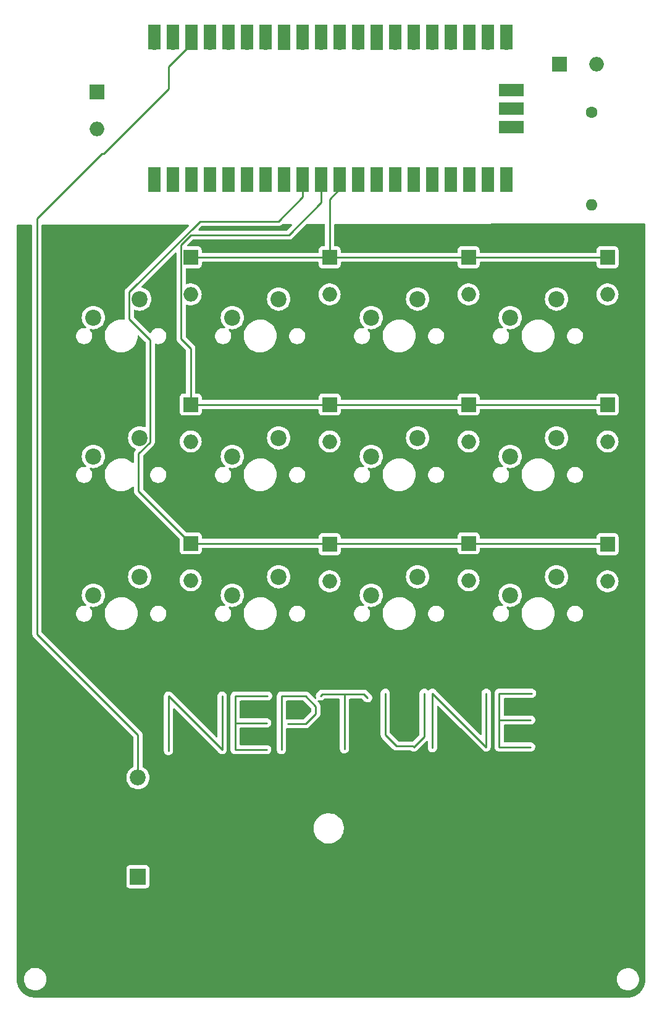
<source format=gtl>
%TF.GenerationSoftware,KiCad,Pcbnew,7.0.9*%
%TF.CreationDate,2023-11-20T17:00:56-07:00*%
%TF.ProjectId,blindscontrol,626c696e-6473-4636-9f6e-74726f6c2e6b,rev?*%
%TF.SameCoordinates,Original*%
%TF.FileFunction,Copper,L1,Top*%
%TF.FilePolarity,Positive*%
%FSLAX46Y46*%
G04 Gerber Fmt 4.6, Leading zero omitted, Abs format (unit mm)*
G04 Created by KiCad (PCBNEW 7.0.9) date 2023-11-20 17:00:56*
%MOMM*%
%LPD*%
G01*
G04 APERTURE LIST*
%TA.AperFunction,ComponentPad*%
%ADD10C,2.200000*%
%TD*%
%TA.AperFunction,ComponentPad*%
%ADD11R,2.000000X2.000000*%
%TD*%
%TA.AperFunction,ComponentPad*%
%ADD12O,2.000000X2.000000*%
%TD*%
%TA.AperFunction,ComponentPad*%
%ADD13O,1.700000X1.700000*%
%TD*%
%TA.AperFunction,SMDPad,CuDef*%
%ADD14R,1.700000X3.500000*%
%TD*%
%TA.AperFunction,ComponentPad*%
%ADD15R,1.700000X1.700000*%
%TD*%
%TA.AperFunction,SMDPad,CuDef*%
%ADD16R,3.500000X1.700000*%
%TD*%
%TA.AperFunction,ComponentPad*%
%ADD17C,1.600000*%
%TD*%
%TA.AperFunction,ComponentPad*%
%ADD18O,1.600000X1.600000*%
%TD*%
%TA.AperFunction,ComponentPad*%
%ADD19R,2.170000X2.170000*%
%TD*%
%TA.AperFunction,ComponentPad*%
%ADD20C,2.170000*%
%TD*%
%TA.AperFunction,Conductor*%
%ADD21C,0.250000*%
%TD*%
G04 APERTURE END LIST*
D10*
%TO.P,MX6,1,COL*%
%TO.N,Net-(D6-A)*%
X225171000Y-151765000D03*
%TO.P,MX6,2,ROW*%
%TO.N,ROW2*%
X218821000Y-154305000D03*
%TD*%
D11*
%TO.P,D11,1,K*%
%TO.N,COL3*%
X251206000Y-166243000D03*
D12*
%TO.P,D11,2,A*%
%TO.N,Net-(D11-A)*%
X251206000Y-171323000D03*
%TD*%
D11*
%TO.P,D8,1,K*%
%TO.N,COL2*%
X270256000Y-147193000D03*
D12*
%TO.P,D8,2,A*%
%TO.N,Net-(D8-A)*%
X270256000Y-152273000D03*
%TD*%
D10*
%TO.P,MX12,1,COL*%
%TO.N,Net-(D12-A)*%
X263271000Y-170815000D03*
%TO.P,MX12,2,ROW*%
%TO.N,ROW4*%
X256921000Y-173355000D03*
%TD*%
%TO.P,MX8,1,COL*%
%TO.N,Net-(D8-A)*%
X263271000Y-151765000D03*
%TO.P,MX8,2,ROW*%
%TO.N,ROW4*%
X256921000Y-154305000D03*
%TD*%
%TO.P,MX11,1,COL*%
%TO.N,Net-(D11-A)*%
X244221000Y-170815000D03*
%TO.P,MX11,2,ROW*%
%TO.N,ROW3*%
X237871000Y-173355000D03*
%TD*%
D11*
%TO.P,D12,1,K*%
%TO.N,COL3*%
X270256000Y-166370000D03*
D12*
%TO.P,D12,2,A*%
%TO.N,Net-(D12-A)*%
X270256000Y-171450000D03*
%TD*%
D10*
%TO.P,MX5,1,COL*%
%TO.N,Net-(D5-A)*%
X206121000Y-151765000D03*
%TO.P,MX5,2,ROW*%
%TO.N,ROW1*%
X199771000Y-154305000D03*
%TD*%
D11*
%TO.P,D1,1,K*%
%TO.N,COL1*%
X213106000Y-127000000D03*
D12*
%TO.P,D1,2,A*%
%TO.N,Net-(D1-A)*%
X213106000Y-132080000D03*
%TD*%
D11*
%TO.P,SW1,1,A*%
%TO.N,Net-(SW1-A)*%
X200279000Y-104267000D03*
D12*
%TO.P,SW1,2,B*%
%TO.N,Net-(BT1-+)*%
X200279000Y-109347000D03*
%TD*%
D11*
%TO.P,D2,1,K*%
%TO.N,COL1*%
X232156000Y-127000000D03*
D12*
%TO.P,D2,2,A*%
%TO.N,Net-(D2-A)*%
X232156000Y-132080000D03*
%TD*%
D11*
%TO.P,D3,1,K*%
%TO.N,COL1*%
X251206000Y-127000000D03*
D12*
%TO.P,D3,2,A*%
%TO.N,Net-(D3-A)*%
X251206000Y-132080000D03*
%TD*%
D11*
%TO.P,D6,1,K*%
%TO.N,COL2*%
X232156000Y-147193000D03*
D12*
%TO.P,D6,2,A*%
%TO.N,Net-(D6-A)*%
X232156000Y-152273000D03*
%TD*%
D13*
%TO.P,U1,1,GPIO0*%
%TO.N,ROW1*%
X208162000Y-115443000D03*
D14*
X208162000Y-116343000D03*
D13*
%TO.P,U1,2,GPIO1*%
%TO.N,ROW2*%
X210702000Y-115443000D03*
D14*
X210702000Y-116343000D03*
D15*
%TO.P,U1,3,GND*%
%TO.N,unconnected-(U1-GND-Pad3)*%
X213242000Y-115443000D03*
D14*
X213242000Y-116343000D03*
D13*
%TO.P,U1,4,GPIO2*%
%TO.N,ROW3*%
X215782000Y-115443000D03*
D14*
X215782000Y-116343000D03*
D13*
%TO.P,U1,5,GPIO3*%
%TO.N,ROW4*%
X218322000Y-115443000D03*
D14*
X218322000Y-116343000D03*
D13*
%TO.P,U1,6,GPIO4*%
%TO.N,unconnected-(U1-GPIO4-Pad6)*%
X220862000Y-115443000D03*
D14*
X220862000Y-116343000D03*
D13*
%TO.P,U1,7,GPIO5*%
%TO.N,unconnected-(U1-GPIO5-Pad7)*%
X223402000Y-115443000D03*
D14*
X223402000Y-116343000D03*
D15*
%TO.P,U1,8,GND*%
%TO.N,unconnected-(U1-GND-Pad8)*%
X225942000Y-115443000D03*
D14*
X225942000Y-116343000D03*
D13*
%TO.P,U1,9,GPIO6*%
%TO.N,COL3*%
X228482000Y-115443000D03*
D14*
X228482000Y-116343000D03*
D13*
%TO.P,U1,10,GPIO7*%
%TO.N,COL2*%
X231022000Y-115443000D03*
D14*
X231022000Y-116343000D03*
D13*
%TO.P,U1,11,GPIO8*%
%TO.N,COL1*%
X233562000Y-115443000D03*
D14*
X233562000Y-116343000D03*
D13*
%TO.P,U1,12,GPIO9*%
%TO.N,unconnected-(U1-GPIO9-Pad12)*%
X236102000Y-115443000D03*
D14*
X236102000Y-116343000D03*
D15*
%TO.P,U1,13,GND*%
%TO.N,GND*%
X238642000Y-115443000D03*
D14*
X238642000Y-116343000D03*
D13*
%TO.P,U1,14,GPIO10*%
%TO.N,unconnected-(U1-GPIO10-Pad14)*%
X241182000Y-115443000D03*
D14*
X241182000Y-116343000D03*
D13*
%TO.P,U1,15,GPIO11*%
%TO.N,unconnected-(U1-GPIO11-Pad15)*%
X243722000Y-115443000D03*
D14*
X243722000Y-116343000D03*
D13*
%TO.P,U1,16,GPIO12*%
%TO.N,unconnected-(U1-GPIO12-Pad16)*%
X246262000Y-115443000D03*
D14*
X246262000Y-116343000D03*
D13*
%TO.P,U1,17,GPIO13*%
%TO.N,unconnected-(U1-GPIO13-Pad17)*%
X248802000Y-115443000D03*
D14*
X248802000Y-116343000D03*
D15*
%TO.P,U1,18,GND*%
%TO.N,unconnected-(U1-GND-Pad18)*%
X251342000Y-115443000D03*
D14*
X251342000Y-116343000D03*
D13*
%TO.P,U1,19,GPIO14*%
%TO.N,unconnected-(U1-GPIO14-Pad19)*%
X253882000Y-115443000D03*
D14*
X253882000Y-116343000D03*
D13*
%TO.P,U1,20,GPIO15*%
%TO.N,unconnected-(U1-GPIO15-Pad20)*%
X256422000Y-115443000D03*
D14*
X256422000Y-116343000D03*
D13*
%TO.P,U1,21,GPIO16*%
%TO.N,unconnected-(U1-GPIO16-Pad21)*%
X256422000Y-97663000D03*
D14*
X256422000Y-96763000D03*
D13*
%TO.P,U1,22,GPIO17*%
%TO.N,unconnected-(U1-GPIO17-Pad22)*%
X253882000Y-97663000D03*
D14*
X253882000Y-96763000D03*
D15*
%TO.P,U1,23,GND*%
%TO.N,unconnected-(U1-GND-Pad23)*%
X251342000Y-97663000D03*
D14*
X251342000Y-96763000D03*
D13*
%TO.P,U1,24,GPIO18*%
%TO.N,unconnected-(U1-GPIO18-Pad24)*%
X248802000Y-97663000D03*
D14*
X248802000Y-96763000D03*
D13*
%TO.P,U1,25,GPIO19*%
%TO.N,unconnected-(U1-GPIO19-Pad25)*%
X246262000Y-97663000D03*
D14*
X246262000Y-96763000D03*
D13*
%TO.P,U1,26,GPIO20*%
%TO.N,unconnected-(U1-GPIO20-Pad26)*%
X243722000Y-97663000D03*
D14*
X243722000Y-96763000D03*
D13*
%TO.P,U1,27,GPIO21*%
%TO.N,unconnected-(U1-GPIO21-Pad27)*%
X241182000Y-97663000D03*
D14*
X241182000Y-96763000D03*
D15*
%TO.P,U1,28,GND*%
%TO.N,Net-(D13-K)*%
X238642000Y-97663000D03*
D14*
X238642000Y-96763000D03*
D13*
%TO.P,U1,29,GPIO22*%
%TO.N,unconnected-(U1-GPIO22-Pad29)*%
X236102000Y-97663000D03*
D14*
X236102000Y-96763000D03*
D13*
%TO.P,U1,30,RUN*%
%TO.N,unconnected-(U1-RUN-Pad30)*%
X233562000Y-97663000D03*
D14*
X233562000Y-96763000D03*
D13*
%TO.P,U1,31,GPIO26_ADC0*%
%TO.N,unconnected-(U1-GPIO26_ADC0-Pad31)*%
X231022000Y-97663000D03*
D14*
X231022000Y-96763000D03*
D13*
%TO.P,U1,32,GPIO27_ADC1*%
%TO.N,unconnected-(U1-GPIO27_ADC1-Pad32)*%
X228482000Y-97663000D03*
D14*
X228482000Y-96763000D03*
D15*
%TO.P,U1,33,AGND*%
%TO.N,unconnected-(U1-AGND-Pad33)*%
X225942000Y-97663000D03*
D14*
X225942000Y-96763000D03*
D13*
%TO.P,U1,34,GPIO28_ADC2*%
%TO.N,unconnected-(U1-GPIO28_ADC2-Pad34)*%
X223402000Y-97663000D03*
D14*
X223402000Y-96763000D03*
D13*
%TO.P,U1,35,ADC_VREF*%
%TO.N,unconnected-(U1-ADC_VREF-Pad35)*%
X220862000Y-97663000D03*
D14*
X220862000Y-96763000D03*
D13*
%TO.P,U1,36,3V3*%
%TO.N,Net-(U1-3V3)*%
X218322000Y-97663000D03*
D14*
X218322000Y-96763000D03*
D13*
%TO.P,U1,37,3V3_EN*%
%TO.N,unconnected-(U1-3V3_EN-Pad37)*%
X215782000Y-97663000D03*
D14*
X215782000Y-96763000D03*
D15*
%TO.P,U1,38,GND*%
%TO.N,Net-(BT1--)*%
X213242000Y-97663000D03*
D14*
X213242000Y-96763000D03*
D13*
%TO.P,U1,39,VSYS*%
%TO.N,Net-(SW1-A)*%
X210702000Y-97663000D03*
D14*
X210702000Y-96763000D03*
D13*
%TO.P,U1,40,VBUS*%
%TO.N,unconnected-(U1-VBUS-Pad40)*%
X208162000Y-97663000D03*
D14*
X208162000Y-96763000D03*
D13*
%TO.P,U1,41,SWCLK*%
%TO.N,unconnected-(U1-SWCLK-Pad41)*%
X256192000Y-109093000D03*
D16*
X257092000Y-109093000D03*
D15*
%TO.P,U1,42,GND*%
%TO.N,unconnected-(U1-GND-Pad42)*%
X256192000Y-106553000D03*
D16*
X257092000Y-106553000D03*
D13*
%TO.P,U1,43,SWDIO*%
%TO.N,unconnected-(U1-SWDIO-Pad43)*%
X256192000Y-104013000D03*
D16*
X257092000Y-104013000D03*
%TD*%
D11*
%TO.P,D13,1,K*%
%TO.N,Net-(D13-K)*%
X263652000Y-100457000D03*
D12*
%TO.P,D13,2,A*%
%TO.N,Net-(D13-A)*%
X268732000Y-100457000D03*
%TD*%
D10*
%TO.P,MX2,1,COL*%
%TO.N,Net-(D2-A)*%
X225171000Y-132715000D03*
%TO.P,MX2,2,ROW*%
%TO.N,ROW2*%
X218821000Y-135255000D03*
%TD*%
D17*
%TO.P,R1,1*%
%TO.N,Net-(D13-A)*%
X268097000Y-107061000D03*
D18*
%TO.P,R1,2*%
%TO.N,Net-(U1-3V3)*%
X268097000Y-119761000D03*
%TD*%
D10*
%TO.P,MX1,1,COL*%
%TO.N,Net-(D1-A)*%
X206121000Y-132715000D03*
%TO.P,MX1,2,ROW*%
%TO.N,ROW1*%
X199771000Y-135255000D03*
%TD*%
%TO.P,MX3,1,COL*%
%TO.N,Net-(D3-A)*%
X244221000Y-132715000D03*
%TO.P,MX3,2,ROW*%
%TO.N,ROW3*%
X237871000Y-135255000D03*
%TD*%
D11*
%TO.P,D4,1,K*%
%TO.N,COL1*%
X270256000Y-127000000D03*
D12*
%TO.P,D4,2,A*%
%TO.N,Net-(D4-A)*%
X270256000Y-132080000D03*
%TD*%
D10*
%TO.P,MX4,1,COL*%
%TO.N,Net-(D4-A)*%
X263271000Y-132715000D03*
%TO.P,MX4,2,ROW*%
%TO.N,ROW4*%
X256921000Y-135255000D03*
%TD*%
%TO.P,MX10,1,COL*%
%TO.N,Net-(D10-A)*%
X225171000Y-170815000D03*
%TO.P,MX10,2,ROW*%
%TO.N,ROW2*%
X218821000Y-173355000D03*
%TD*%
%TO.P,MX9,1,COL*%
%TO.N,Net-(D9-A)*%
X206121000Y-170815000D03*
%TO.P,MX9,2,ROW*%
%TO.N,ROW1*%
X199771000Y-173355000D03*
%TD*%
D11*
%TO.P,D10,1,K*%
%TO.N,COL3*%
X232156000Y-166370000D03*
D12*
%TO.P,D10,2,A*%
%TO.N,Net-(D10-A)*%
X232156000Y-171450000D03*
%TD*%
D11*
%TO.P,D7,1,K*%
%TO.N,COL2*%
X251206000Y-147193000D03*
D12*
%TO.P,D7,2,A*%
%TO.N,Net-(D7-A)*%
X251206000Y-152273000D03*
%TD*%
D11*
%TO.P,D5,1,K*%
%TO.N,COL2*%
X213106000Y-147193000D03*
D12*
%TO.P,D5,2,A*%
%TO.N,Net-(D5-A)*%
X213106000Y-152273000D03*
%TD*%
D11*
%TO.P,D9,1,K*%
%TO.N,COL3*%
X213106000Y-166243000D03*
D12*
%TO.P,D9,2,A*%
%TO.N,Net-(D9-A)*%
X213106000Y-171323000D03*
%TD*%
D10*
%TO.P,MX7,1,COL*%
%TO.N,Net-(D7-A)*%
X244221000Y-151765000D03*
%TO.P,MX7,2,ROW*%
%TO.N,ROW3*%
X237871000Y-154305000D03*
%TD*%
D19*
%TO.P,BT1,1,+*%
%TO.N,Net-(BT1-+)*%
X205869000Y-211989000D03*
D20*
%TO.P,BT1,2,-*%
%TO.N,Net-(BT1--)*%
X205869000Y-198399000D03*
%TD*%
D21*
%TO.N,*%
X219202000Y-187198000D02*
X223647000Y-187198000D01*
X228854000Y-191008000D02*
X226441000Y-191008000D01*
X253619000Y-194183000D02*
X253619000Y-186817000D01*
X246253000Y-194310000D02*
X246253000Y-186817000D01*
X225552000Y-194564000D02*
X225552000Y-187198000D01*
X239776000Y-186817000D02*
X239776000Y-192532000D01*
X217424000Y-194564000D02*
X217424000Y-187198000D01*
X231140000Y-186944000D02*
X230886000Y-187198000D01*
X241300000Y-194056000D02*
X243586000Y-194056000D01*
X255397000Y-190500000D02*
X255397000Y-186817000D01*
X255397000Y-190500000D02*
X259715000Y-190500000D01*
X210058000Y-194691000D02*
X210058000Y-187198000D01*
X225552000Y-187198000D02*
X228854000Y-187198000D01*
X228854000Y-187198000D02*
X230251000Y-188595000D01*
X243713000Y-194183000D02*
X245110000Y-192786000D01*
X230251000Y-189611000D02*
X228854000Y-191008000D01*
X210058000Y-187198000D02*
X217424000Y-194564000D01*
X236855000Y-186944000D02*
X237363000Y-187452000D01*
X219202000Y-190881000D02*
X223520000Y-190881000D01*
X255397000Y-194183000D02*
X255397000Y-190500000D01*
X234188000Y-186944000D02*
X236855000Y-186944000D01*
X219202000Y-194564000D02*
X219202000Y-190881000D01*
X255397000Y-186817000D02*
X259842000Y-186817000D01*
X243586000Y-194056000D02*
X243713000Y-194183000D01*
X246253000Y-186817000D02*
X253619000Y-194183000D01*
X245110000Y-192786000D02*
X245110000Y-186817000D01*
X219202000Y-190881000D02*
X219202000Y-187198000D01*
X255397000Y-194183000D02*
X259715000Y-194183000D01*
X219202000Y-194564000D02*
X223520000Y-194564000D01*
X230251000Y-188595000D02*
X230251000Y-189611000D01*
X234188000Y-194437000D02*
X234188000Y-186944000D01*
X239776000Y-192532000D02*
X241300000Y-194056000D01*
X234188000Y-186944000D02*
X231140000Y-186944000D01*
%TO.N,Net-(BT1--)*%
X200914000Y-112776000D02*
X201147122Y-112776000D01*
X192024000Y-121666000D02*
X200914000Y-112776000D01*
X201147122Y-112776000D02*
X210058000Y-103865122D01*
X192024000Y-178689000D02*
X192024000Y-121666000D01*
X210058000Y-100847000D02*
X213242000Y-97663000D01*
X205869000Y-192534000D02*
X192024000Y-178689000D01*
X205869000Y-198399000D02*
X205869000Y-192534000D01*
X210058000Y-103865122D02*
X210058000Y-100847000D01*
%TO.N,COL1*%
X232156000Y-119000396D02*
X232156000Y-127000000D01*
X233562000Y-117594396D02*
X232156000Y-119000396D01*
X233562000Y-115443000D02*
X233562000Y-117594396D01*
X213106000Y-127000000D02*
X270256000Y-127000000D01*
%TO.N,COL2*%
X213106000Y-123952000D02*
X226568000Y-123952000D01*
X213106000Y-147193000D02*
X213106000Y-139485255D01*
X213106000Y-147193000D02*
X270256000Y-147193000D01*
X231022000Y-119498000D02*
X231022000Y-115443000D01*
X226568000Y-123952000D02*
X231022000Y-119498000D01*
X211781000Y-125277000D02*
X213106000Y-123952000D01*
X213106000Y-139485255D02*
X211781000Y-138160255D01*
X211781000Y-138160255D02*
X211781000Y-125277000D01*
%TO.N,COL3*%
X204696000Y-131725604D02*
X214374604Y-122047000D01*
X205956000Y-153945255D02*
X207546000Y-152355255D01*
X214374604Y-122047000D02*
X225171000Y-122047000D01*
X213106000Y-166243000D02*
X270129000Y-166243000D01*
X205956000Y-159093000D02*
X205956000Y-153945255D01*
X228482000Y-118736000D02*
X228482000Y-115443000D01*
X270129000Y-166243000D02*
X270256000Y-166370000D01*
X207546000Y-138331000D02*
X204696000Y-135481000D01*
X213106000Y-166243000D02*
X205956000Y-159093000D01*
X204696000Y-135481000D02*
X204696000Y-131725604D01*
X207546000Y-152355255D02*
X207546000Y-138331000D01*
X225171000Y-122047000D02*
X228482000Y-118736000D01*
%TD*%
%TA.AperFunction,Conductor*%
%TO.N,GND*%
G36*
X228610587Y-187843185D02*
G01*
X228631229Y-187859819D01*
X229589181Y-188817771D01*
X229622666Y-188879094D01*
X229625500Y-188905452D01*
X229625500Y-189300547D01*
X229605815Y-189367586D01*
X229589181Y-189388228D01*
X228631228Y-190346181D01*
X228569905Y-190379666D01*
X228543547Y-190382500D01*
X226401650Y-190382500D01*
X226401648Y-190382500D01*
X226401635Y-190382501D01*
X226317040Y-190393187D01*
X226248062Y-190382060D01*
X226196050Y-190335406D01*
X226177500Y-190270165D01*
X226177500Y-187947500D01*
X226197185Y-187880461D01*
X226249989Y-187834706D01*
X226301500Y-187823500D01*
X228543548Y-187823500D01*
X228610587Y-187843185D01*
G37*
%TD.AperFunction*%
%TA.AperFunction,Conductor*%
G36*
X275391399Y-122349118D02*
G01*
X275437285Y-122401809D01*
X275448618Y-122453582D01*
X275462499Y-226058253D01*
X275462402Y-226061738D01*
X275456012Y-226175524D01*
X275445599Y-226347668D01*
X275444835Y-226354315D01*
X275421722Y-226490343D01*
X275394440Y-226639217D01*
X275393032Y-226645208D01*
X275353625Y-226782001D01*
X275309744Y-226922815D01*
X275307831Y-226928099D01*
X275252609Y-227061418D01*
X275192668Y-227194600D01*
X275190394Y-227199147D01*
X275120043Y-227326439D01*
X275044781Y-227450936D01*
X275042287Y-227454739D01*
X274958571Y-227572726D01*
X274956811Y-227575086D01*
X274868088Y-227688332D01*
X274865512Y-227691409D01*
X274768980Y-227799430D01*
X274766590Y-227801957D01*
X274664957Y-227903590D01*
X274662430Y-227905980D01*
X274554409Y-228002512D01*
X274551332Y-228005088D01*
X274438086Y-228093811D01*
X274435726Y-228095571D01*
X274317739Y-228179287D01*
X274313936Y-228181781D01*
X274189439Y-228257043D01*
X274062147Y-228327394D01*
X274057600Y-228329668D01*
X273924418Y-228389609D01*
X273791099Y-228444831D01*
X273785815Y-228446744D01*
X273668231Y-228483385D01*
X273644990Y-228490627D01*
X273508208Y-228530032D01*
X273502217Y-228531440D01*
X273353343Y-228558722D01*
X273217315Y-228581835D01*
X273210668Y-228582599D01*
X273038661Y-228593003D01*
X272924742Y-228599401D01*
X272921251Y-228599498D01*
X191789786Y-228581449D01*
X191786322Y-228581351D01*
X191672580Y-228574962D01*
X191500380Y-228564542D01*
X191493734Y-228563778D01*
X191357725Y-228540668D01*
X191208843Y-228513382D01*
X191202852Y-228511974D01*
X191066032Y-228472556D01*
X190925236Y-228428680D01*
X190919962Y-228426770D01*
X190837832Y-228392750D01*
X190786625Y-228371538D01*
X190653452Y-228311601D01*
X190648905Y-228309326D01*
X190608526Y-228287009D01*
X190521616Y-228238974D01*
X190397120Y-228163713D01*
X190393327Y-228161225D01*
X190275295Y-228077476D01*
X190273015Y-228075776D01*
X190179501Y-228002512D01*
X190159724Y-227987017D01*
X190156659Y-227984452D01*
X190048620Y-227887902D01*
X190046112Y-227885530D01*
X189944468Y-227783886D01*
X189942099Y-227781381D01*
X189845542Y-227673335D01*
X189842981Y-227670274D01*
X189835533Y-227660768D01*
X189754212Y-227556970D01*
X189752533Y-227554718D01*
X189668751Y-227436641D01*
X189666294Y-227432893D01*
X189591024Y-227308382D01*
X189520661Y-227181072D01*
X189518407Y-227176567D01*
X189458461Y-227043374D01*
X189423447Y-226958846D01*
X189403227Y-226910032D01*
X189401324Y-226904779D01*
X189357451Y-226763995D01*
X189323862Y-226647406D01*
X189318025Y-226627146D01*
X189316621Y-226621176D01*
X189289334Y-226472288D01*
X189266218Y-226336255D01*
X189265458Y-226329638D01*
X189255047Y-226157598D01*
X189249467Y-226058253D01*
X189248649Y-226043683D01*
X189248600Y-226041948D01*
X190240624Y-226041948D01*
X190259674Y-226284013D01*
X190259674Y-226284016D01*
X190259675Y-226284019D01*
X190304861Y-226472228D01*
X190316362Y-226520134D01*
X190409280Y-226744459D01*
X190409283Y-226744464D01*
X190409284Y-226744466D01*
X190536156Y-226951503D01*
X190693855Y-227136145D01*
X190878497Y-227293844D01*
X191085534Y-227420716D01*
X191123504Y-227436444D01*
X191125636Y-227437391D01*
X191127466Y-227438085D01*
X191309869Y-227513639D01*
X191349605Y-227523179D01*
X191352385Y-227523914D01*
X191358284Y-227525622D01*
X191358299Y-227525628D01*
X191368361Y-227527681D01*
X191545981Y-227570325D01*
X191593062Y-227574030D01*
X191600584Y-227575090D01*
X191601863Y-227575352D01*
X191618232Y-227576011D01*
X191788052Y-227589376D01*
X191839171Y-227585352D01*
X191846531Y-227585212D01*
X191850249Y-227585362D01*
X191870855Y-227582859D01*
X192030123Y-227570325D01*
X192084006Y-227557388D01*
X192090991Y-227556130D01*
X192097025Y-227555398D01*
X192118589Y-227549151D01*
X192121251Y-227548446D01*
X192266234Y-227513639D01*
X192321321Y-227490820D01*
X192327751Y-227488566D01*
X192335798Y-227486236D01*
X192357833Y-227475779D01*
X192360580Y-227474559D01*
X192490570Y-227420716D01*
X192545029Y-227387343D01*
X192550817Y-227384208D01*
X192560385Y-227379668D01*
X192581423Y-227365146D01*
X192584184Y-227363349D01*
X192697607Y-227293844D01*
X192749499Y-227249524D01*
X192754493Y-227245684D01*
X192764969Y-227238454D01*
X192783822Y-227220344D01*
X192786427Y-227217984D01*
X192882249Y-227136145D01*
X192929437Y-227080894D01*
X192933608Y-227076472D01*
X192944251Y-227066251D01*
X192960004Y-227045286D01*
X192962375Y-227042329D01*
X193039948Y-226951503D01*
X193080279Y-226885688D01*
X193083551Y-226880876D01*
X193093589Y-226867519D01*
X193105635Y-226844567D01*
X193107618Y-226841074D01*
X193166820Y-226744466D01*
X193198127Y-226668884D01*
X193200499Y-226663817D01*
X193209113Y-226647406D01*
X193217111Y-226623446D01*
X193218613Y-226619425D01*
X193259743Y-226520130D01*
X193279961Y-226435916D01*
X193281428Y-226430795D01*
X193287833Y-226411611D01*
X193291730Y-226387631D01*
X193292638Y-226383114D01*
X193301948Y-226344334D01*
X193316429Y-226284019D01*
X193323610Y-226192768D01*
X193324216Y-226187737D01*
X193327710Y-226166242D01*
X193328365Y-226133676D01*
X193328540Y-226130119D01*
X193334059Y-226060000D01*
X271520786Y-226060000D01*
X271539612Y-226299219D01*
X271595630Y-226532553D01*
X271595630Y-226532554D01*
X271687457Y-226754245D01*
X271687459Y-226754248D01*
X271812837Y-226958846D01*
X271812841Y-226958851D01*
X271861379Y-227015681D01*
X271968682Y-227141318D01*
X272082415Y-227238454D01*
X272151148Y-227297158D01*
X272151153Y-227297162D01*
X272352776Y-227420717D01*
X272355751Y-227422540D01*
X272393380Y-227438126D01*
X272395319Y-227438988D01*
X272396975Y-227439616D01*
X272481264Y-227474529D01*
X272577447Y-227514369D01*
X272616846Y-227523827D01*
X272619599Y-227524557D01*
X272625293Y-227526205D01*
X272625307Y-227526211D01*
X272635085Y-227528206D01*
X272810778Y-227570387D01*
X272857303Y-227574048D01*
X272864833Y-227575110D01*
X272866003Y-227575349D01*
X272882026Y-227575994D01*
X273050000Y-227589214D01*
X273100535Y-227585236D01*
X273107880Y-227585096D01*
X273111465Y-227585241D01*
X273131684Y-227582785D01*
X273289222Y-227570387D01*
X273342495Y-227557597D01*
X273349453Y-227556344D01*
X273355335Y-227555630D01*
X273376545Y-227549486D01*
X273379166Y-227548793D01*
X273522553Y-227514369D01*
X273577005Y-227491814D01*
X273583416Y-227489565D01*
X273591297Y-227487283D01*
X273612963Y-227477001D01*
X273615723Y-227475776D01*
X273744249Y-227422540D01*
X273798082Y-227389550D01*
X273803867Y-227386417D01*
X273813240Y-227381970D01*
X273833950Y-227367674D01*
X273836691Y-227365890D01*
X273948849Y-227297160D01*
X274000117Y-227253373D01*
X274005146Y-227249506D01*
X274015415Y-227242418D01*
X274033983Y-227224582D01*
X274036567Y-227222242D01*
X274131318Y-227141318D01*
X274177957Y-227086709D01*
X274182119Y-227082296D01*
X274192586Y-227072243D01*
X274208094Y-227051605D01*
X274210447Y-227048668D01*
X274287160Y-226958849D01*
X274327024Y-226893797D01*
X274330297Y-226888982D01*
X274340165Y-226875851D01*
X274352007Y-226853287D01*
X274354011Y-226849758D01*
X274412540Y-226754249D01*
X274443500Y-226679502D01*
X274445857Y-226674469D01*
X274454329Y-226658329D01*
X274462194Y-226634768D01*
X274463697Y-226630743D01*
X274504369Y-226532553D01*
X274524361Y-226449280D01*
X274525818Y-226444192D01*
X274532122Y-226425310D01*
X274535957Y-226401710D01*
X274536860Y-226397217D01*
X274560387Y-226299222D01*
X274567485Y-226209022D01*
X274568098Y-226203943D01*
X274571528Y-226182840D01*
X274571528Y-226182837D01*
X274571529Y-226182831D01*
X274572173Y-226150780D01*
X274572350Y-226147214D01*
X274579214Y-226060000D01*
X274572350Y-225972788D01*
X274572173Y-225969216D01*
X274571529Y-225937169D01*
X274568094Y-225916034D01*
X274567485Y-225910971D01*
X274560387Y-225820781D01*
X274560387Y-225820780D01*
X274560387Y-225820778D01*
X274536863Y-225722793D01*
X274535954Y-225718273D01*
X274532122Y-225694690D01*
X274525831Y-225675846D01*
X274524352Y-225670682D01*
X274504371Y-225587456D01*
X274504369Y-225587447D01*
X274463699Y-225489262D01*
X274462192Y-225485225D01*
X274454329Y-225461671D01*
X274445870Y-225445554D01*
X274443489Y-225440470D01*
X274441840Y-225436490D01*
X274412540Y-225365751D01*
X274354027Y-225270267D01*
X274351998Y-225266693D01*
X274340165Y-225244149D01*
X274336501Y-225239273D01*
X274330307Y-225231031D01*
X274327016Y-225226190D01*
X274287160Y-225161151D01*
X274210476Y-225071365D01*
X274208082Y-225068379D01*
X274192586Y-225047757D01*
X274182137Y-225037721D01*
X274177957Y-225033290D01*
X274131318Y-224978682D01*
X274094671Y-224947382D01*
X274036617Y-224897799D01*
X274033933Y-224895368D01*
X274015417Y-224877583D01*
X274015411Y-224877579D01*
X274005158Y-224870501D01*
X274000111Y-224866620D01*
X273948851Y-224822841D01*
X273948850Y-224822840D01*
X273910325Y-224799232D01*
X273836712Y-224754121D01*
X273833916Y-224752302D01*
X273813244Y-224738032D01*
X273803873Y-224733585D01*
X273798058Y-224730434D01*
X273744248Y-224697459D01*
X273744249Y-224697459D01*
X273615772Y-224644242D01*
X273612921Y-224642976D01*
X273591298Y-224632717D01*
X273591299Y-224632717D01*
X273583453Y-224630445D01*
X273576973Y-224628172D01*
X273522553Y-224605630D01*
X273417234Y-224580346D01*
X273379209Y-224571217D01*
X273376447Y-224570485D01*
X273355335Y-224564370D01*
X273355329Y-224564369D01*
X273349457Y-224563655D01*
X273342466Y-224562395D01*
X273289222Y-224549613D01*
X273131697Y-224537215D01*
X273111465Y-224534758D01*
X273107879Y-224534903D01*
X273100525Y-224534761D01*
X273050000Y-224530786D01*
X272882037Y-224544004D01*
X272866002Y-224544650D01*
X272865992Y-224544652D01*
X272864816Y-224544892D01*
X272857285Y-224545952D01*
X272831470Y-224547984D01*
X272810778Y-224549613D01*
X272701935Y-224575744D01*
X272635107Y-224591788D01*
X272628908Y-224593053D01*
X272625296Y-224593791D01*
X272619571Y-224595449D01*
X272616807Y-224596180D01*
X272577443Y-224605631D01*
X272396977Y-224680383D01*
X272395315Y-224681014D01*
X272393375Y-224681875D01*
X272355749Y-224697460D01*
X272355744Y-224697463D01*
X272151153Y-224822837D01*
X272151148Y-224822841D01*
X271968682Y-224978682D01*
X271812841Y-225161148D01*
X271812837Y-225161153D01*
X271687459Y-225365751D01*
X271687457Y-225365754D01*
X271595630Y-225587445D01*
X271595630Y-225587446D01*
X271539612Y-225820780D01*
X271520786Y-226060000D01*
X193334059Y-226060000D01*
X193335480Y-226041948D01*
X193328541Y-225953779D01*
X193328364Y-225950216D01*
X193327710Y-225917654D01*
X193324216Y-225896155D01*
X193323610Y-225891130D01*
X193316429Y-225799877D01*
X193292638Y-225700781D01*
X193291730Y-225696264D01*
X193287833Y-225672285D01*
X193281433Y-225653114D01*
X193279955Y-225647953D01*
X193265852Y-225589213D01*
X193259743Y-225563766D01*
X193218622Y-225464492D01*
X193217107Y-225460436D01*
X193209113Y-225436490D01*
X193200505Y-225420089D01*
X193198123Y-225415003D01*
X193177722Y-225365751D01*
X193166820Y-225339430D01*
X193166819Y-225339428D01*
X193107641Y-225242856D01*
X193105614Y-225239289D01*
X193093589Y-225216377D01*
X193083558Y-225203029D01*
X193080263Y-225198181D01*
X193039947Y-225132391D01*
X193039946Y-225132390D01*
X192985275Y-225068379D01*
X192962394Y-225041589D01*
X192959987Y-225038585D01*
X192944250Y-225017644D01*
X192933617Y-225007431D01*
X192929419Y-225002980D01*
X192908670Y-224978686D01*
X192882249Y-224947751D01*
X192786447Y-224865928D01*
X192783807Y-224863536D01*
X192764969Y-224845442D01*
X192762427Y-224843687D01*
X192754514Y-224838225D01*
X192749466Y-224834344D01*
X192697607Y-224790052D01*
X192584200Y-224720556D01*
X192581393Y-224718729D01*
X192560387Y-224704229D01*
X192550831Y-224699694D01*
X192545016Y-224696543D01*
X192513731Y-224677373D01*
X192490570Y-224663180D01*
X192490564Y-224663177D01*
X192490562Y-224663176D01*
X192360642Y-224609362D01*
X192357790Y-224608095D01*
X192335803Y-224597662D01*
X192335791Y-224597657D01*
X192327765Y-224595332D01*
X192321290Y-224593061D01*
X192266239Y-224570259D01*
X192266240Y-224570259D01*
X192266237Y-224570258D01*
X192266234Y-224570257D01*
X192207725Y-224556210D01*
X192121312Y-224535463D01*
X192118538Y-224534729D01*
X192104924Y-224530786D01*
X192097025Y-224528498D01*
X192097022Y-224528497D01*
X192097020Y-224528497D01*
X192090994Y-224527765D01*
X192083992Y-224526504D01*
X192030129Y-224513572D01*
X192030123Y-224513571D01*
X191870869Y-224501037D01*
X191850245Y-224498533D01*
X191846521Y-224498683D01*
X191839163Y-224498542D01*
X191788052Y-224494520D01*
X191618246Y-224507883D01*
X191601867Y-224508543D01*
X191601850Y-224508545D01*
X191600568Y-224508807D01*
X191593048Y-224509865D01*
X191545990Y-224513570D01*
X191545985Y-224513570D01*
X191545981Y-224513571D01*
X191545978Y-224513571D01*
X191545976Y-224513572D01*
X191368375Y-224556210D01*
X191358292Y-224558269D01*
X191352350Y-224559990D01*
X191349585Y-224560721D01*
X191309873Y-224570256D01*
X191309867Y-224570258D01*
X191127481Y-224645803D01*
X191125659Y-224646495D01*
X191123489Y-224647458D01*
X191085536Y-224663178D01*
X190878496Y-224790052D01*
X190693855Y-224947751D01*
X190536156Y-225132392D01*
X190409280Y-225339436D01*
X190316362Y-225563761D01*
X190296149Y-225647953D01*
X190278182Y-225722793D01*
X190259674Y-225799882D01*
X190240624Y-226041948D01*
X189248600Y-226041948D01*
X189248551Y-226040206D01*
X189248551Y-213121870D01*
X204283500Y-213121870D01*
X204283501Y-213121876D01*
X204289908Y-213181483D01*
X204340202Y-213316328D01*
X204340206Y-213316335D01*
X204426452Y-213431544D01*
X204426455Y-213431547D01*
X204541664Y-213517793D01*
X204541671Y-213517797D01*
X204676517Y-213568091D01*
X204676516Y-213568091D01*
X204683444Y-213568835D01*
X204736127Y-213574500D01*
X207001872Y-213574499D01*
X207061483Y-213568091D01*
X207196331Y-213517796D01*
X207311546Y-213431546D01*
X207397796Y-213316331D01*
X207448091Y-213181483D01*
X207454500Y-213121873D01*
X207454499Y-210856128D01*
X207448091Y-210796517D01*
X207397796Y-210661669D01*
X207397795Y-210661668D01*
X207397793Y-210661664D01*
X207311547Y-210546455D01*
X207311544Y-210546452D01*
X207196335Y-210460206D01*
X207196328Y-210460202D01*
X207061482Y-210409908D01*
X207061483Y-210409908D01*
X207001883Y-210403501D01*
X207001881Y-210403500D01*
X207001873Y-210403500D01*
X207001864Y-210403500D01*
X204736129Y-210403500D01*
X204736123Y-210403501D01*
X204676516Y-210409908D01*
X204541671Y-210460202D01*
X204541664Y-210460206D01*
X204426455Y-210546452D01*
X204426452Y-210546455D01*
X204340206Y-210661664D01*
X204340202Y-210661671D01*
X204289908Y-210796517D01*
X204283501Y-210856116D01*
X204283501Y-210856123D01*
X204283500Y-210856135D01*
X204283500Y-213121870D01*
X189248551Y-213121870D01*
X189248551Y-205286399D01*
X229949698Y-205286399D01*
X229959829Y-205576475D01*
X229959830Y-205576482D01*
X230010233Y-205862332D01*
X230010234Y-205862336D01*
X230099932Y-206138398D01*
X230227171Y-206399276D01*
X230227175Y-206399284D01*
X230389490Y-206639926D01*
X230389493Y-206639929D01*
X230583717Y-206855636D01*
X230583720Y-206855639D01*
X230806064Y-207042208D01*
X230806066Y-207042209D01*
X230806073Y-207042215D01*
X231052232Y-207196033D01*
X231317404Y-207314094D01*
X231317408Y-207314095D01*
X231317410Y-207314096D01*
X231596422Y-207394102D01*
X231596423Y-207394102D01*
X231596426Y-207394103D01*
X231596429Y-207394103D01*
X231596432Y-207394104D01*
X231672209Y-207404753D01*
X231883864Y-207434499D01*
X231883865Y-207434500D01*
X231883867Y-207434500D01*
X232101478Y-207434500D01*
X232134120Y-207432217D01*
X232318559Y-207419320D01*
X232318564Y-207419319D01*
X232318566Y-207419319D01*
X232441633Y-207393159D01*
X232602482Y-207358970D01*
X232875243Y-207259693D01*
X233131533Y-207123422D01*
X233366363Y-206952808D01*
X233575163Y-206751172D01*
X233753869Y-206522439D01*
X233899002Y-206271061D01*
X234007738Y-206001931D01*
X234077959Y-205720287D01*
X234108301Y-205431611D01*
X234098170Y-205141521D01*
X234047766Y-204855665D01*
X233958069Y-204579606D01*
X233830825Y-204318716D01*
X233668510Y-204078074D01*
X233474284Y-203862365D01*
X233474282Y-203862363D01*
X233474279Y-203862360D01*
X233251935Y-203675791D01*
X233251931Y-203675788D01*
X233251927Y-203675785D01*
X233005768Y-203521967D01*
X233005765Y-203521965D01*
X232740589Y-203403903D01*
X232461577Y-203323897D01*
X232461567Y-203323895D01*
X232174136Y-203283500D01*
X232174133Y-203283500D01*
X231956524Y-203283500D01*
X231956522Y-203283500D01*
X231739437Y-203298680D01*
X231739433Y-203298680D01*
X231455520Y-203359029D01*
X231182761Y-203458305D01*
X231182756Y-203458307D01*
X230926472Y-203594575D01*
X230926465Y-203594579D01*
X230691644Y-203765185D01*
X230691637Y-203765191D01*
X230482838Y-203966826D01*
X230304131Y-204195560D01*
X230159000Y-204446934D01*
X230158994Y-204446946D01*
X230050262Y-204716067D01*
X229980041Y-204997713D01*
X229949698Y-205286399D01*
X189248551Y-205286399D01*
X189248551Y-122666088D01*
X189268236Y-122599049D01*
X189321040Y-122553294D01*
X189372239Y-122542088D01*
X191274196Y-122537386D01*
X191341281Y-122556905D01*
X191387167Y-122609596D01*
X191398500Y-122661386D01*
X191398500Y-178606255D01*
X191396775Y-178621872D01*
X191397061Y-178621899D01*
X191396326Y-178629665D01*
X191398500Y-178698814D01*
X191398500Y-178728343D01*
X191398501Y-178728360D01*
X191399368Y-178735231D01*
X191399826Y-178741050D01*
X191401290Y-178787624D01*
X191401291Y-178787627D01*
X191406880Y-178806867D01*
X191410824Y-178825911D01*
X191413336Y-178845791D01*
X191430490Y-178889119D01*
X191432382Y-178894647D01*
X191445381Y-178939388D01*
X191455580Y-178956634D01*
X191464138Y-178974103D01*
X191471514Y-178992732D01*
X191498898Y-179030423D01*
X191502106Y-179035307D01*
X191525827Y-179075416D01*
X191525833Y-179075424D01*
X191539990Y-179089580D01*
X191552628Y-179104376D01*
X191564405Y-179120586D01*
X191564406Y-179120587D01*
X191600309Y-179150288D01*
X191604620Y-179154210D01*
X198637211Y-186186801D01*
X205207181Y-192756771D01*
X205240666Y-192818094D01*
X205243500Y-192844452D01*
X205243500Y-196859103D01*
X205223815Y-196926142D01*
X205171011Y-196971897D01*
X205166958Y-196973662D01*
X205146967Y-196981943D01*
X204934187Y-197112335D01*
X204934182Y-197112338D01*
X204744415Y-197274415D01*
X204582338Y-197464182D01*
X204582335Y-197464187D01*
X204451940Y-197676971D01*
X204356438Y-197907535D01*
X204356434Y-197907547D01*
X204298178Y-198150202D01*
X204278597Y-198399000D01*
X204298178Y-198647797D01*
X204356434Y-198890452D01*
X204356438Y-198890464D01*
X204451940Y-199121028D01*
X204582335Y-199333812D01*
X204582338Y-199333817D01*
X204655806Y-199419837D01*
X204744415Y-199523585D01*
X204865887Y-199627331D01*
X204934182Y-199685661D01*
X204934187Y-199685664D01*
X205146971Y-199816059D01*
X205228488Y-199849824D01*
X205377538Y-199911563D01*
X205620206Y-199969822D01*
X205869000Y-199989403D01*
X206117794Y-199969822D01*
X206360462Y-199911563D01*
X206591028Y-199816059D01*
X206803815Y-199685663D01*
X206993585Y-199523585D01*
X207155663Y-199333815D01*
X207286059Y-199121028D01*
X207381563Y-198890462D01*
X207439822Y-198647794D01*
X207459403Y-198399000D01*
X207439822Y-198150206D01*
X207381563Y-197907538D01*
X207286059Y-197676972D01*
X207286059Y-197676971D01*
X207155664Y-197464187D01*
X207155661Y-197464182D01*
X207097331Y-197395887D01*
X206993585Y-197274415D01*
X206889837Y-197185806D01*
X206803817Y-197112338D01*
X206803812Y-197112335D01*
X206591032Y-196981943D01*
X206591029Y-196981942D01*
X206591028Y-196981941D01*
X206581325Y-196977921D01*
X206571042Y-196973662D01*
X206516641Y-196929819D01*
X206494579Y-196863524D01*
X206494500Y-196859103D01*
X206494500Y-192616742D01*
X206496224Y-192601122D01*
X206495939Y-192601095D01*
X206496673Y-192593333D01*
X206494500Y-192524172D01*
X206494500Y-192494656D01*
X206494500Y-192494650D01*
X206493631Y-192487779D01*
X206493173Y-192481952D01*
X206492881Y-192472665D01*
X206491710Y-192435373D01*
X206486119Y-192416130D01*
X206482173Y-192397078D01*
X206479664Y-192377208D01*
X206462504Y-192333867D01*
X206460624Y-192328379D01*
X206447618Y-192283610D01*
X206437422Y-192266370D01*
X206428861Y-192248894D01*
X206421487Y-192230270D01*
X206421486Y-192230268D01*
X206394079Y-192192545D01*
X206390888Y-192187686D01*
X206367172Y-192147583D01*
X206367165Y-192147574D01*
X206353006Y-192133415D01*
X206340368Y-192118619D01*
X206328594Y-192102413D01*
X206292688Y-192072709D01*
X206288376Y-192068786D01*
X201358255Y-187138665D01*
X209430326Y-187138665D01*
X209432500Y-187207814D01*
X209432500Y-194730359D01*
X209447336Y-194847791D01*
X209447336Y-194847793D01*
X209505513Y-194994730D01*
X209505518Y-194994739D01*
X209598402Y-195122583D01*
X209598403Y-195122584D01*
X209598405Y-195122585D01*
X209598406Y-195122587D01*
X209663921Y-195176785D01*
X209720178Y-195223325D01*
X209787909Y-195255196D01*
X209863174Y-195290614D01*
X210018412Y-195320227D01*
X210176138Y-195310304D01*
X210326441Y-195261467D01*
X210459877Y-195176786D01*
X210568062Y-195061582D01*
X210574547Y-195049787D01*
X210610156Y-194985013D01*
X210644197Y-194923092D01*
X210683500Y-194770019D01*
X210683500Y-189007452D01*
X210703185Y-188940413D01*
X210755989Y-188894658D01*
X210825147Y-188884714D01*
X210888703Y-188913739D01*
X210895181Y-188919771D01*
X216939994Y-194964585D01*
X216952630Y-194979379D01*
X216964404Y-194995585D01*
X216964406Y-194995587D01*
X216998265Y-195023597D01*
X217000304Y-195025284D01*
X217004615Y-195029206D01*
X217009529Y-195034120D01*
X217009533Y-195034123D01*
X217009534Y-195034124D01*
X217032872Y-195052227D01*
X217059267Y-195074062D01*
X217086177Y-195096324D01*
X217086178Y-195096324D01*
X217086180Y-195096326D01*
X217092766Y-195100506D01*
X217092612Y-195100747D01*
X217096204Y-195102948D01*
X217096350Y-195102703D01*
X217103060Y-195106671D01*
X217103063Y-195106672D01*
X217103064Y-195106673D01*
X217155341Y-195129295D01*
X217166565Y-195134152D01*
X217229173Y-195163614D01*
X217236594Y-195166025D01*
X217236505Y-195166298D01*
X217240530Y-195167536D01*
X217240611Y-195167260D01*
X217248099Y-195169435D01*
X217248104Y-195169437D01*
X217294506Y-195176786D01*
X217316434Y-195180259D01*
X217384404Y-195193226D01*
X217384408Y-195193226D01*
X217384412Y-195193227D01*
X217384415Y-195193226D01*
X217392195Y-195193716D01*
X217392176Y-195194004D01*
X217396383Y-195194202D01*
X217396393Y-195193915D01*
X217404192Y-195194160D01*
X217404194Y-195194159D01*
X217404196Y-195194160D01*
X217473073Y-195187649D01*
X217542138Y-195183304D01*
X217542142Y-195183302D01*
X217549804Y-195181841D01*
X217549858Y-195182125D01*
X217553982Y-195181271D01*
X217553919Y-195180988D01*
X217561520Y-195179288D01*
X217561533Y-195179287D01*
X217626638Y-195155847D01*
X217692441Y-195134467D01*
X217692443Y-195134465D01*
X217699509Y-195131141D01*
X217699632Y-195131403D01*
X217703408Y-195129553D01*
X217703277Y-195129295D01*
X217710224Y-195125755D01*
X217710228Y-195125754D01*
X217767478Y-195086846D01*
X217825877Y-195049786D01*
X217825879Y-195049783D01*
X217831882Y-195044818D01*
X217832067Y-195045041D01*
X217835274Y-195042302D01*
X217835084Y-195042086D01*
X217840936Y-195036926D01*
X217843410Y-195034120D01*
X217886702Y-194985013D01*
X217934062Y-194934582D01*
X217934065Y-194934577D01*
X217938645Y-194928273D01*
X217938879Y-194928443D01*
X217941304Y-194924992D01*
X217941065Y-194924830D01*
X217945447Y-194918381D01*
X217945450Y-194918378D01*
X217976856Y-194856738D01*
X218010197Y-194796092D01*
X218010198Y-194796087D01*
X218013071Y-194788834D01*
X218013339Y-194788940D01*
X218014827Y-194785001D01*
X218014555Y-194784903D01*
X218017196Y-194777566D01*
X218017197Y-194777565D01*
X218032283Y-194710071D01*
X218049500Y-194643019D01*
X218049500Y-194643012D01*
X218050478Y-194635276D01*
X218050761Y-194635311D01*
X218051224Y-194631124D01*
X218050938Y-194631097D01*
X218051672Y-194623334D01*
X218051051Y-194603584D01*
X218049500Y-194554203D01*
X218049500Y-194524412D01*
X218572773Y-194524412D01*
X218576378Y-194581724D01*
X218576500Y-194585595D01*
X218576500Y-194603356D01*
X218578725Y-194620968D01*
X218579090Y-194624837D01*
X218580826Y-194652424D01*
X218582696Y-194682138D01*
X218585222Y-194689914D01*
X218590309Y-194712672D01*
X218591334Y-194720784D01*
X218591336Y-194720792D01*
X218612469Y-194774170D01*
X218613788Y-194777833D01*
X218631532Y-194832440D01*
X218635907Y-194839333D01*
X218646503Y-194860129D01*
X218649511Y-194867726D01*
X218649513Y-194867731D01*
X218683265Y-194914187D01*
X218685455Y-194917409D01*
X218716213Y-194965876D01*
X218722164Y-194971464D01*
X218737604Y-194988978D01*
X218742403Y-194995585D01*
X218786647Y-195032187D01*
X218789567Y-195034761D01*
X218831418Y-195074062D01*
X218838578Y-195077998D01*
X218857879Y-195091114D01*
X218864177Y-195096324D01*
X218864178Y-195096324D01*
X218864179Y-195096325D01*
X218916125Y-195120769D01*
X218919592Y-195122535D01*
X218919686Y-195122587D01*
X218969903Y-195150195D01*
X218969905Y-195150195D01*
X218969908Y-195150197D01*
X218975205Y-195151556D01*
X218977814Y-195152227D01*
X218999777Y-195160133D01*
X219007174Y-195163614D01*
X219063576Y-195174373D01*
X219067362Y-195175219D01*
X219122981Y-195189500D01*
X219131153Y-195189500D01*
X219154385Y-195191696D01*
X219155989Y-195192001D01*
X219162412Y-195193227D01*
X219219724Y-195189621D01*
X219223597Y-195189500D01*
X223559348Y-195189500D01*
X223559350Y-195189500D01*
X223559355Y-195189499D01*
X223559359Y-195189499D01*
X223572088Y-195187890D01*
X223676792Y-195174664D01*
X223823732Y-195116486D01*
X223823739Y-195116481D01*
X223951583Y-195023597D01*
X223951584Y-195023596D01*
X223951583Y-195023596D01*
X223951587Y-195023594D01*
X224052324Y-194901823D01*
X224119614Y-194758826D01*
X224149227Y-194603588D01*
X224139304Y-194445862D01*
X224090467Y-194295559D01*
X224005786Y-194162123D01*
X223890582Y-194053938D01*
X223890579Y-194053936D01*
X223890577Y-194053934D01*
X223752095Y-193977804D01*
X223752087Y-193977801D01*
X223599021Y-193938500D01*
X223599019Y-193938500D01*
X219951500Y-193938500D01*
X219884461Y-193918815D01*
X219838706Y-193866011D01*
X219827500Y-193814500D01*
X219827500Y-191630500D01*
X219847185Y-191563461D01*
X219899989Y-191517706D01*
X219951500Y-191506500D01*
X223559348Y-191506500D01*
X223559350Y-191506500D01*
X223559355Y-191506499D01*
X223559359Y-191506499D01*
X223572088Y-191504890D01*
X223676792Y-191491664D01*
X223823732Y-191433486D01*
X223951587Y-191340594D01*
X224052324Y-191218823D01*
X224119614Y-191075826D01*
X224149227Y-190920588D01*
X224139304Y-190762862D01*
X224090467Y-190612559D01*
X224005786Y-190479123D01*
X223890582Y-190370938D01*
X223890579Y-190370936D01*
X223890577Y-190370934D01*
X223752095Y-190294804D01*
X223752087Y-190294801D01*
X223599021Y-190255500D01*
X223599019Y-190255500D01*
X219951500Y-190255500D01*
X219884461Y-190235815D01*
X219838706Y-190183011D01*
X219827500Y-190131500D01*
X219827500Y-187947500D01*
X219847185Y-187880461D01*
X219899989Y-187834706D01*
X219951500Y-187823500D01*
X223686348Y-187823500D01*
X223686350Y-187823500D01*
X223686355Y-187823499D01*
X223686359Y-187823499D01*
X223699088Y-187821890D01*
X223803792Y-187808664D01*
X223950732Y-187750486D01*
X223950739Y-187750481D01*
X224078583Y-187657597D01*
X224078584Y-187657596D01*
X224078583Y-187657596D01*
X224078587Y-187657594D01*
X224179324Y-187535823D01*
X224246614Y-187392826D01*
X224276227Y-187237588D01*
X224271246Y-187158412D01*
X224922773Y-187158412D01*
X224926378Y-187215724D01*
X224926500Y-187219595D01*
X224926500Y-194603359D01*
X224941336Y-194720791D01*
X224941336Y-194720793D01*
X224999513Y-194867730D01*
X224999518Y-194867739D01*
X225092402Y-194995583D01*
X225092403Y-194995584D01*
X225092405Y-194995585D01*
X225092406Y-194995587D01*
X225165800Y-195056303D01*
X225214178Y-195096325D01*
X225269982Y-195122584D01*
X225357174Y-195163614D01*
X225512412Y-195193227D01*
X225670138Y-195183304D01*
X225820441Y-195134467D01*
X225953877Y-195049786D01*
X226062062Y-194934582D01*
X226065531Y-194928273D01*
X226118214Y-194832441D01*
X226138197Y-194796092D01*
X226177500Y-194643019D01*
X226177500Y-191745992D01*
X226197185Y-191678953D01*
X226249989Y-191633198D01*
X226319147Y-191623254D01*
X226332315Y-191625883D01*
X226361981Y-191633500D01*
X228771257Y-191633500D01*
X228786877Y-191635224D01*
X228786904Y-191634939D01*
X228794660Y-191635671D01*
X228794667Y-191635673D01*
X228863814Y-191633500D01*
X228893350Y-191633500D01*
X228900228Y-191632630D01*
X228906041Y-191632172D01*
X228952627Y-191630709D01*
X228971869Y-191625117D01*
X228990912Y-191621174D01*
X229010792Y-191618664D01*
X229054122Y-191601507D01*
X229059646Y-191599617D01*
X229063396Y-191598527D01*
X229104390Y-191586618D01*
X229121629Y-191576422D01*
X229139103Y-191567862D01*
X229157727Y-191560488D01*
X229157727Y-191560487D01*
X229157732Y-191560486D01*
X229195449Y-191533082D01*
X229200305Y-191529892D01*
X229240420Y-191506170D01*
X229254589Y-191491999D01*
X229269379Y-191479368D01*
X229285587Y-191467594D01*
X229315299Y-191431676D01*
X229319212Y-191427376D01*
X230634787Y-190111802D01*
X230647042Y-190101986D01*
X230646859Y-190101764D01*
X230652866Y-190096792D01*
X230652877Y-190096786D01*
X230683775Y-190063882D01*
X230700227Y-190046364D01*
X230710671Y-190035918D01*
X230721120Y-190025471D01*
X230725379Y-190019978D01*
X230729152Y-190015561D01*
X230761062Y-189981582D01*
X230770713Y-189964024D01*
X230781396Y-189947761D01*
X230793673Y-189931936D01*
X230812185Y-189889153D01*
X230814738Y-189883941D01*
X230837197Y-189843092D01*
X230842180Y-189823680D01*
X230848481Y-189805280D01*
X230856437Y-189786896D01*
X230863729Y-189740852D01*
X230864906Y-189735171D01*
X230876500Y-189690019D01*
X230876500Y-189669983D01*
X230878027Y-189650582D01*
X230881160Y-189630804D01*
X230876775Y-189584415D01*
X230876500Y-189578577D01*
X230876500Y-188677737D01*
X230878224Y-188662123D01*
X230877938Y-188662096D01*
X230878672Y-188654333D01*
X230876500Y-188585203D01*
X230876500Y-188555651D01*
X230876500Y-188555650D01*
X230875629Y-188548759D01*
X230875172Y-188542945D01*
X230875041Y-188538771D01*
X230873709Y-188496373D01*
X230868121Y-188477139D01*
X230864174Y-188458081D01*
X230861664Y-188438208D01*
X230844507Y-188394875D01*
X230842614Y-188389346D01*
X230829618Y-188344614D01*
X230829617Y-188344610D01*
X230819420Y-188327368D01*
X230810863Y-188309902D01*
X230803486Y-188291268D01*
X230776083Y-188253550D01*
X230772900Y-188248705D01*
X230749170Y-188208579D01*
X230749165Y-188208573D01*
X230735005Y-188194413D01*
X230722370Y-188179620D01*
X230710593Y-188163412D01*
X230674693Y-188133713D01*
X230670381Y-188129790D01*
X230531509Y-187990918D01*
X230498024Y-187929595D01*
X230503008Y-187859903D01*
X230544880Y-187803970D01*
X230610344Y-187779553D01*
X230664388Y-187790505D01*
X230665091Y-187788555D01*
X230672428Y-187791196D01*
X230672433Y-187791197D01*
X230672435Y-187791198D01*
X230826667Y-187825673D01*
X230984627Y-187820709D01*
X231136390Y-187776618D01*
X231272420Y-187696170D01*
X231362772Y-187605817D01*
X231424093Y-187572334D01*
X231450452Y-187569500D01*
X233438500Y-187569500D01*
X233505539Y-187589185D01*
X233551294Y-187641989D01*
X233562500Y-187693500D01*
X233562500Y-194476359D01*
X233577336Y-194593791D01*
X233577336Y-194593793D01*
X233635513Y-194740730D01*
X233635518Y-194740739D01*
X233728402Y-194868583D01*
X233728403Y-194868584D01*
X233728405Y-194868585D01*
X233728406Y-194868587D01*
X233797626Y-194925850D01*
X233850178Y-194969325D01*
X233905982Y-194995584D01*
X233993174Y-195036614D01*
X234148412Y-195066227D01*
X234306138Y-195056304D01*
X234456441Y-195007467D01*
X234589877Y-194922786D01*
X234698062Y-194807582D01*
X234702144Y-194800158D01*
X234740520Y-194730350D01*
X234774197Y-194669092D01*
X234813500Y-194516019D01*
X234813500Y-192472665D01*
X239148326Y-192472665D01*
X239150500Y-192541814D01*
X239150500Y-192571343D01*
X239150501Y-192571360D01*
X239151368Y-192578231D01*
X239151826Y-192584050D01*
X239153290Y-192630624D01*
X239153291Y-192630627D01*
X239158880Y-192649867D01*
X239162824Y-192668911D01*
X239163330Y-192672909D01*
X239165336Y-192688791D01*
X239182490Y-192732119D01*
X239184382Y-192737647D01*
X239197381Y-192782388D01*
X239207580Y-192799634D01*
X239216138Y-192817103D01*
X239223514Y-192835732D01*
X239250898Y-192873423D01*
X239254106Y-192878307D01*
X239277827Y-192918416D01*
X239277833Y-192918424D01*
X239291990Y-192932580D01*
X239304628Y-192947376D01*
X239316405Y-192963586D01*
X239316406Y-192963587D01*
X239352309Y-192993288D01*
X239356620Y-192997210D01*
X240471561Y-194112152D01*
X240799197Y-194439788D01*
X240809022Y-194452051D01*
X240809243Y-194451869D01*
X240814214Y-194457878D01*
X240833895Y-194476359D01*
X240864635Y-194505226D01*
X240885529Y-194526120D01*
X240891011Y-194530373D01*
X240895443Y-194534157D01*
X240929418Y-194566062D01*
X240946976Y-194575714D01*
X240963235Y-194586395D01*
X240979064Y-194598673D01*
X241021838Y-194617182D01*
X241027056Y-194619738D01*
X241067908Y-194642197D01*
X241087316Y-194647180D01*
X241105717Y-194653480D01*
X241124104Y-194661437D01*
X241167488Y-194668308D01*
X241170119Y-194668725D01*
X241175839Y-194669909D01*
X241220981Y-194681500D01*
X241241016Y-194681500D01*
X241260414Y-194683026D01*
X241280194Y-194686159D01*
X241280195Y-194686160D01*
X241280195Y-194686159D01*
X241280196Y-194686160D01*
X241326584Y-194681775D01*
X241332422Y-194681500D01*
X243286704Y-194681500D01*
X243353743Y-194701185D01*
X243356401Y-194702941D01*
X243358619Y-194704448D01*
X243358620Y-194704448D01*
X243358622Y-194704450D01*
X243365898Y-194708157D01*
X243385606Y-194720664D01*
X243392064Y-194725673D01*
X243426552Y-194740597D01*
X243444752Y-194748473D01*
X243448277Y-194750132D01*
X243499435Y-194776198D01*
X243499438Y-194776199D01*
X243503800Y-194777173D01*
X243507398Y-194777977D01*
X243529608Y-194785193D01*
X243537104Y-194788437D01*
X243537106Y-194788437D01*
X243537108Y-194788438D01*
X243570102Y-194793663D01*
X243593824Y-194797420D01*
X243597637Y-194798148D01*
X243653667Y-194810673D01*
X243661835Y-194810416D01*
X243685124Y-194811881D01*
X243693196Y-194813160D01*
X243693197Y-194813159D01*
X243693199Y-194813160D01*
X243741196Y-194808622D01*
X243750358Y-194807755D01*
X243754224Y-194807512D01*
X243811627Y-194805709D01*
X243819467Y-194803430D01*
X243842400Y-194799055D01*
X243850533Y-194798287D01*
X243904554Y-194778837D01*
X243908248Y-194777638D01*
X243934466Y-194770021D01*
X243963390Y-194761618D01*
X243970427Y-194757455D01*
X243991532Y-194747524D01*
X243999228Y-194744754D01*
X244046713Y-194712482D01*
X244049997Y-194710398D01*
X244057694Y-194705846D01*
X244099420Y-194681170D01*
X244105189Y-194675400D01*
X244123182Y-194660514D01*
X244129938Y-194655924D01*
X244167925Y-194612834D01*
X244170561Y-194610027D01*
X245415821Y-193364768D01*
X245477142Y-193331285D01*
X245546834Y-193336269D01*
X245602767Y-193378141D01*
X245627184Y-193443605D01*
X245627500Y-193452451D01*
X245627500Y-194349359D01*
X245642336Y-194466791D01*
X245642336Y-194466793D01*
X245700513Y-194613730D01*
X245700518Y-194613739D01*
X245793402Y-194741583D01*
X245793403Y-194741584D01*
X245793405Y-194741585D01*
X245793406Y-194741587D01*
X245861943Y-194798285D01*
X245915178Y-194842325D01*
X245970982Y-194868584D01*
X246058174Y-194909614D01*
X246213412Y-194939227D01*
X246371138Y-194929304D01*
X246521441Y-194880467D01*
X246654877Y-194795786D01*
X246763062Y-194680582D01*
X246769382Y-194669087D01*
X246805156Y-194604013D01*
X246839197Y-194542092D01*
X246878500Y-194389019D01*
X246878500Y-188626452D01*
X246898185Y-188559413D01*
X246950989Y-188513658D01*
X247020147Y-188503714D01*
X247083703Y-188532739D01*
X247090180Y-188538770D01*
X250114870Y-191563461D01*
X253134994Y-194583585D01*
X253147630Y-194598379D01*
X253159404Y-194614585D01*
X253159406Y-194614587D01*
X253193265Y-194642597D01*
X253195304Y-194644284D01*
X253199615Y-194648206D01*
X253204529Y-194653120D01*
X253204533Y-194653123D01*
X253204534Y-194653124D01*
X253227872Y-194671227D01*
X253254267Y-194693062D01*
X253281177Y-194715324D01*
X253281178Y-194715324D01*
X253281180Y-194715326D01*
X253287766Y-194719506D01*
X253287612Y-194719747D01*
X253291204Y-194721948D01*
X253291350Y-194721703D01*
X253298060Y-194725671D01*
X253298063Y-194725672D01*
X253298064Y-194725673D01*
X253350341Y-194748295D01*
X253361565Y-194753152D01*
X253424173Y-194782614D01*
X253431594Y-194785025D01*
X253431505Y-194785298D01*
X253435530Y-194786536D01*
X253435611Y-194786260D01*
X253443099Y-194788435D01*
X253443104Y-194788437D01*
X253504432Y-194798150D01*
X253511434Y-194799259D01*
X253579404Y-194812226D01*
X253579408Y-194812226D01*
X253579412Y-194812227D01*
X253579415Y-194812226D01*
X253587195Y-194812716D01*
X253587176Y-194813004D01*
X253591383Y-194813202D01*
X253591393Y-194812915D01*
X253599192Y-194813160D01*
X253599194Y-194813159D01*
X253599196Y-194813160D01*
X253668073Y-194806649D01*
X253737138Y-194802304D01*
X253737142Y-194802302D01*
X253744804Y-194800841D01*
X253744858Y-194801125D01*
X253748982Y-194800271D01*
X253748919Y-194799988D01*
X253756520Y-194798288D01*
X253756533Y-194798287D01*
X253821638Y-194774847D01*
X253887441Y-194753467D01*
X253887443Y-194753465D01*
X253894509Y-194750141D01*
X253894632Y-194750403D01*
X253898408Y-194748553D01*
X253898277Y-194748295D01*
X253905224Y-194744755D01*
X253905228Y-194744754D01*
X253962478Y-194705846D01*
X254020877Y-194668786D01*
X254020879Y-194668783D01*
X254026882Y-194663818D01*
X254027067Y-194664041D01*
X254030274Y-194661302D01*
X254030084Y-194661086D01*
X254035936Y-194655926D01*
X254037843Y-194653763D01*
X254081702Y-194604013D01*
X254129062Y-194553582D01*
X254129063Y-194553579D01*
X254133645Y-194547273D01*
X254133879Y-194547443D01*
X254136304Y-194543992D01*
X254136065Y-194543830D01*
X254140447Y-194537381D01*
X254140450Y-194537378D01*
X254171856Y-194475738D01*
X254205197Y-194415092D01*
X254205198Y-194415087D01*
X254208071Y-194407834D01*
X254208339Y-194407940D01*
X254209827Y-194404001D01*
X254209555Y-194403903D01*
X254212196Y-194396566D01*
X254212197Y-194396565D01*
X254227283Y-194329071D01*
X254244500Y-194262019D01*
X254244500Y-194262012D01*
X254245478Y-194254276D01*
X254245761Y-194254311D01*
X254246224Y-194250124D01*
X254245938Y-194250097D01*
X254246672Y-194242334D01*
X254246051Y-194222584D01*
X254244500Y-194173203D01*
X254244500Y-194143412D01*
X254767773Y-194143412D01*
X254771378Y-194200724D01*
X254771500Y-194204595D01*
X254771500Y-194222356D01*
X254773725Y-194239968D01*
X254774090Y-194243837D01*
X254774486Y-194250124D01*
X254777696Y-194301138D01*
X254780222Y-194308914D01*
X254785309Y-194331672D01*
X254786334Y-194339784D01*
X254786336Y-194339792D01*
X254807469Y-194393170D01*
X254808788Y-194396833D01*
X254826532Y-194451440D01*
X254826920Y-194452051D01*
X254830617Y-194457877D01*
X254830907Y-194458333D01*
X254841503Y-194479129D01*
X254844511Y-194486726D01*
X254844513Y-194486731D01*
X254878265Y-194533187D01*
X254880455Y-194536409D01*
X254911213Y-194584876D01*
X254917164Y-194590464D01*
X254932604Y-194607978D01*
X254937403Y-194614585D01*
X254981647Y-194651187D01*
X254984567Y-194653761D01*
X255026418Y-194693062D01*
X255033578Y-194696998D01*
X255052879Y-194710114D01*
X255059177Y-194715324D01*
X255059178Y-194715324D01*
X255059179Y-194715325D01*
X255111125Y-194739769D01*
X255114592Y-194741535D01*
X255114686Y-194741587D01*
X255164903Y-194769195D01*
X255164905Y-194769195D01*
X255164908Y-194769197D01*
X255168118Y-194770021D01*
X255172814Y-194771227D01*
X255194777Y-194779133D01*
X255202174Y-194782614D01*
X255258576Y-194793373D01*
X255262362Y-194794219D01*
X255317981Y-194808500D01*
X255326153Y-194808500D01*
X255349385Y-194810696D01*
X255350989Y-194811001D01*
X255357412Y-194812227D01*
X255414724Y-194808621D01*
X255418597Y-194808500D01*
X259754348Y-194808500D01*
X259754350Y-194808500D01*
X259754355Y-194808499D01*
X259754359Y-194808499D01*
X259767088Y-194806890D01*
X259871792Y-194793664D01*
X260018732Y-194735486D01*
X260025801Y-194730350D01*
X260146583Y-194642597D01*
X260146584Y-194642596D01*
X260146583Y-194642596D01*
X260146587Y-194642594D01*
X260247324Y-194520823D01*
X260314614Y-194377826D01*
X260344227Y-194222588D01*
X260334304Y-194064862D01*
X260285467Y-193914559D01*
X260200786Y-193781123D01*
X260085582Y-193672938D01*
X260085579Y-193672936D01*
X260085577Y-193672934D01*
X259947095Y-193596804D01*
X259947087Y-193596801D01*
X259794021Y-193557500D01*
X259794019Y-193557500D01*
X256146500Y-193557500D01*
X256079461Y-193537815D01*
X256033706Y-193485011D01*
X256022500Y-193433500D01*
X256022500Y-191249500D01*
X256042185Y-191182461D01*
X256094989Y-191136706D01*
X256146500Y-191125500D01*
X259754348Y-191125500D01*
X259754350Y-191125500D01*
X259754355Y-191125499D01*
X259754359Y-191125499D01*
X259767088Y-191123890D01*
X259871792Y-191110664D01*
X260018732Y-191052486D01*
X260146587Y-190959594D01*
X260247324Y-190837823D01*
X260314614Y-190694826D01*
X260344227Y-190539588D01*
X260334304Y-190381862D01*
X260285467Y-190231559D01*
X260200786Y-190098123D01*
X260085582Y-189989938D01*
X260085579Y-189989936D01*
X260085577Y-189989934D01*
X259947095Y-189913804D01*
X259947087Y-189913801D01*
X259794021Y-189874500D01*
X259794019Y-189874500D01*
X256146500Y-189874500D01*
X256079461Y-189854815D01*
X256033706Y-189802011D01*
X256022500Y-189750500D01*
X256022500Y-187566500D01*
X256042185Y-187499461D01*
X256094989Y-187453706D01*
X256146500Y-187442500D01*
X259881348Y-187442500D01*
X259881350Y-187442500D01*
X259881355Y-187442499D01*
X259881359Y-187442499D01*
X259894088Y-187440890D01*
X259998792Y-187427664D01*
X260145732Y-187369486D01*
X260273587Y-187276594D01*
X260374324Y-187154823D01*
X260441614Y-187011826D01*
X260471227Y-186856588D01*
X260461304Y-186698862D01*
X260412467Y-186548559D01*
X260327786Y-186415123D01*
X260212582Y-186306938D01*
X260212579Y-186306936D01*
X260212577Y-186306934D01*
X260074095Y-186230804D01*
X260074087Y-186230801D01*
X259921021Y-186191500D01*
X259921019Y-186191500D01*
X255467847Y-186191500D01*
X255444615Y-186189304D01*
X255436588Y-186187773D01*
X255436586Y-186187773D01*
X255427633Y-186188336D01*
X255379275Y-186191378D01*
X255375403Y-186191500D01*
X255357643Y-186191500D01*
X255340032Y-186193725D01*
X255336164Y-186194090D01*
X255304375Y-186196090D01*
X255278859Y-186197696D01*
X255271085Y-186200222D01*
X255248320Y-186205310D01*
X255240218Y-186206333D01*
X255240205Y-186206337D01*
X255186810Y-186227477D01*
X255183154Y-186228792D01*
X255128559Y-186246533D01*
X255128556Y-186246534D01*
X255121652Y-186250915D01*
X255100880Y-186261499D01*
X255093273Y-186264511D01*
X255093262Y-186264517D01*
X255046814Y-186298263D01*
X255043595Y-186300451D01*
X254995123Y-186331213D01*
X254995120Y-186331216D01*
X254989529Y-186337170D01*
X254972029Y-186352599D01*
X254965413Y-186357405D01*
X254965412Y-186357406D01*
X254928812Y-186401646D01*
X254926238Y-186404565D01*
X254886937Y-186446417D01*
X254886935Y-186446420D01*
X254882994Y-186453589D01*
X254869889Y-186472873D01*
X254864677Y-186479173D01*
X254864674Y-186479178D01*
X254840231Y-186531121D01*
X254838464Y-186534589D01*
X254810804Y-186584903D01*
X254810803Y-186584908D01*
X254808769Y-186592828D01*
X254800870Y-186614768D01*
X254797386Y-186622172D01*
X254797384Y-186622178D01*
X254786629Y-186678561D01*
X254785779Y-186682361D01*
X254771500Y-186737976D01*
X254771500Y-186746152D01*
X254769305Y-186769379D01*
X254767773Y-186777412D01*
X254771378Y-186834724D01*
X254771500Y-186838595D01*
X254771500Y-190429152D01*
X254769305Y-190452379D01*
X254767773Y-190460412D01*
X254771378Y-190517724D01*
X254771500Y-190521595D01*
X254771500Y-194112152D01*
X254769305Y-194135379D01*
X254767773Y-194143412D01*
X254244500Y-194143412D01*
X254244500Y-186777650D01*
X254243080Y-186766413D01*
X254238213Y-186727883D01*
X254229664Y-186660208D01*
X254171486Y-186513268D01*
X254171483Y-186513264D01*
X254171481Y-186513260D01*
X254078597Y-186385416D01*
X254078596Y-186385415D01*
X254078592Y-186385412D01*
X254010125Y-186328771D01*
X253956821Y-186284674D01*
X253813828Y-186217387D01*
X253813825Y-186217385D01*
X253733923Y-186202143D01*
X253658588Y-186187773D01*
X253658584Y-186187773D01*
X253500862Y-186197696D01*
X253500859Y-186197696D01*
X253350558Y-186246533D01*
X253217123Y-186331214D01*
X253108937Y-186446419D01*
X253108934Y-186446422D01*
X253032804Y-186584904D01*
X253032801Y-186584912D01*
X252993500Y-186737978D01*
X252993500Y-192373547D01*
X252973815Y-192440586D01*
X252921011Y-192486341D01*
X252851853Y-192496285D01*
X252788297Y-192467260D01*
X252781819Y-192461228D01*
X246737005Y-186416414D01*
X246724368Y-186401619D01*
X246724156Y-186401327D01*
X246712594Y-186385413D01*
X246688381Y-186365382D01*
X246676696Y-186355715D01*
X246672373Y-186351782D01*
X246667475Y-186346884D01*
X246667471Y-186346880D01*
X246644126Y-186328772D01*
X246629863Y-186316973D01*
X246590823Y-186284676D01*
X246584241Y-186280499D01*
X246584393Y-186280257D01*
X246580795Y-186278052D01*
X246580651Y-186278297D01*
X246573938Y-186274327D01*
X246510422Y-186246842D01*
X246447827Y-186217385D01*
X246440410Y-186214976D01*
X246440498Y-186214704D01*
X246436469Y-186213464D01*
X246436390Y-186213739D01*
X246428894Y-186211561D01*
X246360549Y-186200737D01*
X246292586Y-186187772D01*
X246284804Y-186187283D01*
X246284821Y-186187000D01*
X246280605Y-186186801D01*
X246280597Y-186187085D01*
X246272804Y-186186840D01*
X246272803Y-186186840D01*
X246272802Y-186186840D01*
X246226885Y-186191180D01*
X246203926Y-186193350D01*
X246186660Y-186194436D01*
X246134859Y-186197696D01*
X246127195Y-186199158D01*
X246127141Y-186198878D01*
X246123022Y-186199731D01*
X246123085Y-186200010D01*
X246115468Y-186201712D01*
X246115467Y-186201713D01*
X246088110Y-186211562D01*
X246050360Y-186225152D01*
X245984555Y-186246534D01*
X245977501Y-186249854D01*
X245977379Y-186249596D01*
X245973593Y-186251450D01*
X245973723Y-186251705D01*
X245966775Y-186255244D01*
X245966772Y-186255246D01*
X245932853Y-186278297D01*
X245909521Y-186294153D01*
X245851123Y-186331213D01*
X245845113Y-186336185D01*
X245844932Y-186335966D01*
X245841724Y-186338705D01*
X245841912Y-186338918D01*
X245836061Y-186344076D01*
X245817279Y-186365381D01*
X245790297Y-186395986D01*
X245777596Y-186409511D01*
X245772801Y-186414617D01*
X245712560Y-186450010D01*
X245642746Y-186447216D01*
X245585525Y-186407121D01*
X245582092Y-186402615D01*
X245569595Y-186385414D01*
X245568051Y-186384137D01*
X245513133Y-186338705D01*
X245447821Y-186284674D01*
X245304828Y-186217387D01*
X245304825Y-186217385D01*
X245224923Y-186202143D01*
X245149588Y-186187773D01*
X245149584Y-186187773D01*
X244991862Y-186197696D01*
X244991859Y-186197696D01*
X244841558Y-186246533D01*
X244708123Y-186331214D01*
X244599937Y-186446419D01*
X244599934Y-186446422D01*
X244523804Y-186584904D01*
X244523801Y-186584912D01*
X244484500Y-186737978D01*
X244484500Y-192475546D01*
X244464815Y-192542585D01*
X244448181Y-192563227D01*
X243617227Y-193394181D01*
X243555904Y-193427666D01*
X243529546Y-193430500D01*
X241610453Y-193430500D01*
X241543414Y-193410815D01*
X241522772Y-193394181D01*
X240437819Y-192309228D01*
X240404334Y-192247905D01*
X240401500Y-192221547D01*
X240401500Y-186777651D01*
X240401499Y-186777640D01*
X240395213Y-186727883D01*
X240386664Y-186660208D01*
X240328486Y-186513268D01*
X240328483Y-186513264D01*
X240328481Y-186513260D01*
X240235597Y-186385416D01*
X240235596Y-186385415D01*
X240235592Y-186385412D01*
X240167125Y-186328771D01*
X240113821Y-186284674D01*
X239970828Y-186217387D01*
X239970825Y-186217385D01*
X239890923Y-186202143D01*
X239815588Y-186187773D01*
X239815584Y-186187773D01*
X239657862Y-186197696D01*
X239657859Y-186197696D01*
X239507558Y-186246533D01*
X239374123Y-186331214D01*
X239265937Y-186446419D01*
X239265934Y-186446422D01*
X239189804Y-186584904D01*
X239189801Y-186584912D01*
X239150500Y-186737978D01*
X239150500Y-192449255D01*
X239148775Y-192464872D01*
X239149061Y-192464899D01*
X239148326Y-192472665D01*
X234813500Y-192472665D01*
X234813500Y-187693500D01*
X234833185Y-187626461D01*
X234885989Y-187580706D01*
X234937500Y-187569500D01*
X236544548Y-187569500D01*
X236611587Y-187589185D01*
X236632224Y-187605814D01*
X236869594Y-187843185D01*
X236948533Y-187922124D01*
X237042058Y-187994669D01*
X237042061Y-187994671D01*
X237042064Y-187994673D01*
X237187104Y-188057437D01*
X237343196Y-188082160D01*
X237500533Y-188067286D01*
X237649228Y-188013754D01*
X237779937Y-187924923D01*
X237884450Y-187806378D01*
X237956197Y-187665564D01*
X237990672Y-187511332D01*
X237985709Y-187353372D01*
X237945711Y-187215701D01*
X237941618Y-187201613D01*
X237941617Y-187201612D01*
X237941617Y-187201610D01*
X237861170Y-187065579D01*
X237861167Y-187065576D01*
X237861165Y-187065573D01*
X237355803Y-186560212D01*
X237345980Y-186547950D01*
X237345759Y-186548134D01*
X237340786Y-186542123D01*
X237332763Y-186534589D01*
X237290364Y-186494773D01*
X237274764Y-186479173D01*
X237269475Y-186473883D01*
X237263986Y-186469625D01*
X237259561Y-186465847D01*
X237225582Y-186433938D01*
X237225580Y-186433936D01*
X237225577Y-186433935D01*
X237208029Y-186424288D01*
X237191763Y-186413604D01*
X237175936Y-186401327D01*
X237175935Y-186401326D01*
X237175933Y-186401325D01*
X237133168Y-186382818D01*
X237127922Y-186380248D01*
X237087093Y-186357803D01*
X237087092Y-186357802D01*
X237067693Y-186352822D01*
X237049281Y-186346518D01*
X237030898Y-186338562D01*
X237030892Y-186338560D01*
X236984874Y-186331272D01*
X236979152Y-186330087D01*
X236934021Y-186318500D01*
X236934019Y-186318500D01*
X236913984Y-186318500D01*
X236894586Y-186316973D01*
X236880695Y-186314773D01*
X236874805Y-186313840D01*
X236874804Y-186313840D01*
X236828416Y-186318225D01*
X236822578Y-186318500D01*
X234258847Y-186318500D01*
X234235615Y-186316304D01*
X234227588Y-186314773D01*
X234227586Y-186314773D01*
X234218633Y-186315336D01*
X234170275Y-186318378D01*
X234166403Y-186318500D01*
X231222737Y-186318500D01*
X231207120Y-186316776D01*
X231207093Y-186317062D01*
X231199331Y-186316327D01*
X231130203Y-186318500D01*
X231100650Y-186318500D01*
X231099929Y-186318590D01*
X231093757Y-186319369D01*
X231087945Y-186319826D01*
X231041373Y-186321290D01*
X231041372Y-186321290D01*
X231022129Y-186326881D01*
X231003079Y-186330825D01*
X230983211Y-186333334D01*
X230983209Y-186333335D01*
X230939884Y-186350488D01*
X230934357Y-186352380D01*
X230889610Y-186365381D01*
X230889609Y-186365382D01*
X230872367Y-186375579D01*
X230854899Y-186384137D01*
X230836269Y-186391513D01*
X230836267Y-186391514D01*
X230798576Y-186418898D01*
X230793694Y-186422105D01*
X230753579Y-186445830D01*
X230739408Y-186460000D01*
X230724623Y-186472628D01*
X230708412Y-186484407D01*
X230678709Y-186520310D01*
X230674777Y-186524631D01*
X230415885Y-186783522D01*
X230343327Y-186877063D01*
X230343326Y-186877065D01*
X230280562Y-187022100D01*
X230280561Y-187022105D01*
X230255840Y-187178192D01*
X230255840Y-187178193D01*
X230255840Y-187178196D01*
X230270713Y-187335533D01*
X230270714Y-187335535D01*
X230270715Y-187335540D01*
X230304777Y-187430152D01*
X230308965Y-187499896D01*
X230274781Y-187560833D01*
X230213080Y-187593615D01*
X230143450Y-187587834D01*
X230100427Y-187559836D01*
X229354803Y-186814212D01*
X229344980Y-186801950D01*
X229344759Y-186802134D01*
X229339786Y-186796123D01*
X229326367Y-186783522D01*
X229289364Y-186748773D01*
X229274190Y-186733599D01*
X229268475Y-186727883D01*
X229265409Y-186725505D01*
X229262984Y-186723624D01*
X229258561Y-186719847D01*
X229224582Y-186687938D01*
X229224580Y-186687936D01*
X229224577Y-186687935D01*
X229207029Y-186678288D01*
X229190763Y-186667604D01*
X229174936Y-186655327D01*
X229174935Y-186655326D01*
X229174933Y-186655325D01*
X229132168Y-186636818D01*
X229126922Y-186634248D01*
X229086093Y-186611803D01*
X229086092Y-186611802D01*
X229066693Y-186606822D01*
X229048281Y-186600518D01*
X229029898Y-186592562D01*
X229029892Y-186592560D01*
X228983874Y-186585272D01*
X228978152Y-186584087D01*
X228933021Y-186572500D01*
X228933019Y-186572500D01*
X228912984Y-186572500D01*
X228893586Y-186570973D01*
X228879689Y-186568772D01*
X228873805Y-186567840D01*
X228873804Y-186567840D01*
X228827416Y-186572225D01*
X228821578Y-186572500D01*
X225622847Y-186572500D01*
X225599615Y-186570304D01*
X225591588Y-186568773D01*
X225591586Y-186568773D01*
X225582633Y-186569336D01*
X225534275Y-186572378D01*
X225530403Y-186572500D01*
X225512643Y-186572500D01*
X225495032Y-186574725D01*
X225491164Y-186575090D01*
X225459375Y-186577090D01*
X225433859Y-186578696D01*
X225426085Y-186581222D01*
X225403320Y-186586310D01*
X225395218Y-186587333D01*
X225395205Y-186587337D01*
X225341810Y-186608477D01*
X225338154Y-186609792D01*
X225300039Y-186622178D01*
X225283556Y-186627534D01*
X225276652Y-186631915D01*
X225255880Y-186642499D01*
X225248273Y-186645511D01*
X225248262Y-186645517D01*
X225201814Y-186679263D01*
X225198595Y-186681451D01*
X225150123Y-186712213D01*
X225150120Y-186712216D01*
X225144529Y-186718170D01*
X225127029Y-186733599D01*
X225120413Y-186738405D01*
X225120412Y-186738406D01*
X225083812Y-186782646D01*
X225081238Y-186785565D01*
X225041937Y-186827417D01*
X225041935Y-186827420D01*
X225037994Y-186834589D01*
X225024889Y-186853873D01*
X225019677Y-186860173D01*
X225019674Y-186860178D01*
X224995231Y-186912121D01*
X224993464Y-186915589D01*
X224965804Y-186965903D01*
X224965803Y-186965908D01*
X224963769Y-186973828D01*
X224955870Y-186995768D01*
X224952386Y-187003172D01*
X224952384Y-187003178D01*
X224941629Y-187059561D01*
X224940779Y-187063361D01*
X224926500Y-187118976D01*
X224926500Y-187127152D01*
X224924305Y-187150379D01*
X224922773Y-187158412D01*
X224271246Y-187158412D01*
X224266304Y-187079862D01*
X224217467Y-186929559D01*
X224132786Y-186796123D01*
X224017582Y-186687938D01*
X224017579Y-186687936D01*
X224017577Y-186687934D01*
X223879095Y-186611804D01*
X223879087Y-186611801D01*
X223726021Y-186572500D01*
X223726019Y-186572500D01*
X219272847Y-186572500D01*
X219249615Y-186570304D01*
X219241588Y-186568773D01*
X219241586Y-186568773D01*
X219232633Y-186569336D01*
X219184275Y-186572378D01*
X219180403Y-186572500D01*
X219162643Y-186572500D01*
X219145032Y-186574725D01*
X219141164Y-186575090D01*
X219109375Y-186577090D01*
X219083859Y-186578696D01*
X219076085Y-186581222D01*
X219053320Y-186586310D01*
X219045218Y-186587333D01*
X219045205Y-186587337D01*
X218991810Y-186608477D01*
X218988154Y-186609792D01*
X218950039Y-186622178D01*
X218933556Y-186627534D01*
X218926652Y-186631915D01*
X218905880Y-186642499D01*
X218898273Y-186645511D01*
X218898262Y-186645517D01*
X218851814Y-186679263D01*
X218848595Y-186681451D01*
X218800123Y-186712213D01*
X218800120Y-186712216D01*
X218794529Y-186718170D01*
X218777029Y-186733599D01*
X218770413Y-186738405D01*
X218770412Y-186738406D01*
X218733812Y-186782646D01*
X218731238Y-186785565D01*
X218691937Y-186827417D01*
X218691935Y-186827420D01*
X218687994Y-186834589D01*
X218674889Y-186853873D01*
X218669677Y-186860173D01*
X218669674Y-186860178D01*
X218645231Y-186912121D01*
X218643464Y-186915589D01*
X218615804Y-186965903D01*
X218615803Y-186965908D01*
X218613769Y-186973828D01*
X218605870Y-186995768D01*
X218602386Y-187003172D01*
X218602384Y-187003178D01*
X218591629Y-187059561D01*
X218590779Y-187063361D01*
X218576500Y-187118976D01*
X218576500Y-187127152D01*
X218574305Y-187150379D01*
X218572773Y-187158412D01*
X218576378Y-187215724D01*
X218576500Y-187219595D01*
X218576500Y-190810152D01*
X218574305Y-190833379D01*
X218572773Y-190841412D01*
X218576378Y-190898724D01*
X218576500Y-190902595D01*
X218576500Y-194493152D01*
X218574305Y-194516379D01*
X218572773Y-194524412D01*
X218049500Y-194524412D01*
X218049500Y-187158650D01*
X218049016Y-187154821D01*
X218044488Y-187118976D01*
X218034664Y-187041208D01*
X217976486Y-186894268D01*
X217976483Y-186894264D01*
X217976481Y-186894260D01*
X217883597Y-186766416D01*
X217883596Y-186766415D01*
X217883592Y-186766412D01*
X217801935Y-186698859D01*
X217761821Y-186665674D01*
X217618828Y-186598387D01*
X217618825Y-186598385D01*
X217538923Y-186583143D01*
X217463588Y-186568773D01*
X217463584Y-186568773D01*
X217305862Y-186578696D01*
X217305859Y-186578696D01*
X217155558Y-186627533D01*
X217022123Y-186712214D01*
X216913937Y-186827419D01*
X216913934Y-186827422D01*
X216837804Y-186965904D01*
X216837801Y-186965912D01*
X216798500Y-187118978D01*
X216798500Y-192754547D01*
X216778815Y-192821586D01*
X216726011Y-192867341D01*
X216656853Y-192877285D01*
X216593297Y-192848260D01*
X216586819Y-192842228D01*
X210542005Y-186797414D01*
X210529368Y-186782619D01*
X210525751Y-186777640D01*
X210517594Y-186766413D01*
X210493103Y-186746152D01*
X210481696Y-186736715D01*
X210477373Y-186732782D01*
X210472475Y-186727884D01*
X210472474Y-186727883D01*
X210472471Y-186727880D01*
X210449126Y-186709772D01*
X210435934Y-186698859D01*
X210395823Y-186665676D01*
X210389241Y-186661499D01*
X210389393Y-186661257D01*
X210385795Y-186659052D01*
X210385651Y-186659297D01*
X210378938Y-186655327D01*
X210315422Y-186627842D01*
X210252827Y-186598385D01*
X210245410Y-186595976D01*
X210245498Y-186595704D01*
X210241469Y-186594464D01*
X210241390Y-186594739D01*
X210233894Y-186592561D01*
X210165549Y-186581737D01*
X210097586Y-186568772D01*
X210089804Y-186568283D01*
X210089821Y-186568000D01*
X210085605Y-186567801D01*
X210085597Y-186568085D01*
X210077804Y-186567840D01*
X210077803Y-186567840D01*
X210077802Y-186567840D01*
X210031885Y-186572180D01*
X210008926Y-186574350D01*
X209991660Y-186575436D01*
X209939859Y-186578696D01*
X209932195Y-186580158D01*
X209932141Y-186579878D01*
X209928022Y-186580731D01*
X209928085Y-186581010D01*
X209920468Y-186582712D01*
X209920467Y-186582713D01*
X209893110Y-186592562D01*
X209855360Y-186606152D01*
X209789555Y-186627534D01*
X209782501Y-186630854D01*
X209782379Y-186630596D01*
X209778593Y-186632450D01*
X209778723Y-186632705D01*
X209771775Y-186636244D01*
X209771772Y-186636246D01*
X209737853Y-186659297D01*
X209714521Y-186675153D01*
X209656123Y-186712213D01*
X209650113Y-186717185D01*
X209649932Y-186716966D01*
X209646724Y-186719705D01*
X209646912Y-186719918D01*
X209641061Y-186725076D01*
X209622481Y-186746152D01*
X209595297Y-186776986D01*
X209560339Y-186814212D01*
X209547934Y-186827422D01*
X209543351Y-186833730D01*
X209543122Y-186833564D01*
X209540696Y-186837017D01*
X209540931Y-186837177D01*
X209536547Y-186843627D01*
X209505137Y-186905272D01*
X209471803Y-186965905D01*
X209468931Y-186973161D01*
X209468665Y-186973056D01*
X209467175Y-186977001D01*
X209467443Y-186977098D01*
X209464801Y-186984435D01*
X209449708Y-187051958D01*
X209432500Y-187118981D01*
X209431523Y-187126718D01*
X209431238Y-187126682D01*
X209430775Y-187130872D01*
X209431061Y-187130899D01*
X209430326Y-187138665D01*
X201358255Y-187138665D01*
X192685819Y-178466228D01*
X192652334Y-178404905D01*
X192649500Y-178378547D01*
X192649500Y-175842401D01*
X197396746Y-175842401D01*
X197406745Y-176052327D01*
X197456296Y-176256578D01*
X197456298Y-176256582D01*
X197543598Y-176447743D01*
X197543601Y-176447748D01*
X197543602Y-176447750D01*
X197543604Y-176447753D01*
X197665514Y-176618952D01*
X197665515Y-176618953D01*
X197665520Y-176618959D01*
X197817620Y-176763985D01*
X197912578Y-176825011D01*
X197994428Y-176877613D01*
X198189543Y-176955725D01*
X198292729Y-176975612D01*
X198395914Y-176995500D01*
X198395915Y-176995500D01*
X198553419Y-176995500D01*
X198553425Y-176995500D01*
X198710218Y-176980528D01*
X198911875Y-176921316D01*
X199098682Y-176825011D01*
X199263886Y-176695092D01*
X199401519Y-176536256D01*
X199506604Y-176354244D01*
X199575344Y-176155633D01*
X199601980Y-175970373D01*
X201326723Y-175970373D01*
X201356881Y-176270160D01*
X201356882Y-176270162D01*
X201426728Y-176563252D01*
X201426733Y-176563266D01*
X201535020Y-176844427D01*
X201535024Y-176844436D01*
X201679825Y-177108665D01*
X201679829Y-177108671D01*
X201858551Y-177351234D01*
X201858554Y-177351238D01*
X201858561Y-177351245D01*
X202068019Y-177567823D01*
X202304478Y-177754553D01*
X202304480Y-177754554D01*
X202304485Y-177754558D01*
X202563730Y-177908109D01*
X202841128Y-178025736D01*
X203131729Y-178105340D01*
X203430347Y-178145500D01*
X203430351Y-178145500D01*
X203656252Y-178145500D01*
X203820164Y-178134526D01*
X203881634Y-178130412D01*
X204176903Y-178070396D01*
X204461537Y-177971560D01*
X204730459Y-177835668D01*
X204978869Y-177665144D01*
X205202333Y-177463032D01*
X205396865Y-177232939D01*
X205558993Y-176978970D01*
X205685823Y-176705658D01*
X205775093Y-176417879D01*
X205825209Y-176120770D01*
X205834516Y-175842401D01*
X207556746Y-175842401D01*
X207566745Y-176052327D01*
X207616296Y-176256578D01*
X207616298Y-176256582D01*
X207703598Y-176447743D01*
X207703601Y-176447748D01*
X207703602Y-176447750D01*
X207703604Y-176447753D01*
X207825514Y-176618952D01*
X207825515Y-176618953D01*
X207825520Y-176618959D01*
X207977620Y-176763985D01*
X208072578Y-176825011D01*
X208154428Y-176877613D01*
X208349543Y-176955725D01*
X208452729Y-176975612D01*
X208555914Y-176995500D01*
X208555915Y-176995500D01*
X208713419Y-176995500D01*
X208713425Y-176995500D01*
X208870218Y-176980528D01*
X209071875Y-176921316D01*
X209258682Y-176825011D01*
X209423886Y-176695092D01*
X209561519Y-176536256D01*
X209666604Y-176354244D01*
X209735344Y-176155633D01*
X209765254Y-175947602D01*
X209760243Y-175842401D01*
X216446746Y-175842401D01*
X216456745Y-176052327D01*
X216506296Y-176256578D01*
X216506298Y-176256582D01*
X216593598Y-176447743D01*
X216593601Y-176447748D01*
X216593602Y-176447750D01*
X216593604Y-176447753D01*
X216715514Y-176618952D01*
X216715515Y-176618953D01*
X216715520Y-176618959D01*
X216867620Y-176763985D01*
X216962578Y-176825011D01*
X217044428Y-176877613D01*
X217239543Y-176955725D01*
X217342729Y-176975612D01*
X217445914Y-176995500D01*
X217445915Y-176995500D01*
X217603419Y-176995500D01*
X217603425Y-176995500D01*
X217760218Y-176980528D01*
X217961875Y-176921316D01*
X218148682Y-176825011D01*
X218313886Y-176695092D01*
X218451519Y-176536256D01*
X218556604Y-176354244D01*
X218625344Y-176155633D01*
X218651980Y-175970373D01*
X220376723Y-175970373D01*
X220406881Y-176270160D01*
X220406882Y-176270162D01*
X220476728Y-176563252D01*
X220476733Y-176563266D01*
X220585020Y-176844427D01*
X220585024Y-176844436D01*
X220729825Y-177108665D01*
X220729829Y-177108671D01*
X220908551Y-177351234D01*
X220908554Y-177351238D01*
X220908561Y-177351245D01*
X221118019Y-177567823D01*
X221354478Y-177754553D01*
X221354480Y-177754554D01*
X221354485Y-177754558D01*
X221613730Y-177908109D01*
X221891128Y-178025736D01*
X222181729Y-178105340D01*
X222480347Y-178145500D01*
X222480351Y-178145500D01*
X222706252Y-178145500D01*
X222870164Y-178134526D01*
X222931634Y-178130412D01*
X223226903Y-178070396D01*
X223511537Y-177971560D01*
X223780459Y-177835668D01*
X224028869Y-177665144D01*
X224252333Y-177463032D01*
X224446865Y-177232939D01*
X224608993Y-176978970D01*
X224735823Y-176705658D01*
X224825093Y-176417879D01*
X224875209Y-176120770D01*
X224884516Y-175842401D01*
X226606746Y-175842401D01*
X226616745Y-176052327D01*
X226666296Y-176256578D01*
X226666298Y-176256582D01*
X226753598Y-176447743D01*
X226753601Y-176447748D01*
X226753602Y-176447750D01*
X226753604Y-176447753D01*
X226875514Y-176618952D01*
X226875515Y-176618953D01*
X226875520Y-176618959D01*
X227027620Y-176763985D01*
X227122578Y-176825011D01*
X227204428Y-176877613D01*
X227399543Y-176955725D01*
X227502729Y-176975612D01*
X227605914Y-176995500D01*
X227605915Y-176995500D01*
X227763419Y-176995500D01*
X227763425Y-176995500D01*
X227920218Y-176980528D01*
X228121875Y-176921316D01*
X228308682Y-176825011D01*
X228473886Y-176695092D01*
X228611519Y-176536256D01*
X228716604Y-176354244D01*
X228785344Y-176155633D01*
X228815254Y-175947602D01*
X228810243Y-175842401D01*
X235496746Y-175842401D01*
X235506745Y-176052327D01*
X235556296Y-176256578D01*
X235556298Y-176256582D01*
X235643598Y-176447743D01*
X235643601Y-176447748D01*
X235643602Y-176447750D01*
X235643604Y-176447753D01*
X235765514Y-176618952D01*
X235765515Y-176618953D01*
X235765520Y-176618959D01*
X235917620Y-176763985D01*
X236012578Y-176825011D01*
X236094428Y-176877613D01*
X236289543Y-176955725D01*
X236392729Y-176975612D01*
X236495914Y-176995500D01*
X236495915Y-176995500D01*
X236653419Y-176995500D01*
X236653425Y-176995500D01*
X236810218Y-176980528D01*
X237011875Y-176921316D01*
X237198682Y-176825011D01*
X237363886Y-176695092D01*
X237501519Y-176536256D01*
X237606604Y-176354244D01*
X237675344Y-176155633D01*
X237701980Y-175970373D01*
X239426723Y-175970373D01*
X239456881Y-176270160D01*
X239456882Y-176270162D01*
X239526728Y-176563252D01*
X239526733Y-176563266D01*
X239635020Y-176844427D01*
X239635024Y-176844436D01*
X239779825Y-177108665D01*
X239779829Y-177108671D01*
X239958551Y-177351234D01*
X239958554Y-177351238D01*
X239958561Y-177351245D01*
X240168019Y-177567823D01*
X240404478Y-177754553D01*
X240404480Y-177754554D01*
X240404485Y-177754558D01*
X240663730Y-177908109D01*
X240941128Y-178025736D01*
X241231729Y-178105340D01*
X241530347Y-178145500D01*
X241530351Y-178145500D01*
X241756252Y-178145500D01*
X241920164Y-178134526D01*
X241981634Y-178130412D01*
X242276903Y-178070396D01*
X242561537Y-177971560D01*
X242830459Y-177835668D01*
X243078869Y-177665144D01*
X243302333Y-177463032D01*
X243496865Y-177232939D01*
X243658993Y-176978970D01*
X243785823Y-176705658D01*
X243875093Y-176417879D01*
X243925209Y-176120770D01*
X243934516Y-175842401D01*
X245656746Y-175842401D01*
X245666745Y-176052327D01*
X245716296Y-176256578D01*
X245716298Y-176256582D01*
X245803598Y-176447743D01*
X245803601Y-176447748D01*
X245803602Y-176447750D01*
X245803604Y-176447753D01*
X245925514Y-176618952D01*
X245925515Y-176618953D01*
X245925520Y-176618959D01*
X246077620Y-176763985D01*
X246172578Y-176825011D01*
X246254428Y-176877613D01*
X246449543Y-176955725D01*
X246552729Y-176975612D01*
X246655914Y-176995500D01*
X246655915Y-176995500D01*
X246813419Y-176995500D01*
X246813425Y-176995500D01*
X246970218Y-176980528D01*
X247171875Y-176921316D01*
X247358682Y-176825011D01*
X247523886Y-176695092D01*
X247661519Y-176536256D01*
X247766604Y-176354244D01*
X247835344Y-176155633D01*
X247865254Y-175947602D01*
X247860243Y-175842401D01*
X254546746Y-175842401D01*
X254556745Y-176052327D01*
X254606296Y-176256578D01*
X254606298Y-176256582D01*
X254693598Y-176447743D01*
X254693601Y-176447748D01*
X254693602Y-176447750D01*
X254693604Y-176447753D01*
X254815514Y-176618952D01*
X254815515Y-176618953D01*
X254815520Y-176618959D01*
X254967620Y-176763985D01*
X255062578Y-176825011D01*
X255144428Y-176877613D01*
X255339543Y-176955725D01*
X255442729Y-176975612D01*
X255545914Y-176995500D01*
X255545915Y-176995500D01*
X255703419Y-176995500D01*
X255703425Y-176995500D01*
X255860218Y-176980528D01*
X256061875Y-176921316D01*
X256248682Y-176825011D01*
X256413886Y-176695092D01*
X256551519Y-176536256D01*
X256656604Y-176354244D01*
X256725344Y-176155633D01*
X256751980Y-175970373D01*
X258476723Y-175970373D01*
X258506881Y-176270160D01*
X258506882Y-176270162D01*
X258576728Y-176563252D01*
X258576733Y-176563266D01*
X258685020Y-176844427D01*
X258685024Y-176844436D01*
X258829825Y-177108665D01*
X258829829Y-177108671D01*
X259008551Y-177351234D01*
X259008554Y-177351238D01*
X259008561Y-177351245D01*
X259218019Y-177567823D01*
X259454478Y-177754553D01*
X259454480Y-177754554D01*
X259454485Y-177754558D01*
X259713730Y-177908109D01*
X259991128Y-178025736D01*
X260281729Y-178105340D01*
X260580347Y-178145500D01*
X260580351Y-178145500D01*
X260806252Y-178145500D01*
X260970164Y-178134526D01*
X261031634Y-178130412D01*
X261326903Y-178070396D01*
X261611537Y-177971560D01*
X261880459Y-177835668D01*
X262128869Y-177665144D01*
X262352333Y-177463032D01*
X262546865Y-177232939D01*
X262708993Y-176978970D01*
X262835823Y-176705658D01*
X262925093Y-176417879D01*
X262975209Y-176120770D01*
X262984516Y-175842401D01*
X264706746Y-175842401D01*
X264716745Y-176052327D01*
X264766296Y-176256578D01*
X264766298Y-176256582D01*
X264853598Y-176447743D01*
X264853601Y-176447748D01*
X264853602Y-176447750D01*
X264853604Y-176447753D01*
X264975514Y-176618952D01*
X264975515Y-176618953D01*
X264975520Y-176618959D01*
X265127620Y-176763985D01*
X265222578Y-176825011D01*
X265304428Y-176877613D01*
X265499543Y-176955725D01*
X265602729Y-176975612D01*
X265705914Y-176995500D01*
X265705915Y-176995500D01*
X265863419Y-176995500D01*
X265863425Y-176995500D01*
X266020218Y-176980528D01*
X266221875Y-176921316D01*
X266408682Y-176825011D01*
X266573886Y-176695092D01*
X266711519Y-176536256D01*
X266816604Y-176354244D01*
X266885344Y-176155633D01*
X266915254Y-175947602D01*
X266905254Y-175737670D01*
X266855704Y-175533424D01*
X266849500Y-175519839D01*
X266768401Y-175342256D01*
X266768398Y-175342251D01*
X266768397Y-175342250D01*
X266768396Y-175342247D01*
X266646486Y-175171048D01*
X266646484Y-175171046D01*
X266646479Y-175171040D01*
X266494379Y-175026014D01*
X266317574Y-174912388D01*
X266122455Y-174834274D01*
X265916086Y-174794500D01*
X265916085Y-174794500D01*
X265758575Y-174794500D01*
X265601782Y-174809472D01*
X265601778Y-174809473D01*
X265400127Y-174868683D01*
X265213313Y-174964991D01*
X265048116Y-175094905D01*
X265048112Y-175094909D01*
X264910478Y-175253746D01*
X264805398Y-175435750D01*
X264736656Y-175634365D01*
X264736656Y-175634367D01*
X264710020Y-175819631D01*
X264706746Y-175842401D01*
X262984516Y-175842401D01*
X262985277Y-175819631D01*
X262955118Y-175519838D01*
X262885269Y-175226739D01*
X262776977Y-174945566D01*
X262632175Y-174681335D01*
X262453446Y-174438762D01*
X262243980Y-174222176D01*
X262120742Y-174124856D01*
X262007521Y-174035446D01*
X262007517Y-174035443D01*
X262007515Y-174035442D01*
X261748270Y-173881891D01*
X261470872Y-173764264D01*
X261470863Y-173764261D01*
X261180272Y-173684660D01*
X261105616Y-173674620D01*
X260881653Y-173644500D01*
X260655756Y-173644500D01*
X260655748Y-173644500D01*
X260430368Y-173659587D01*
X260430359Y-173659589D01*
X260135094Y-173719604D01*
X259850464Y-173818439D01*
X259850459Y-173818441D01*
X259581546Y-173954328D01*
X259333125Y-174124860D01*
X259109665Y-174326969D01*
X258915132Y-174557064D01*
X258753006Y-174811030D01*
X258753005Y-174811032D01*
X258669091Y-174991864D01*
X258626177Y-175084342D01*
X258622899Y-175094909D01*
X258536907Y-175372118D01*
X258492672Y-175634365D01*
X258486791Y-175669230D01*
X258481002Y-175842398D01*
X258476723Y-175970373D01*
X256751980Y-175970373D01*
X256755254Y-175947602D01*
X256745254Y-175737670D01*
X256695704Y-175533424D01*
X256689500Y-175519839D01*
X256608401Y-175342256D01*
X256608398Y-175342251D01*
X256608397Y-175342250D01*
X256608396Y-175342247D01*
X256486486Y-175171048D01*
X256435215Y-175122161D01*
X256400281Y-175061654D01*
X256403605Y-174991864D01*
X256444132Y-174934949D01*
X256508997Y-174908981D01*
X256549732Y-174911845D01*
X256669852Y-174940683D01*
X256921000Y-174960449D01*
X257172148Y-174940683D01*
X257417111Y-174881873D01*
X257649859Y-174785466D01*
X257864659Y-174653836D01*
X258056224Y-174490224D01*
X258219836Y-174298659D01*
X258351466Y-174083859D01*
X258447873Y-173851111D01*
X258506683Y-173606148D01*
X258526449Y-173355000D01*
X258506683Y-173103852D01*
X258447873Y-172858889D01*
X258435421Y-172828827D01*
X258351466Y-172626140D01*
X258219839Y-172411346D01*
X258219838Y-172411343D01*
X258160505Y-172341873D01*
X258056224Y-172219776D01*
X257929571Y-172111604D01*
X257864656Y-172056161D01*
X257864653Y-172056160D01*
X257649859Y-171924533D01*
X257417110Y-171828126D01*
X257172151Y-171769317D01*
X256921000Y-171749551D01*
X256669848Y-171769317D01*
X256424889Y-171828126D01*
X256192140Y-171924533D01*
X255977346Y-172056160D01*
X255977343Y-172056161D01*
X255785776Y-172219776D01*
X255622161Y-172411343D01*
X255622160Y-172411346D01*
X255490533Y-172626140D01*
X255394126Y-172858889D01*
X255335317Y-173103848D01*
X255315551Y-173355000D01*
X255335317Y-173606151D01*
X255394126Y-173851110D01*
X255490533Y-174083859D01*
X255622160Y-174298653D01*
X255622161Y-174298656D01*
X255622164Y-174298659D01*
X255785776Y-174490224D01*
X255897526Y-174585668D01*
X255935719Y-174644174D01*
X255936218Y-174714041D01*
X255898864Y-174773088D01*
X255835517Y-174802566D01*
X255793527Y-174801716D01*
X255756086Y-174794500D01*
X255756085Y-174794500D01*
X255598575Y-174794500D01*
X255441782Y-174809472D01*
X255441778Y-174809473D01*
X255240127Y-174868683D01*
X255053313Y-174964991D01*
X254888116Y-175094905D01*
X254888112Y-175094909D01*
X254750478Y-175253746D01*
X254645398Y-175435750D01*
X254576656Y-175634365D01*
X254576656Y-175634367D01*
X254550020Y-175819631D01*
X254546746Y-175842401D01*
X247860243Y-175842401D01*
X247855254Y-175737670D01*
X247805704Y-175533424D01*
X247799500Y-175519839D01*
X247718401Y-175342256D01*
X247718398Y-175342251D01*
X247718397Y-175342250D01*
X247718396Y-175342247D01*
X247596486Y-175171048D01*
X247596484Y-175171046D01*
X247596479Y-175171040D01*
X247444379Y-175026014D01*
X247267574Y-174912388D01*
X247072455Y-174834274D01*
X246866086Y-174794500D01*
X246866085Y-174794500D01*
X246708575Y-174794500D01*
X246551782Y-174809472D01*
X246551778Y-174809473D01*
X246350127Y-174868683D01*
X246163313Y-174964991D01*
X245998116Y-175094905D01*
X245998112Y-175094909D01*
X245860478Y-175253746D01*
X245755398Y-175435750D01*
X245686656Y-175634365D01*
X245686656Y-175634367D01*
X245660020Y-175819631D01*
X245656746Y-175842401D01*
X243934516Y-175842401D01*
X243935277Y-175819631D01*
X243905118Y-175519838D01*
X243835269Y-175226739D01*
X243726977Y-174945566D01*
X243582175Y-174681335D01*
X243403446Y-174438762D01*
X243193980Y-174222176D01*
X243070742Y-174124856D01*
X242957521Y-174035446D01*
X242957517Y-174035443D01*
X242957515Y-174035442D01*
X242698270Y-173881891D01*
X242420872Y-173764264D01*
X242420863Y-173764261D01*
X242130272Y-173684660D01*
X242055616Y-173674620D01*
X241831653Y-173644500D01*
X241605756Y-173644500D01*
X241605748Y-173644500D01*
X241380368Y-173659587D01*
X241380359Y-173659589D01*
X241085094Y-173719604D01*
X240800464Y-173818439D01*
X240800459Y-173818441D01*
X240531546Y-173954328D01*
X240283125Y-174124860D01*
X240059665Y-174326969D01*
X239865132Y-174557064D01*
X239703006Y-174811030D01*
X239703005Y-174811032D01*
X239619091Y-174991864D01*
X239576177Y-175084342D01*
X239572899Y-175094909D01*
X239486907Y-175372118D01*
X239442672Y-175634365D01*
X239436791Y-175669230D01*
X239431002Y-175842398D01*
X239426723Y-175970373D01*
X237701980Y-175970373D01*
X237705254Y-175947602D01*
X237695254Y-175737670D01*
X237645704Y-175533424D01*
X237639500Y-175519839D01*
X237558401Y-175342256D01*
X237558398Y-175342251D01*
X237558397Y-175342250D01*
X237558396Y-175342247D01*
X237436486Y-175171048D01*
X237385215Y-175122161D01*
X237350281Y-175061654D01*
X237353605Y-174991864D01*
X237394132Y-174934949D01*
X237458997Y-174908981D01*
X237499732Y-174911845D01*
X237619852Y-174940683D01*
X237871000Y-174960449D01*
X238122148Y-174940683D01*
X238367111Y-174881873D01*
X238599859Y-174785466D01*
X238814659Y-174653836D01*
X239006224Y-174490224D01*
X239169836Y-174298659D01*
X239301466Y-174083859D01*
X239397873Y-173851111D01*
X239456683Y-173606148D01*
X239476449Y-173355000D01*
X239456683Y-173103852D01*
X239397873Y-172858889D01*
X239385421Y-172828827D01*
X239301466Y-172626140D01*
X239169839Y-172411346D01*
X239169838Y-172411343D01*
X239110505Y-172341873D01*
X239006224Y-172219776D01*
X238879571Y-172111604D01*
X238814656Y-172056161D01*
X238814653Y-172056160D01*
X238599859Y-171924533D01*
X238367110Y-171828126D01*
X238122151Y-171769317D01*
X237871000Y-171749551D01*
X237619848Y-171769317D01*
X237374889Y-171828126D01*
X237142140Y-171924533D01*
X236927346Y-172056160D01*
X236927343Y-172056161D01*
X236735776Y-172219776D01*
X236572161Y-172411343D01*
X236572160Y-172411346D01*
X236440533Y-172626140D01*
X236344126Y-172858889D01*
X236285317Y-173103848D01*
X236265551Y-173355000D01*
X236285317Y-173606151D01*
X236344126Y-173851110D01*
X236440533Y-174083859D01*
X236572160Y-174298653D01*
X236572161Y-174298656D01*
X236572164Y-174298659D01*
X236735776Y-174490224D01*
X236847526Y-174585668D01*
X236885719Y-174644174D01*
X236886218Y-174714041D01*
X236848864Y-174773088D01*
X236785517Y-174802566D01*
X236743527Y-174801716D01*
X236706086Y-174794500D01*
X236706085Y-174794500D01*
X236548575Y-174794500D01*
X236391782Y-174809472D01*
X236391778Y-174809473D01*
X236190127Y-174868683D01*
X236003313Y-174964991D01*
X235838116Y-175094905D01*
X235838112Y-175094909D01*
X235700478Y-175253746D01*
X235595398Y-175435750D01*
X235526656Y-175634365D01*
X235526656Y-175634367D01*
X235500020Y-175819631D01*
X235496746Y-175842401D01*
X228810243Y-175842401D01*
X228805254Y-175737670D01*
X228755704Y-175533424D01*
X228749500Y-175519839D01*
X228668401Y-175342256D01*
X228668398Y-175342251D01*
X228668397Y-175342250D01*
X228668396Y-175342247D01*
X228546486Y-175171048D01*
X228546484Y-175171046D01*
X228546479Y-175171040D01*
X228394379Y-175026014D01*
X228217574Y-174912388D01*
X228022455Y-174834274D01*
X227816086Y-174794500D01*
X227816085Y-174794500D01*
X227658575Y-174794500D01*
X227501782Y-174809472D01*
X227501778Y-174809473D01*
X227300127Y-174868683D01*
X227113313Y-174964991D01*
X226948116Y-175094905D01*
X226948112Y-175094909D01*
X226810478Y-175253746D01*
X226705398Y-175435750D01*
X226636656Y-175634365D01*
X226636656Y-175634367D01*
X226610020Y-175819631D01*
X226606746Y-175842401D01*
X224884516Y-175842401D01*
X224885277Y-175819631D01*
X224855118Y-175519838D01*
X224785269Y-175226739D01*
X224676977Y-174945566D01*
X224532175Y-174681335D01*
X224353446Y-174438762D01*
X224143980Y-174222176D01*
X224020742Y-174124856D01*
X223907521Y-174035446D01*
X223907517Y-174035443D01*
X223907515Y-174035442D01*
X223648270Y-173881891D01*
X223370872Y-173764264D01*
X223370863Y-173764261D01*
X223080272Y-173684660D01*
X223005616Y-173674620D01*
X222781653Y-173644500D01*
X222555756Y-173644500D01*
X222555748Y-173644500D01*
X222330368Y-173659587D01*
X222330359Y-173659589D01*
X222035094Y-173719604D01*
X221750464Y-173818439D01*
X221750459Y-173818441D01*
X221481546Y-173954328D01*
X221233125Y-174124860D01*
X221009665Y-174326969D01*
X220815132Y-174557064D01*
X220653006Y-174811030D01*
X220653005Y-174811032D01*
X220569091Y-174991864D01*
X220526177Y-175084342D01*
X220522899Y-175094909D01*
X220436907Y-175372118D01*
X220392672Y-175634365D01*
X220386791Y-175669230D01*
X220381002Y-175842398D01*
X220376723Y-175970373D01*
X218651980Y-175970373D01*
X218655254Y-175947602D01*
X218645254Y-175737670D01*
X218595704Y-175533424D01*
X218589500Y-175519839D01*
X218508401Y-175342256D01*
X218508398Y-175342251D01*
X218508397Y-175342250D01*
X218508396Y-175342247D01*
X218386486Y-175171048D01*
X218335215Y-175122161D01*
X218300281Y-175061654D01*
X218303605Y-174991864D01*
X218344132Y-174934949D01*
X218408997Y-174908981D01*
X218449732Y-174911845D01*
X218569852Y-174940683D01*
X218821000Y-174960449D01*
X219072148Y-174940683D01*
X219317111Y-174881873D01*
X219549859Y-174785466D01*
X219764659Y-174653836D01*
X219956224Y-174490224D01*
X220119836Y-174298659D01*
X220251466Y-174083859D01*
X220347873Y-173851111D01*
X220406683Y-173606148D01*
X220426449Y-173355000D01*
X220406683Y-173103852D01*
X220347873Y-172858889D01*
X220335421Y-172828827D01*
X220251466Y-172626140D01*
X220119839Y-172411346D01*
X220119838Y-172411343D01*
X220060505Y-172341873D01*
X219956224Y-172219776D01*
X219829571Y-172111604D01*
X219764656Y-172056161D01*
X219764653Y-172056160D01*
X219549859Y-171924533D01*
X219317110Y-171828126D01*
X219072151Y-171769317D01*
X218821000Y-171749551D01*
X218569848Y-171769317D01*
X218324889Y-171828126D01*
X218092140Y-171924533D01*
X217877346Y-172056160D01*
X217877343Y-172056161D01*
X217685776Y-172219776D01*
X217522161Y-172411343D01*
X217522160Y-172411346D01*
X217390533Y-172626140D01*
X217294126Y-172858889D01*
X217235317Y-173103848D01*
X217215551Y-173355000D01*
X217235317Y-173606151D01*
X217294126Y-173851110D01*
X217390533Y-174083859D01*
X217522160Y-174298653D01*
X217522161Y-174298656D01*
X217522164Y-174298659D01*
X217685776Y-174490224D01*
X217797526Y-174585668D01*
X217835719Y-174644174D01*
X217836218Y-174714041D01*
X217798864Y-174773088D01*
X217735517Y-174802566D01*
X217693527Y-174801716D01*
X217656086Y-174794500D01*
X217656085Y-174794500D01*
X217498575Y-174794500D01*
X217341782Y-174809472D01*
X217341778Y-174809473D01*
X217140127Y-174868683D01*
X216953313Y-174964991D01*
X216788116Y-175094905D01*
X216788112Y-175094909D01*
X216650478Y-175253746D01*
X216545398Y-175435750D01*
X216476656Y-175634365D01*
X216476656Y-175634367D01*
X216450020Y-175819631D01*
X216446746Y-175842401D01*
X209760243Y-175842401D01*
X209755254Y-175737670D01*
X209705704Y-175533424D01*
X209699500Y-175519839D01*
X209618401Y-175342256D01*
X209618398Y-175342251D01*
X209618397Y-175342250D01*
X209618396Y-175342247D01*
X209496486Y-175171048D01*
X209496484Y-175171046D01*
X209496479Y-175171040D01*
X209344379Y-175026014D01*
X209167574Y-174912388D01*
X208972455Y-174834274D01*
X208766086Y-174794500D01*
X208766085Y-174794500D01*
X208608575Y-174794500D01*
X208451782Y-174809472D01*
X208451778Y-174809473D01*
X208250127Y-174868683D01*
X208063313Y-174964991D01*
X207898116Y-175094905D01*
X207898112Y-175094909D01*
X207760478Y-175253746D01*
X207655398Y-175435750D01*
X207586656Y-175634365D01*
X207586656Y-175634367D01*
X207560020Y-175819631D01*
X207556746Y-175842401D01*
X205834516Y-175842401D01*
X205835277Y-175819631D01*
X205805118Y-175519838D01*
X205735269Y-175226739D01*
X205626977Y-174945566D01*
X205482175Y-174681335D01*
X205303446Y-174438762D01*
X205093980Y-174222176D01*
X204970742Y-174124856D01*
X204857521Y-174035446D01*
X204857517Y-174035443D01*
X204857515Y-174035442D01*
X204598270Y-173881891D01*
X204320872Y-173764264D01*
X204320863Y-173764261D01*
X204030272Y-173684660D01*
X203955616Y-173674620D01*
X203731653Y-173644500D01*
X203505756Y-173644500D01*
X203505748Y-173644500D01*
X203280368Y-173659587D01*
X203280359Y-173659589D01*
X202985094Y-173719604D01*
X202700464Y-173818439D01*
X202700459Y-173818441D01*
X202431546Y-173954328D01*
X202183125Y-174124860D01*
X201959665Y-174326969D01*
X201765132Y-174557064D01*
X201603006Y-174811030D01*
X201603005Y-174811032D01*
X201519091Y-174991864D01*
X201476177Y-175084342D01*
X201472899Y-175094909D01*
X201386907Y-175372118D01*
X201342672Y-175634365D01*
X201336791Y-175669230D01*
X201331002Y-175842398D01*
X201326723Y-175970373D01*
X199601980Y-175970373D01*
X199605254Y-175947602D01*
X199595254Y-175737670D01*
X199545704Y-175533424D01*
X199539500Y-175519839D01*
X199458401Y-175342256D01*
X199458398Y-175342251D01*
X199458397Y-175342250D01*
X199458396Y-175342247D01*
X199336486Y-175171048D01*
X199285215Y-175122161D01*
X199250281Y-175061654D01*
X199253605Y-174991864D01*
X199294132Y-174934949D01*
X199358997Y-174908981D01*
X199399732Y-174911845D01*
X199519852Y-174940683D01*
X199771000Y-174960449D01*
X200022148Y-174940683D01*
X200267111Y-174881873D01*
X200499859Y-174785466D01*
X200714659Y-174653836D01*
X200906224Y-174490224D01*
X201069836Y-174298659D01*
X201201466Y-174083859D01*
X201297873Y-173851111D01*
X201356683Y-173606148D01*
X201376449Y-173355000D01*
X201356683Y-173103852D01*
X201297873Y-172858889D01*
X201285421Y-172828827D01*
X201201466Y-172626140D01*
X201069839Y-172411346D01*
X201069838Y-172411343D01*
X201010505Y-172341873D01*
X200906224Y-172219776D01*
X200779571Y-172111604D01*
X200714656Y-172056161D01*
X200714653Y-172056160D01*
X200499859Y-171924533D01*
X200267110Y-171828126D01*
X200022151Y-171769317D01*
X199771000Y-171749551D01*
X199519848Y-171769317D01*
X199274889Y-171828126D01*
X199042140Y-171924533D01*
X198827346Y-172056160D01*
X198827343Y-172056161D01*
X198635776Y-172219776D01*
X198472161Y-172411343D01*
X198472160Y-172411346D01*
X198340533Y-172626140D01*
X198244126Y-172858889D01*
X198185317Y-173103848D01*
X198165551Y-173355000D01*
X198185317Y-173606151D01*
X198244126Y-173851110D01*
X198340533Y-174083859D01*
X198472160Y-174298653D01*
X198472161Y-174298656D01*
X198472164Y-174298659D01*
X198635776Y-174490224D01*
X198747526Y-174585668D01*
X198785719Y-174644174D01*
X198786218Y-174714041D01*
X198748864Y-174773088D01*
X198685517Y-174802566D01*
X198643527Y-174801716D01*
X198606086Y-174794500D01*
X198606085Y-174794500D01*
X198448575Y-174794500D01*
X198291782Y-174809472D01*
X198291778Y-174809473D01*
X198090127Y-174868683D01*
X197903313Y-174964991D01*
X197738116Y-175094905D01*
X197738112Y-175094909D01*
X197600478Y-175253746D01*
X197495398Y-175435750D01*
X197426656Y-175634365D01*
X197426656Y-175634367D01*
X197400020Y-175819631D01*
X197396746Y-175842401D01*
X192649500Y-175842401D01*
X192649500Y-170815000D01*
X204515551Y-170815000D01*
X204535317Y-171066151D01*
X204594126Y-171311110D01*
X204690533Y-171543859D01*
X204822160Y-171758653D01*
X204822161Y-171758656D01*
X204867620Y-171811881D01*
X204985776Y-171950224D01*
X205090429Y-172039606D01*
X205177343Y-172113838D01*
X205177346Y-172113839D01*
X205392140Y-172245466D01*
X205624889Y-172341873D01*
X205869852Y-172400683D01*
X206121000Y-172420449D01*
X206372148Y-172400683D01*
X206617111Y-172341873D01*
X206849859Y-172245466D01*
X207064659Y-172113836D01*
X207256224Y-171950224D01*
X207419836Y-171758659D01*
X207551466Y-171543859D01*
X207642946Y-171323005D01*
X211600357Y-171323005D01*
X211620890Y-171570812D01*
X211620892Y-171570824D01*
X211681936Y-171811881D01*
X211781826Y-172039606D01*
X211917833Y-172247782D01*
X211917836Y-172247785D01*
X212086256Y-172430738D01*
X212282491Y-172583474D01*
X212501190Y-172701828D01*
X212736386Y-172782571D01*
X212981665Y-172823500D01*
X213230335Y-172823500D01*
X213475614Y-172782571D01*
X213710810Y-172701828D01*
X213929509Y-172583474D01*
X214125744Y-172430738D01*
X214294164Y-172247785D01*
X214430173Y-172039607D01*
X214530063Y-171811881D01*
X214591108Y-171570821D01*
X214601119Y-171450005D01*
X214611643Y-171323005D01*
X214611643Y-171322994D01*
X214591109Y-171075187D01*
X214591107Y-171075175D01*
X214530063Y-170834118D01*
X214521677Y-170815000D01*
X223565551Y-170815000D01*
X223585317Y-171066151D01*
X223644126Y-171311110D01*
X223740533Y-171543859D01*
X223872160Y-171758653D01*
X223872161Y-171758656D01*
X223917620Y-171811881D01*
X224035776Y-171950224D01*
X224140429Y-172039606D01*
X224227343Y-172113838D01*
X224227346Y-172113839D01*
X224442140Y-172245466D01*
X224674889Y-172341873D01*
X224919852Y-172400683D01*
X225171000Y-172420449D01*
X225422148Y-172400683D01*
X225667111Y-172341873D01*
X225899859Y-172245466D01*
X226114659Y-172113836D01*
X226306224Y-171950224D01*
X226469836Y-171758659D01*
X226601466Y-171543859D01*
X226640341Y-171450005D01*
X230650357Y-171450005D01*
X230670890Y-171697812D01*
X230670892Y-171697824D01*
X230731936Y-171938881D01*
X230831826Y-172166606D01*
X230967833Y-172374782D01*
X230967836Y-172374785D01*
X231136256Y-172557738D01*
X231332491Y-172710474D01*
X231551190Y-172828828D01*
X231786386Y-172909571D01*
X232031665Y-172950500D01*
X232280335Y-172950500D01*
X232525614Y-172909571D01*
X232760810Y-172828828D01*
X232979509Y-172710474D01*
X233175744Y-172557738D01*
X233344164Y-172374785D01*
X233480173Y-172166607D01*
X233580063Y-171938881D01*
X233641108Y-171697821D01*
X233641109Y-171697812D01*
X233661643Y-171450005D01*
X233661643Y-171449994D01*
X233641109Y-171202187D01*
X233641107Y-171202175D01*
X233580063Y-170961118D01*
X233515969Y-170815000D01*
X242615551Y-170815000D01*
X242635317Y-171066151D01*
X242694126Y-171311110D01*
X242790533Y-171543859D01*
X242922160Y-171758653D01*
X242922161Y-171758656D01*
X242967620Y-171811881D01*
X243085776Y-171950224D01*
X243190429Y-172039606D01*
X243277343Y-172113838D01*
X243277346Y-172113839D01*
X243492140Y-172245466D01*
X243724889Y-172341873D01*
X243969852Y-172400683D01*
X244221000Y-172420449D01*
X244472148Y-172400683D01*
X244717111Y-172341873D01*
X244949859Y-172245466D01*
X245164659Y-172113836D01*
X245356224Y-171950224D01*
X245519836Y-171758659D01*
X245651466Y-171543859D01*
X245742946Y-171323005D01*
X249700357Y-171323005D01*
X249720890Y-171570812D01*
X249720892Y-171570824D01*
X249781936Y-171811881D01*
X249881826Y-172039606D01*
X250017833Y-172247782D01*
X250017836Y-172247785D01*
X250186256Y-172430738D01*
X250382491Y-172583474D01*
X250601190Y-172701828D01*
X250836386Y-172782571D01*
X251081665Y-172823500D01*
X251330335Y-172823500D01*
X251575614Y-172782571D01*
X251810810Y-172701828D01*
X252029509Y-172583474D01*
X252225744Y-172430738D01*
X252394164Y-172247785D01*
X252530173Y-172039607D01*
X252630063Y-171811881D01*
X252691108Y-171570821D01*
X252701119Y-171450005D01*
X252711643Y-171323005D01*
X252711643Y-171322994D01*
X252691109Y-171075187D01*
X252691107Y-171075175D01*
X252630063Y-170834118D01*
X252621677Y-170815000D01*
X261665551Y-170815000D01*
X261685317Y-171066151D01*
X261744126Y-171311110D01*
X261840533Y-171543859D01*
X261972160Y-171758653D01*
X261972161Y-171758656D01*
X262017620Y-171811881D01*
X262135776Y-171950224D01*
X262240429Y-172039606D01*
X262327343Y-172113838D01*
X262327346Y-172113839D01*
X262542140Y-172245466D01*
X262774889Y-172341873D01*
X263019852Y-172400683D01*
X263271000Y-172420449D01*
X263522148Y-172400683D01*
X263767111Y-172341873D01*
X263999859Y-172245466D01*
X264214659Y-172113836D01*
X264406224Y-171950224D01*
X264569836Y-171758659D01*
X264701466Y-171543859D01*
X264740341Y-171450005D01*
X268750357Y-171450005D01*
X268770890Y-171697812D01*
X268770892Y-171697824D01*
X268831936Y-171938881D01*
X268931826Y-172166606D01*
X269067833Y-172374782D01*
X269067836Y-172374785D01*
X269236256Y-172557738D01*
X269432491Y-172710474D01*
X269651190Y-172828828D01*
X269886386Y-172909571D01*
X270131665Y-172950500D01*
X270380335Y-172950500D01*
X270625614Y-172909571D01*
X270860810Y-172828828D01*
X271079509Y-172710474D01*
X271275744Y-172557738D01*
X271444164Y-172374785D01*
X271580173Y-172166607D01*
X271680063Y-171938881D01*
X271741108Y-171697821D01*
X271741109Y-171697812D01*
X271761643Y-171450005D01*
X271761643Y-171449994D01*
X271741109Y-171202187D01*
X271741107Y-171202175D01*
X271680063Y-170961118D01*
X271580173Y-170733393D01*
X271444166Y-170525217D01*
X271422557Y-170501744D01*
X271275744Y-170342262D01*
X271079509Y-170189526D01*
X271079507Y-170189525D01*
X271079506Y-170189524D01*
X270860811Y-170071172D01*
X270860802Y-170071169D01*
X270625616Y-169990429D01*
X270380335Y-169949500D01*
X270131665Y-169949500D01*
X269886383Y-169990429D01*
X269651197Y-170071169D01*
X269651188Y-170071172D01*
X269432493Y-170189524D01*
X269236257Y-170342261D01*
X269067833Y-170525217D01*
X268931826Y-170733393D01*
X268831936Y-170961118D01*
X268770892Y-171202175D01*
X268770890Y-171202187D01*
X268750357Y-171449994D01*
X268750357Y-171450005D01*
X264740341Y-171450005D01*
X264797873Y-171311111D01*
X264856683Y-171066148D01*
X264876449Y-170815000D01*
X264856683Y-170563852D01*
X264797873Y-170318889D01*
X264701466Y-170086140D01*
X264569839Y-169871346D01*
X264569838Y-169871343D01*
X264528122Y-169822500D01*
X264406224Y-169679776D01*
X264279571Y-169571604D01*
X264214656Y-169516161D01*
X264214653Y-169516160D01*
X263999859Y-169384533D01*
X263767110Y-169288126D01*
X263522151Y-169229317D01*
X263271000Y-169209551D01*
X263019848Y-169229317D01*
X262774889Y-169288126D01*
X262542140Y-169384533D01*
X262327346Y-169516160D01*
X262327343Y-169516161D01*
X262135776Y-169679776D01*
X261972161Y-169871343D01*
X261972160Y-169871346D01*
X261840533Y-170086140D01*
X261744126Y-170318889D01*
X261685317Y-170563848D01*
X261665551Y-170815000D01*
X252621677Y-170815000D01*
X252530173Y-170606393D01*
X252394166Y-170398217D01*
X252372557Y-170374744D01*
X252225744Y-170215262D01*
X252029509Y-170062526D01*
X252029507Y-170062525D01*
X252029506Y-170062524D01*
X251810811Y-169944172D01*
X251810802Y-169944169D01*
X251575616Y-169863429D01*
X251330335Y-169822500D01*
X251081665Y-169822500D01*
X250836383Y-169863429D01*
X250601197Y-169944169D01*
X250601188Y-169944172D01*
X250382493Y-170062524D01*
X250186257Y-170215261D01*
X250017833Y-170398217D01*
X249881826Y-170606393D01*
X249781936Y-170834118D01*
X249720892Y-171075175D01*
X249720890Y-171075187D01*
X249700357Y-171322994D01*
X249700357Y-171323005D01*
X245742946Y-171323005D01*
X245747873Y-171311111D01*
X245806683Y-171066148D01*
X245826449Y-170815000D01*
X245806683Y-170563852D01*
X245747873Y-170318889D01*
X245651466Y-170086140D01*
X245519839Y-169871346D01*
X245519838Y-169871343D01*
X245478122Y-169822500D01*
X245356224Y-169679776D01*
X245229571Y-169571604D01*
X245164656Y-169516161D01*
X245164653Y-169516160D01*
X244949859Y-169384533D01*
X244717110Y-169288126D01*
X244472151Y-169229317D01*
X244221000Y-169209551D01*
X243969848Y-169229317D01*
X243724889Y-169288126D01*
X243492140Y-169384533D01*
X243277346Y-169516160D01*
X243277343Y-169516161D01*
X243085776Y-169679776D01*
X242922161Y-169871343D01*
X242922160Y-169871346D01*
X242790533Y-170086140D01*
X242694126Y-170318889D01*
X242635317Y-170563848D01*
X242615551Y-170815000D01*
X233515969Y-170815000D01*
X233480173Y-170733393D01*
X233344166Y-170525217D01*
X233322557Y-170501744D01*
X233175744Y-170342262D01*
X232979509Y-170189526D01*
X232979507Y-170189525D01*
X232979506Y-170189524D01*
X232760811Y-170071172D01*
X232760802Y-170071169D01*
X232525616Y-169990429D01*
X232280335Y-169949500D01*
X232031665Y-169949500D01*
X231786383Y-169990429D01*
X231551197Y-170071169D01*
X231551188Y-170071172D01*
X231332493Y-170189524D01*
X231136257Y-170342261D01*
X230967833Y-170525217D01*
X230831826Y-170733393D01*
X230731936Y-170961118D01*
X230670892Y-171202175D01*
X230670890Y-171202187D01*
X230650357Y-171449994D01*
X230650357Y-171450005D01*
X226640341Y-171450005D01*
X226697873Y-171311111D01*
X226756683Y-171066148D01*
X226776449Y-170815000D01*
X226756683Y-170563852D01*
X226697873Y-170318889D01*
X226601466Y-170086140D01*
X226469839Y-169871346D01*
X226469838Y-169871343D01*
X226428122Y-169822500D01*
X226306224Y-169679776D01*
X226179571Y-169571604D01*
X226114656Y-169516161D01*
X226114653Y-169516160D01*
X225899859Y-169384533D01*
X225667110Y-169288126D01*
X225422151Y-169229317D01*
X225171000Y-169209551D01*
X224919848Y-169229317D01*
X224674889Y-169288126D01*
X224442140Y-169384533D01*
X224227346Y-169516160D01*
X224227343Y-169516161D01*
X224035776Y-169679776D01*
X223872161Y-169871343D01*
X223872160Y-169871346D01*
X223740533Y-170086140D01*
X223644126Y-170318889D01*
X223585317Y-170563848D01*
X223565551Y-170815000D01*
X214521677Y-170815000D01*
X214430173Y-170606393D01*
X214294166Y-170398217D01*
X214272557Y-170374744D01*
X214125744Y-170215262D01*
X213929509Y-170062526D01*
X213929507Y-170062525D01*
X213929506Y-170062524D01*
X213710811Y-169944172D01*
X213710802Y-169944169D01*
X213475616Y-169863429D01*
X213230335Y-169822500D01*
X212981665Y-169822500D01*
X212736383Y-169863429D01*
X212501197Y-169944169D01*
X212501188Y-169944172D01*
X212282493Y-170062524D01*
X212086257Y-170215261D01*
X211917833Y-170398217D01*
X211781826Y-170606393D01*
X211681936Y-170834118D01*
X211620892Y-171075175D01*
X211620890Y-171075187D01*
X211600357Y-171322994D01*
X211600357Y-171323005D01*
X207642946Y-171323005D01*
X207647873Y-171311111D01*
X207706683Y-171066148D01*
X207726449Y-170815000D01*
X207706683Y-170563852D01*
X207647873Y-170318889D01*
X207551466Y-170086140D01*
X207419839Y-169871346D01*
X207419838Y-169871343D01*
X207378122Y-169822500D01*
X207256224Y-169679776D01*
X207129571Y-169571604D01*
X207064656Y-169516161D01*
X207064653Y-169516160D01*
X206849859Y-169384533D01*
X206617110Y-169288126D01*
X206372151Y-169229317D01*
X206121000Y-169209551D01*
X205869848Y-169229317D01*
X205624889Y-169288126D01*
X205392140Y-169384533D01*
X205177346Y-169516160D01*
X205177343Y-169516161D01*
X204985776Y-169679776D01*
X204822161Y-169871343D01*
X204822160Y-169871346D01*
X204690533Y-170086140D01*
X204594126Y-170318889D01*
X204535317Y-170563848D01*
X204515551Y-170815000D01*
X192649500Y-170815000D01*
X192649500Y-156792401D01*
X197396746Y-156792401D01*
X197406745Y-157002327D01*
X197456296Y-157206578D01*
X197456298Y-157206582D01*
X197543598Y-157397743D01*
X197543601Y-157397748D01*
X197543602Y-157397750D01*
X197543604Y-157397753D01*
X197665514Y-157568952D01*
X197665515Y-157568953D01*
X197665520Y-157568959D01*
X197817620Y-157713985D01*
X197912578Y-157775011D01*
X197994428Y-157827613D01*
X198189543Y-157905725D01*
X198292729Y-157925612D01*
X198395914Y-157945500D01*
X198395915Y-157945500D01*
X198553419Y-157945500D01*
X198553425Y-157945500D01*
X198710218Y-157930528D01*
X198911875Y-157871316D01*
X199098682Y-157775011D01*
X199263886Y-157645092D01*
X199401519Y-157486256D01*
X199506604Y-157304244D01*
X199575344Y-157105633D01*
X199605254Y-156897602D01*
X199595254Y-156687670D01*
X199545704Y-156483424D01*
X199539500Y-156469839D01*
X199458401Y-156292256D01*
X199458398Y-156292251D01*
X199458397Y-156292250D01*
X199458396Y-156292247D01*
X199336486Y-156121048D01*
X199285215Y-156072161D01*
X199250281Y-156011654D01*
X199253605Y-155941864D01*
X199294132Y-155884949D01*
X199358997Y-155858981D01*
X199399732Y-155861845D01*
X199519852Y-155890683D01*
X199771000Y-155910449D01*
X200022148Y-155890683D01*
X200267111Y-155831873D01*
X200499859Y-155735466D01*
X200714659Y-155603836D01*
X200906224Y-155440224D01*
X201069836Y-155248659D01*
X201201466Y-155033859D01*
X201297873Y-154801111D01*
X201356683Y-154556148D01*
X201376449Y-154305000D01*
X201356683Y-154053852D01*
X201297873Y-153808889D01*
X201201466Y-153576140D01*
X201069839Y-153361346D01*
X201069838Y-153361343D01*
X201010505Y-153291873D01*
X200906224Y-153169776D01*
X200779571Y-153061604D01*
X200714656Y-153006161D01*
X200714653Y-153006160D01*
X200499859Y-152874533D01*
X200267110Y-152778126D01*
X200022151Y-152719317D01*
X199771000Y-152699551D01*
X199519848Y-152719317D01*
X199274889Y-152778126D01*
X199042140Y-152874533D01*
X198827346Y-153006160D01*
X198827343Y-153006161D01*
X198635776Y-153169776D01*
X198472161Y-153361343D01*
X198472160Y-153361346D01*
X198340533Y-153576140D01*
X198244126Y-153808889D01*
X198185317Y-154053848D01*
X198165551Y-154305000D01*
X198185317Y-154556151D01*
X198244126Y-154801110D01*
X198340533Y-155033859D01*
X198472160Y-155248653D01*
X198472161Y-155248656D01*
X198472164Y-155248659D01*
X198635776Y-155440224D01*
X198747526Y-155535668D01*
X198785719Y-155594174D01*
X198786218Y-155664041D01*
X198748864Y-155723088D01*
X198685517Y-155752566D01*
X198643527Y-155751716D01*
X198606086Y-155744500D01*
X198606085Y-155744500D01*
X198448575Y-155744500D01*
X198291782Y-155759472D01*
X198291778Y-155759473D01*
X198090127Y-155818683D01*
X197903313Y-155914991D01*
X197738116Y-156044905D01*
X197738112Y-156044909D01*
X197600478Y-156203746D01*
X197495398Y-156385750D01*
X197426656Y-156584365D01*
X197426656Y-156584367D01*
X197400020Y-156769631D01*
X197396746Y-156792401D01*
X192649500Y-156792401D01*
X192649500Y-137742401D01*
X197396746Y-137742401D01*
X197406745Y-137952327D01*
X197456296Y-138156578D01*
X197456298Y-138156582D01*
X197543598Y-138347743D01*
X197543601Y-138347748D01*
X197543602Y-138347750D01*
X197543604Y-138347753D01*
X197654903Y-138504051D01*
X197665515Y-138518953D01*
X197665520Y-138518959D01*
X197817620Y-138663985D01*
X197912578Y-138725011D01*
X197994428Y-138777613D01*
X198189543Y-138855725D01*
X198292729Y-138875612D01*
X198395914Y-138895500D01*
X198395915Y-138895500D01*
X198553419Y-138895500D01*
X198553425Y-138895500D01*
X198710218Y-138880528D01*
X198911875Y-138821316D01*
X199098682Y-138725011D01*
X199263886Y-138595092D01*
X199401519Y-138436256D01*
X199506604Y-138254244D01*
X199575344Y-138055633D01*
X199605254Y-137847602D01*
X199595254Y-137637670D01*
X199545704Y-137433424D01*
X199539500Y-137419839D01*
X199458401Y-137242256D01*
X199458398Y-137242251D01*
X199458397Y-137242250D01*
X199458396Y-137242247D01*
X199336486Y-137071048D01*
X199285215Y-137022161D01*
X199250281Y-136961654D01*
X199253605Y-136891864D01*
X199294132Y-136834949D01*
X199358997Y-136808981D01*
X199399732Y-136811845D01*
X199519852Y-136840683D01*
X199771000Y-136860449D01*
X200022148Y-136840683D01*
X200267111Y-136781873D01*
X200499859Y-136685466D01*
X200714659Y-136553836D01*
X200906224Y-136390224D01*
X201069836Y-136198659D01*
X201201466Y-135983859D01*
X201297873Y-135751111D01*
X201356683Y-135506148D01*
X201376449Y-135255000D01*
X201356683Y-135003852D01*
X201297873Y-134758889D01*
X201201466Y-134526141D01*
X201201466Y-134526140D01*
X201069839Y-134311346D01*
X201069838Y-134311343D01*
X200928165Y-134145466D01*
X200906224Y-134119776D01*
X200779571Y-134011604D01*
X200714656Y-133956161D01*
X200714653Y-133956160D01*
X200499859Y-133824533D01*
X200267110Y-133728126D01*
X200022151Y-133669317D01*
X199771000Y-133649551D01*
X199519848Y-133669317D01*
X199274889Y-133728126D01*
X199042140Y-133824533D01*
X198827346Y-133956160D01*
X198827343Y-133956161D01*
X198635776Y-134119776D01*
X198472161Y-134311343D01*
X198472160Y-134311346D01*
X198340533Y-134526140D01*
X198244126Y-134758889D01*
X198185317Y-135003848D01*
X198165551Y-135255000D01*
X198185317Y-135506151D01*
X198244126Y-135751110D01*
X198340533Y-135983859D01*
X198472160Y-136198653D01*
X198472161Y-136198656D01*
X198472164Y-136198659D01*
X198635776Y-136390224D01*
X198747526Y-136485668D01*
X198785719Y-136544174D01*
X198786218Y-136614041D01*
X198748864Y-136673088D01*
X198685517Y-136702566D01*
X198643527Y-136701716D01*
X198606086Y-136694500D01*
X198606085Y-136694500D01*
X198448575Y-136694500D01*
X198291782Y-136709472D01*
X198291778Y-136709473D01*
X198090127Y-136768683D01*
X197903313Y-136864991D01*
X197738116Y-136994905D01*
X197738112Y-136994909D01*
X197600478Y-137153746D01*
X197495398Y-137335750D01*
X197426656Y-137534365D01*
X197426656Y-137534367D01*
X197400020Y-137719631D01*
X197396746Y-137742401D01*
X192649500Y-137742401D01*
X192649500Y-122657680D01*
X192669185Y-122590641D01*
X192721989Y-122544886D01*
X192773187Y-122533681D01*
X212753060Y-122484287D01*
X212820144Y-122503805D01*
X212866030Y-122556496D01*
X212876144Y-122625630D01*
X212847276Y-122689257D01*
X212841044Y-122695967D01*
X204312208Y-131224803D01*
X204299951Y-131234624D01*
X204300134Y-131234845D01*
X204294123Y-131239817D01*
X204246772Y-131290240D01*
X204225889Y-131311123D01*
X204225877Y-131311136D01*
X204221621Y-131316621D01*
X204217837Y-131321051D01*
X204185937Y-131355022D01*
X204185936Y-131355024D01*
X204176284Y-131372580D01*
X204165610Y-131388830D01*
X204153329Y-131404665D01*
X204153324Y-131404672D01*
X204134815Y-131447442D01*
X204132245Y-131452688D01*
X204109803Y-131493510D01*
X204104822Y-131512911D01*
X204098521Y-131531314D01*
X204090562Y-131549706D01*
X204090561Y-131549709D01*
X204083271Y-131595731D01*
X204082087Y-131601450D01*
X204070501Y-131646576D01*
X204070500Y-131646586D01*
X204070500Y-131666620D01*
X204068973Y-131686019D01*
X204065840Y-131705798D01*
X204065840Y-131705799D01*
X204070225Y-131752187D01*
X204070500Y-131758025D01*
X204070500Y-135398255D01*
X204068775Y-135413872D01*
X204069061Y-135413899D01*
X204068326Y-135421665D01*
X204069035Y-135444193D01*
X204051466Y-135511818D01*
X204000125Y-135559209D01*
X203931313Y-135571320D01*
X203928569Y-135570982D01*
X203821122Y-135556532D01*
X203731653Y-135544500D01*
X203505756Y-135544500D01*
X203505748Y-135544500D01*
X203280368Y-135559587D01*
X203280359Y-135559589D01*
X202985094Y-135619604D01*
X202700464Y-135718439D01*
X202700459Y-135718441D01*
X202431546Y-135854328D01*
X202183125Y-136024860D01*
X201959665Y-136226969D01*
X201765132Y-136457064D01*
X201603006Y-136711030D01*
X201603005Y-136711032D01*
X201519091Y-136891864D01*
X201476177Y-136984342D01*
X201472899Y-136994909D01*
X201386907Y-137272118D01*
X201351700Y-137480845D01*
X201336791Y-137569230D01*
X201331002Y-137742398D01*
X201326723Y-137870373D01*
X201356881Y-138170160D01*
X201356882Y-138170162D01*
X201426728Y-138463252D01*
X201426733Y-138463266D01*
X201535020Y-138744427D01*
X201535024Y-138744436D01*
X201679825Y-139008665D01*
X201679829Y-139008671D01*
X201846490Y-139234865D01*
X201858554Y-139251238D01*
X202068020Y-139467824D01*
X202135390Y-139521026D01*
X202304478Y-139654553D01*
X202304480Y-139654554D01*
X202304485Y-139654558D01*
X202563730Y-139808109D01*
X202841128Y-139925736D01*
X203131729Y-140005340D01*
X203430347Y-140045500D01*
X203430351Y-140045500D01*
X203656252Y-140045500D01*
X203820164Y-140034526D01*
X203881634Y-140030412D01*
X204176903Y-139970396D01*
X204461537Y-139871560D01*
X204730459Y-139735668D01*
X204978869Y-139565144D01*
X205202333Y-139363032D01*
X205396865Y-139132939D01*
X205558993Y-138878970D01*
X205685823Y-138605658D01*
X205775093Y-138317879D01*
X205825209Y-138020770D01*
X205832676Y-137797410D01*
X205854589Y-137731071D01*
X205908892Y-137687106D01*
X205978344Y-137679478D01*
X206040894Y-137710610D01*
X206044287Y-137713877D01*
X206884181Y-138553771D01*
X206917666Y-138615094D01*
X206920500Y-138641452D01*
X206920500Y-150178215D01*
X206900815Y-150245254D01*
X206848011Y-150291009D01*
X206778853Y-150300953D01*
X206749048Y-150292776D01*
X206617113Y-150238127D01*
X206372151Y-150179317D01*
X206121000Y-150159551D01*
X205869848Y-150179317D01*
X205624889Y-150238126D01*
X205392140Y-150334533D01*
X205177346Y-150466160D01*
X205177343Y-150466161D01*
X204985776Y-150629776D01*
X204822161Y-150821343D01*
X204822160Y-150821346D01*
X204690533Y-151036140D01*
X204594126Y-151268889D01*
X204535317Y-151513848D01*
X204515551Y-151765000D01*
X204535317Y-152016151D01*
X204594126Y-152261110D01*
X204690533Y-152493859D01*
X204822160Y-152708653D01*
X204822161Y-152708656D01*
X204836835Y-152725837D01*
X204985776Y-152900224D01*
X205090429Y-152989606D01*
X205177343Y-153063838D01*
X205177346Y-153063839D01*
X205392141Y-153195466D01*
X205392144Y-153195468D01*
X205522443Y-153249439D01*
X205576847Y-153293280D01*
X205598912Y-153359574D01*
X205581633Y-153427273D01*
X205559184Y-153453522D01*
X205559462Y-153453784D01*
X205506772Y-153509891D01*
X205485889Y-153530774D01*
X205485877Y-153530787D01*
X205481621Y-153536272D01*
X205477837Y-153540702D01*
X205445937Y-153574673D01*
X205445936Y-153574675D01*
X205436284Y-153592231D01*
X205425610Y-153608481D01*
X205413329Y-153624316D01*
X205413324Y-153624323D01*
X205394815Y-153667093D01*
X205392245Y-153672339D01*
X205369803Y-153713161D01*
X205364822Y-153732562D01*
X205358521Y-153750965D01*
X205350562Y-153769357D01*
X205350561Y-153769360D01*
X205343271Y-153815382D01*
X205342087Y-153821101D01*
X205330501Y-153866227D01*
X205330500Y-153866237D01*
X205330500Y-153886271D01*
X205328973Y-153905670D01*
X205325840Y-153925449D01*
X205325840Y-153925450D01*
X205330225Y-153971838D01*
X205330500Y-153977676D01*
X205330500Y-155110152D01*
X205310815Y-155177191D01*
X205258011Y-155222946D01*
X205188853Y-155232890D01*
X205125297Y-155203865D01*
X205117367Y-155196357D01*
X205093981Y-155172177D01*
X204857521Y-154985446D01*
X204857517Y-154985443D01*
X204857515Y-154985442D01*
X204598270Y-154831891D01*
X204320872Y-154714264D01*
X204320863Y-154714261D01*
X204030272Y-154634660D01*
X203955616Y-154624620D01*
X203731653Y-154594500D01*
X203505756Y-154594500D01*
X203505748Y-154594500D01*
X203280368Y-154609587D01*
X203280359Y-154609589D01*
X202985094Y-154669604D01*
X202700464Y-154768439D01*
X202700459Y-154768441D01*
X202431546Y-154904328D01*
X202183125Y-155074860D01*
X201959665Y-155276969D01*
X201765132Y-155507064D01*
X201603006Y-155761030D01*
X201603005Y-155761032D01*
X201519091Y-155941864D01*
X201476177Y-156034342D01*
X201472899Y-156044909D01*
X201386907Y-156322118D01*
X201342672Y-156584365D01*
X201336791Y-156619230D01*
X201331002Y-156792398D01*
X201326723Y-156920373D01*
X201356881Y-157220160D01*
X201356882Y-157220162D01*
X201426728Y-157513252D01*
X201426733Y-157513266D01*
X201535020Y-157794427D01*
X201535024Y-157794436D01*
X201679825Y-158058665D01*
X201679829Y-158058671D01*
X201829227Y-158261435D01*
X201858554Y-158301238D01*
X201858561Y-158301245D01*
X202068019Y-158517823D01*
X202304478Y-158704553D01*
X202304480Y-158704554D01*
X202304485Y-158704558D01*
X202563730Y-158858109D01*
X202841128Y-158975736D01*
X203131729Y-159055340D01*
X203430347Y-159095500D01*
X203430351Y-159095500D01*
X203656252Y-159095500D01*
X203820164Y-159084526D01*
X203881634Y-159080412D01*
X204176903Y-159020396D01*
X204461537Y-158921560D01*
X204730459Y-158785668D01*
X204978869Y-158615144D01*
X205123323Y-158484492D01*
X205186246Y-158454122D01*
X205255600Y-158462592D01*
X205309366Y-158507214D01*
X205330472Y-158573819D01*
X205330500Y-158576457D01*
X205330500Y-159010255D01*
X205328775Y-159025872D01*
X205329061Y-159025899D01*
X205328326Y-159033665D01*
X205330500Y-159102814D01*
X205330500Y-159132343D01*
X205330501Y-159132360D01*
X205331368Y-159139231D01*
X205331826Y-159145050D01*
X205333290Y-159191624D01*
X205333291Y-159191627D01*
X205338880Y-159210867D01*
X205342824Y-159229911D01*
X205345336Y-159249791D01*
X205362490Y-159293119D01*
X205364382Y-159298647D01*
X205377381Y-159343388D01*
X205387580Y-159360634D01*
X205396138Y-159378103D01*
X205403514Y-159396732D01*
X205430898Y-159434423D01*
X205434106Y-159439307D01*
X205457827Y-159479416D01*
X205457833Y-159479424D01*
X205471990Y-159493580D01*
X205484628Y-159508376D01*
X205496405Y-159524586D01*
X205496406Y-159524587D01*
X205532309Y-159554288D01*
X205536620Y-159558210D01*
X210684590Y-164706181D01*
X211569181Y-165590772D01*
X211602666Y-165652095D01*
X211605500Y-165678453D01*
X211605500Y-167290870D01*
X211605501Y-167290876D01*
X211611908Y-167350483D01*
X211662202Y-167485328D01*
X211662206Y-167485335D01*
X211748452Y-167600544D01*
X211748455Y-167600547D01*
X211863664Y-167686793D01*
X211863671Y-167686797D01*
X211998517Y-167737091D01*
X211998516Y-167737091D01*
X212005444Y-167737835D01*
X212058127Y-167743500D01*
X214153872Y-167743499D01*
X214213483Y-167737091D01*
X214348331Y-167686796D01*
X214463546Y-167600546D01*
X214549796Y-167485331D01*
X214600091Y-167350483D01*
X214606500Y-167290873D01*
X214606500Y-166992500D01*
X214626185Y-166925461D01*
X214678989Y-166879706D01*
X214730500Y-166868500D01*
X230531501Y-166868500D01*
X230598540Y-166888185D01*
X230644295Y-166940989D01*
X230655501Y-166992500D01*
X230655501Y-167417876D01*
X230661908Y-167477483D01*
X230712202Y-167612328D01*
X230712206Y-167612335D01*
X230798452Y-167727544D01*
X230798455Y-167727547D01*
X230913664Y-167813793D01*
X230913671Y-167813797D01*
X231048517Y-167864091D01*
X231048516Y-167864091D01*
X231055444Y-167864835D01*
X231108127Y-167870500D01*
X233203872Y-167870499D01*
X233263483Y-167864091D01*
X233398331Y-167813796D01*
X233513546Y-167727546D01*
X233599796Y-167612331D01*
X233650091Y-167477483D01*
X233656500Y-167417873D01*
X233656500Y-166992500D01*
X233676185Y-166925461D01*
X233728989Y-166879706D01*
X233780500Y-166868500D01*
X249581501Y-166868500D01*
X249648540Y-166888185D01*
X249694295Y-166940989D01*
X249705501Y-166992500D01*
X249705501Y-167290876D01*
X249711908Y-167350483D01*
X249762202Y-167485328D01*
X249762206Y-167485335D01*
X249848452Y-167600544D01*
X249848455Y-167600547D01*
X249963664Y-167686793D01*
X249963671Y-167686797D01*
X250098517Y-167737091D01*
X250098516Y-167737091D01*
X250105444Y-167737835D01*
X250158127Y-167743500D01*
X252253872Y-167743499D01*
X252313483Y-167737091D01*
X252448331Y-167686796D01*
X252563546Y-167600546D01*
X252649796Y-167485331D01*
X252700091Y-167350483D01*
X252706500Y-167290873D01*
X252706500Y-166992500D01*
X252726185Y-166925461D01*
X252778989Y-166879706D01*
X252830500Y-166868500D01*
X268631501Y-166868500D01*
X268698540Y-166888185D01*
X268744295Y-166940989D01*
X268755501Y-166992500D01*
X268755501Y-167417876D01*
X268761908Y-167477483D01*
X268812202Y-167612328D01*
X268812206Y-167612335D01*
X268898452Y-167727544D01*
X268898455Y-167727547D01*
X269013664Y-167813793D01*
X269013671Y-167813797D01*
X269148517Y-167864091D01*
X269148516Y-167864091D01*
X269155444Y-167864835D01*
X269208127Y-167870500D01*
X271303872Y-167870499D01*
X271363483Y-167864091D01*
X271498331Y-167813796D01*
X271613546Y-167727546D01*
X271699796Y-167612331D01*
X271750091Y-167477483D01*
X271756500Y-167417873D01*
X271756499Y-165322128D01*
X271750091Y-165262517D01*
X271699796Y-165127669D01*
X271699795Y-165127668D01*
X271699793Y-165127664D01*
X271613547Y-165012455D01*
X271613544Y-165012452D01*
X271498335Y-164926206D01*
X271498328Y-164926202D01*
X271363482Y-164875908D01*
X271363483Y-164875908D01*
X271303883Y-164869501D01*
X271303881Y-164869500D01*
X271303873Y-164869500D01*
X271303864Y-164869500D01*
X269208129Y-164869500D01*
X269208123Y-164869501D01*
X269148516Y-164875908D01*
X269013671Y-164926202D01*
X269013664Y-164926206D01*
X268898455Y-165012452D01*
X268898452Y-165012455D01*
X268812206Y-165127664D01*
X268812202Y-165127671D01*
X268761908Y-165262517D01*
X268755501Y-165322116D01*
X268755501Y-165322123D01*
X268755500Y-165322135D01*
X268755500Y-165493500D01*
X268735815Y-165560539D01*
X268683011Y-165606294D01*
X268631500Y-165617500D01*
X252830499Y-165617500D01*
X252763460Y-165597815D01*
X252717705Y-165545011D01*
X252706499Y-165493500D01*
X252706499Y-165195129D01*
X252706498Y-165195123D01*
X252706497Y-165195116D01*
X252700091Y-165135517D01*
X252649796Y-165000669D01*
X252649795Y-165000668D01*
X252649793Y-165000664D01*
X252563547Y-164885455D01*
X252563544Y-164885452D01*
X252448335Y-164799206D01*
X252448328Y-164799202D01*
X252313482Y-164748908D01*
X252313483Y-164748908D01*
X252253883Y-164742501D01*
X252253881Y-164742500D01*
X252253873Y-164742500D01*
X252253864Y-164742500D01*
X250158129Y-164742500D01*
X250158123Y-164742501D01*
X250098516Y-164748908D01*
X249963671Y-164799202D01*
X249963664Y-164799206D01*
X249848455Y-164885452D01*
X249848452Y-164885455D01*
X249762206Y-165000664D01*
X249762202Y-165000671D01*
X249711908Y-165135517D01*
X249705501Y-165195116D01*
X249705501Y-165195123D01*
X249705500Y-165195135D01*
X249705500Y-165493500D01*
X249685815Y-165560539D01*
X249633011Y-165606294D01*
X249581500Y-165617500D01*
X233780499Y-165617500D01*
X233713460Y-165597815D01*
X233667705Y-165545011D01*
X233656499Y-165493500D01*
X233656499Y-165322129D01*
X233656498Y-165322123D01*
X233656497Y-165322116D01*
X233650091Y-165262517D01*
X233599796Y-165127669D01*
X233599795Y-165127668D01*
X233599793Y-165127664D01*
X233513547Y-165012455D01*
X233513544Y-165012452D01*
X233398335Y-164926206D01*
X233398328Y-164926202D01*
X233263482Y-164875908D01*
X233263483Y-164875908D01*
X233203883Y-164869501D01*
X233203881Y-164869500D01*
X233203873Y-164869500D01*
X233203864Y-164869500D01*
X231108129Y-164869500D01*
X231108123Y-164869501D01*
X231048516Y-164875908D01*
X230913671Y-164926202D01*
X230913664Y-164926206D01*
X230798455Y-165012452D01*
X230798452Y-165012455D01*
X230712206Y-165127664D01*
X230712202Y-165127671D01*
X230661908Y-165262517D01*
X230655501Y-165322116D01*
X230655501Y-165322123D01*
X230655500Y-165322135D01*
X230655500Y-165493500D01*
X230635815Y-165560539D01*
X230583011Y-165606294D01*
X230531500Y-165617500D01*
X214730499Y-165617500D01*
X214663460Y-165597815D01*
X214617705Y-165545011D01*
X214606499Y-165493500D01*
X214606499Y-165195129D01*
X214606498Y-165195123D01*
X214606497Y-165195116D01*
X214600091Y-165135517D01*
X214549796Y-165000669D01*
X214549795Y-165000668D01*
X214549793Y-165000664D01*
X214463547Y-164885455D01*
X214463544Y-164885452D01*
X214348335Y-164799206D01*
X214348328Y-164799202D01*
X214213482Y-164748908D01*
X214213483Y-164748908D01*
X214153883Y-164742501D01*
X214153881Y-164742500D01*
X214153873Y-164742500D01*
X214153865Y-164742500D01*
X212541452Y-164742500D01*
X212474413Y-164722815D01*
X212453771Y-164706181D01*
X206617819Y-158870228D01*
X206584334Y-158808905D01*
X206581500Y-158782547D01*
X206581500Y-156792401D01*
X207556746Y-156792401D01*
X207566745Y-157002327D01*
X207616296Y-157206578D01*
X207616298Y-157206582D01*
X207703598Y-157397743D01*
X207703601Y-157397748D01*
X207703602Y-157397750D01*
X207703604Y-157397753D01*
X207825514Y-157568952D01*
X207825515Y-157568953D01*
X207825520Y-157568959D01*
X207977620Y-157713985D01*
X208072578Y-157775011D01*
X208154428Y-157827613D01*
X208349543Y-157905725D01*
X208452729Y-157925612D01*
X208555914Y-157945500D01*
X208555915Y-157945500D01*
X208713419Y-157945500D01*
X208713425Y-157945500D01*
X208870218Y-157930528D01*
X209071875Y-157871316D01*
X209258682Y-157775011D01*
X209423886Y-157645092D01*
X209561519Y-157486256D01*
X209666604Y-157304244D01*
X209735344Y-157105633D01*
X209765254Y-156897602D01*
X209760243Y-156792401D01*
X216446746Y-156792401D01*
X216456745Y-157002327D01*
X216506296Y-157206578D01*
X216506298Y-157206582D01*
X216593598Y-157397743D01*
X216593601Y-157397748D01*
X216593602Y-157397750D01*
X216593604Y-157397753D01*
X216715514Y-157568952D01*
X216715515Y-157568953D01*
X216715520Y-157568959D01*
X216867620Y-157713985D01*
X216962578Y-157775011D01*
X217044428Y-157827613D01*
X217239543Y-157905725D01*
X217342729Y-157925612D01*
X217445914Y-157945500D01*
X217445915Y-157945500D01*
X217603419Y-157945500D01*
X217603425Y-157945500D01*
X217760218Y-157930528D01*
X217961875Y-157871316D01*
X218148682Y-157775011D01*
X218313886Y-157645092D01*
X218451519Y-157486256D01*
X218556604Y-157304244D01*
X218625344Y-157105633D01*
X218651980Y-156920373D01*
X220376723Y-156920373D01*
X220406881Y-157220160D01*
X220406882Y-157220162D01*
X220476728Y-157513252D01*
X220476733Y-157513266D01*
X220585020Y-157794427D01*
X220585024Y-157794436D01*
X220729825Y-158058665D01*
X220729829Y-158058671D01*
X220879227Y-158261435D01*
X220908554Y-158301238D01*
X220908561Y-158301245D01*
X221118019Y-158517823D01*
X221354478Y-158704553D01*
X221354480Y-158704554D01*
X221354485Y-158704558D01*
X221613730Y-158858109D01*
X221891128Y-158975736D01*
X222181729Y-159055340D01*
X222480347Y-159095500D01*
X222480351Y-159095500D01*
X222706252Y-159095500D01*
X222870164Y-159084526D01*
X222931634Y-159080412D01*
X223226903Y-159020396D01*
X223511537Y-158921560D01*
X223780459Y-158785668D01*
X224028869Y-158615144D01*
X224252333Y-158413032D01*
X224446865Y-158182939D01*
X224608993Y-157928970D01*
X224735823Y-157655658D01*
X224825093Y-157367879D01*
X224875209Y-157070770D01*
X224884516Y-156792401D01*
X226606746Y-156792401D01*
X226616745Y-157002327D01*
X226666296Y-157206578D01*
X226666298Y-157206582D01*
X226753598Y-157397743D01*
X226753601Y-157397748D01*
X226753602Y-157397750D01*
X226753604Y-157397753D01*
X226875514Y-157568952D01*
X226875515Y-157568953D01*
X226875520Y-157568959D01*
X227027620Y-157713985D01*
X227122578Y-157775011D01*
X227204428Y-157827613D01*
X227399543Y-157905725D01*
X227502729Y-157925612D01*
X227605914Y-157945500D01*
X227605915Y-157945500D01*
X227763419Y-157945500D01*
X227763425Y-157945500D01*
X227920218Y-157930528D01*
X228121875Y-157871316D01*
X228308682Y-157775011D01*
X228473886Y-157645092D01*
X228611519Y-157486256D01*
X228716604Y-157304244D01*
X228785344Y-157105633D01*
X228815254Y-156897602D01*
X228810243Y-156792401D01*
X235496746Y-156792401D01*
X235506745Y-157002327D01*
X235556296Y-157206578D01*
X235556298Y-157206582D01*
X235643598Y-157397743D01*
X235643601Y-157397748D01*
X235643602Y-157397750D01*
X235643604Y-157397753D01*
X235765514Y-157568952D01*
X235765515Y-157568953D01*
X235765520Y-157568959D01*
X235917620Y-157713985D01*
X236012578Y-157775011D01*
X236094428Y-157827613D01*
X236289543Y-157905725D01*
X236392729Y-157925612D01*
X236495914Y-157945500D01*
X236495915Y-157945500D01*
X236653419Y-157945500D01*
X236653425Y-157945500D01*
X236810218Y-157930528D01*
X237011875Y-157871316D01*
X237198682Y-157775011D01*
X237363886Y-157645092D01*
X237501519Y-157486256D01*
X237606604Y-157304244D01*
X237675344Y-157105633D01*
X237701980Y-156920373D01*
X239426723Y-156920373D01*
X239456881Y-157220160D01*
X239456882Y-157220162D01*
X239526728Y-157513252D01*
X239526733Y-157513266D01*
X239635020Y-157794427D01*
X239635024Y-157794436D01*
X239779825Y-158058665D01*
X239779829Y-158058671D01*
X239929227Y-158261435D01*
X239958554Y-158301238D01*
X239958561Y-158301245D01*
X240168019Y-158517823D01*
X240404478Y-158704553D01*
X240404480Y-158704554D01*
X240404485Y-158704558D01*
X240663730Y-158858109D01*
X240941128Y-158975736D01*
X241231729Y-159055340D01*
X241530347Y-159095500D01*
X241530351Y-159095500D01*
X241756252Y-159095500D01*
X241920164Y-159084526D01*
X241981634Y-159080412D01*
X242276903Y-159020396D01*
X242561537Y-158921560D01*
X242830459Y-158785668D01*
X243078869Y-158615144D01*
X243302333Y-158413032D01*
X243496865Y-158182939D01*
X243658993Y-157928970D01*
X243785823Y-157655658D01*
X243875093Y-157367879D01*
X243925209Y-157070770D01*
X243934516Y-156792401D01*
X245656746Y-156792401D01*
X245666745Y-157002327D01*
X245716296Y-157206578D01*
X245716298Y-157206582D01*
X245803598Y-157397743D01*
X245803601Y-157397748D01*
X245803602Y-157397750D01*
X245803604Y-157397753D01*
X245925514Y-157568952D01*
X245925515Y-157568953D01*
X245925520Y-157568959D01*
X246077620Y-157713985D01*
X246172578Y-157775011D01*
X246254428Y-157827613D01*
X246449543Y-157905725D01*
X246552729Y-157925612D01*
X246655914Y-157945500D01*
X246655915Y-157945500D01*
X246813419Y-157945500D01*
X246813425Y-157945500D01*
X246970218Y-157930528D01*
X247171875Y-157871316D01*
X247358682Y-157775011D01*
X247523886Y-157645092D01*
X247661519Y-157486256D01*
X247766604Y-157304244D01*
X247835344Y-157105633D01*
X247865254Y-156897602D01*
X247860243Y-156792401D01*
X254546746Y-156792401D01*
X254556745Y-157002327D01*
X254606296Y-157206578D01*
X254606298Y-157206582D01*
X254693598Y-157397743D01*
X254693601Y-157397748D01*
X254693602Y-157397750D01*
X254693604Y-157397753D01*
X254815514Y-157568952D01*
X254815515Y-157568953D01*
X254815520Y-157568959D01*
X254967620Y-157713985D01*
X255062578Y-157775011D01*
X255144428Y-157827613D01*
X255339543Y-157905725D01*
X255442729Y-157925612D01*
X255545914Y-157945500D01*
X255545915Y-157945500D01*
X255703419Y-157945500D01*
X255703425Y-157945500D01*
X255860218Y-157930528D01*
X256061875Y-157871316D01*
X256248682Y-157775011D01*
X256413886Y-157645092D01*
X256551519Y-157486256D01*
X256656604Y-157304244D01*
X256725344Y-157105633D01*
X256751980Y-156920373D01*
X258476723Y-156920373D01*
X258506881Y-157220160D01*
X258506882Y-157220162D01*
X258576728Y-157513252D01*
X258576733Y-157513266D01*
X258685020Y-157794427D01*
X258685024Y-157794436D01*
X258829825Y-158058665D01*
X258829829Y-158058671D01*
X258979227Y-158261435D01*
X259008554Y-158301238D01*
X259008561Y-158301245D01*
X259218019Y-158517823D01*
X259454478Y-158704553D01*
X259454480Y-158704554D01*
X259454485Y-158704558D01*
X259713730Y-158858109D01*
X259991128Y-158975736D01*
X260281729Y-159055340D01*
X260580347Y-159095500D01*
X260580351Y-159095500D01*
X260806252Y-159095500D01*
X260970164Y-159084526D01*
X261031634Y-159080412D01*
X261326903Y-159020396D01*
X261611537Y-158921560D01*
X261880459Y-158785668D01*
X262128869Y-158615144D01*
X262352333Y-158413032D01*
X262546865Y-158182939D01*
X262708993Y-157928970D01*
X262835823Y-157655658D01*
X262925093Y-157367879D01*
X262975209Y-157070770D01*
X262984516Y-156792401D01*
X264706746Y-156792401D01*
X264716745Y-157002327D01*
X264766296Y-157206578D01*
X264766298Y-157206582D01*
X264853598Y-157397743D01*
X264853601Y-157397748D01*
X264853602Y-157397750D01*
X264853604Y-157397753D01*
X264975514Y-157568952D01*
X264975515Y-157568953D01*
X264975520Y-157568959D01*
X265127620Y-157713985D01*
X265222578Y-157775011D01*
X265304428Y-157827613D01*
X265499543Y-157905725D01*
X265602729Y-157925612D01*
X265705914Y-157945500D01*
X265705915Y-157945500D01*
X265863419Y-157945500D01*
X265863425Y-157945500D01*
X266020218Y-157930528D01*
X266221875Y-157871316D01*
X266408682Y-157775011D01*
X266573886Y-157645092D01*
X266711519Y-157486256D01*
X266816604Y-157304244D01*
X266885344Y-157105633D01*
X266915254Y-156897602D01*
X266905254Y-156687670D01*
X266855704Y-156483424D01*
X266849500Y-156469839D01*
X266768401Y-156292256D01*
X266768398Y-156292251D01*
X266768397Y-156292250D01*
X266768396Y-156292247D01*
X266646486Y-156121048D01*
X266646484Y-156121046D01*
X266646479Y-156121040D01*
X266494379Y-155976014D01*
X266317574Y-155862388D01*
X266122455Y-155784274D01*
X265916086Y-155744500D01*
X265916085Y-155744500D01*
X265758575Y-155744500D01*
X265601782Y-155759472D01*
X265601778Y-155759473D01*
X265400127Y-155818683D01*
X265213313Y-155914991D01*
X265048116Y-156044905D01*
X265048112Y-156044909D01*
X264910478Y-156203746D01*
X264805398Y-156385750D01*
X264736656Y-156584365D01*
X264736656Y-156584367D01*
X264710020Y-156769631D01*
X264706746Y-156792401D01*
X262984516Y-156792401D01*
X262985277Y-156769631D01*
X262955118Y-156469838D01*
X262885269Y-156176739D01*
X262776977Y-155895566D01*
X262632175Y-155631335D01*
X262453446Y-155388762D01*
X262243980Y-155172176D01*
X262120742Y-155074856D01*
X262007521Y-154985446D01*
X262007517Y-154985443D01*
X262007515Y-154985442D01*
X261748270Y-154831891D01*
X261470872Y-154714264D01*
X261470863Y-154714261D01*
X261180272Y-154634660D01*
X261105616Y-154624620D01*
X260881653Y-154594500D01*
X260655756Y-154594500D01*
X260655748Y-154594500D01*
X260430368Y-154609587D01*
X260430359Y-154609589D01*
X260135094Y-154669604D01*
X259850464Y-154768439D01*
X259850459Y-154768441D01*
X259581546Y-154904328D01*
X259333125Y-155074860D01*
X259109665Y-155276969D01*
X258915132Y-155507064D01*
X258753006Y-155761030D01*
X258753005Y-155761032D01*
X258669091Y-155941864D01*
X258626177Y-156034342D01*
X258622899Y-156044909D01*
X258536907Y-156322118D01*
X258492672Y-156584365D01*
X258486791Y-156619230D01*
X258481002Y-156792398D01*
X258476723Y-156920373D01*
X256751980Y-156920373D01*
X256755254Y-156897602D01*
X256745254Y-156687670D01*
X256695704Y-156483424D01*
X256689500Y-156469839D01*
X256608401Y-156292256D01*
X256608398Y-156292251D01*
X256608397Y-156292250D01*
X256608396Y-156292247D01*
X256486486Y-156121048D01*
X256435215Y-156072161D01*
X256400281Y-156011654D01*
X256403605Y-155941864D01*
X256444132Y-155884949D01*
X256508997Y-155858981D01*
X256549732Y-155861845D01*
X256669852Y-155890683D01*
X256921000Y-155910449D01*
X257172148Y-155890683D01*
X257417111Y-155831873D01*
X257649859Y-155735466D01*
X257864659Y-155603836D01*
X258056224Y-155440224D01*
X258219836Y-155248659D01*
X258351466Y-155033859D01*
X258447873Y-154801111D01*
X258506683Y-154556148D01*
X258526449Y-154305000D01*
X258506683Y-154053852D01*
X258447873Y-153808889D01*
X258351466Y-153576140D01*
X258219839Y-153361346D01*
X258219838Y-153361343D01*
X258160505Y-153291873D01*
X258056224Y-153169776D01*
X257929571Y-153061604D01*
X257864656Y-153006161D01*
X257864653Y-153006160D01*
X257649859Y-152874533D01*
X257417110Y-152778126D01*
X257172151Y-152719317D01*
X256921000Y-152699551D01*
X256669848Y-152719317D01*
X256424889Y-152778126D01*
X256192140Y-152874533D01*
X255977346Y-153006160D01*
X255977343Y-153006161D01*
X255785776Y-153169776D01*
X255622161Y-153361343D01*
X255622160Y-153361346D01*
X255490533Y-153576140D01*
X255394126Y-153808889D01*
X255335317Y-154053848D01*
X255315551Y-154305000D01*
X255335317Y-154556151D01*
X255394126Y-154801110D01*
X255490533Y-155033859D01*
X255622160Y-155248653D01*
X255622161Y-155248656D01*
X255622164Y-155248659D01*
X255785776Y-155440224D01*
X255897526Y-155535668D01*
X255935719Y-155594174D01*
X255936218Y-155664041D01*
X255898864Y-155723088D01*
X255835517Y-155752566D01*
X255793527Y-155751716D01*
X255756086Y-155744500D01*
X255756085Y-155744500D01*
X255598575Y-155744500D01*
X255441782Y-155759472D01*
X255441778Y-155759473D01*
X255240127Y-155818683D01*
X255053313Y-155914991D01*
X254888116Y-156044905D01*
X254888112Y-156044909D01*
X254750478Y-156203746D01*
X254645398Y-156385750D01*
X254576656Y-156584365D01*
X254576656Y-156584367D01*
X254550020Y-156769631D01*
X254546746Y-156792401D01*
X247860243Y-156792401D01*
X247855254Y-156687670D01*
X247805704Y-156483424D01*
X247799500Y-156469839D01*
X247718401Y-156292256D01*
X247718398Y-156292251D01*
X247718397Y-156292250D01*
X247718396Y-156292247D01*
X247596486Y-156121048D01*
X247596484Y-156121046D01*
X247596479Y-156121040D01*
X247444379Y-155976014D01*
X247267574Y-155862388D01*
X247072455Y-155784274D01*
X246866086Y-155744500D01*
X246866085Y-155744500D01*
X246708575Y-155744500D01*
X246551782Y-155759472D01*
X246551778Y-155759473D01*
X246350127Y-155818683D01*
X246163313Y-155914991D01*
X245998116Y-156044905D01*
X245998112Y-156044909D01*
X245860478Y-156203746D01*
X245755398Y-156385750D01*
X245686656Y-156584365D01*
X245686656Y-156584367D01*
X245660020Y-156769631D01*
X245656746Y-156792401D01*
X243934516Y-156792401D01*
X243935277Y-156769631D01*
X243905118Y-156469838D01*
X243835269Y-156176739D01*
X243726977Y-155895566D01*
X243582175Y-155631335D01*
X243403446Y-155388762D01*
X243193980Y-155172176D01*
X243070742Y-155074856D01*
X242957521Y-154985446D01*
X242957517Y-154985443D01*
X242957515Y-154985442D01*
X242698270Y-154831891D01*
X242420872Y-154714264D01*
X242420863Y-154714261D01*
X242130272Y-154634660D01*
X242055616Y-154624620D01*
X241831653Y-154594500D01*
X241605756Y-154594500D01*
X241605748Y-154594500D01*
X241380368Y-154609587D01*
X241380359Y-154609589D01*
X241085094Y-154669604D01*
X240800464Y-154768439D01*
X240800459Y-154768441D01*
X240531546Y-154904328D01*
X240283125Y-155074860D01*
X240059665Y-155276969D01*
X239865132Y-155507064D01*
X239703006Y-155761030D01*
X239703005Y-155761032D01*
X239619091Y-155941864D01*
X239576177Y-156034342D01*
X239572899Y-156044909D01*
X239486907Y-156322118D01*
X239442672Y-156584365D01*
X239436791Y-156619230D01*
X239431002Y-156792398D01*
X239426723Y-156920373D01*
X237701980Y-156920373D01*
X237705254Y-156897602D01*
X237695254Y-156687670D01*
X237645704Y-156483424D01*
X237639500Y-156469839D01*
X237558401Y-156292256D01*
X237558398Y-156292251D01*
X237558397Y-156292250D01*
X237558396Y-156292247D01*
X237436486Y-156121048D01*
X237385215Y-156072161D01*
X237350281Y-156011654D01*
X237353605Y-155941864D01*
X237394132Y-155884949D01*
X237458997Y-155858981D01*
X237499732Y-155861845D01*
X237619852Y-155890683D01*
X237871000Y-155910449D01*
X238122148Y-155890683D01*
X238367111Y-155831873D01*
X238599859Y-155735466D01*
X238814659Y-155603836D01*
X239006224Y-155440224D01*
X239169836Y-155248659D01*
X239301466Y-155033859D01*
X239397873Y-154801111D01*
X239456683Y-154556148D01*
X239476449Y-154305000D01*
X239456683Y-154053852D01*
X239397873Y-153808889D01*
X239301466Y-153576140D01*
X239169839Y-153361346D01*
X239169838Y-153361343D01*
X239110505Y-153291873D01*
X239006224Y-153169776D01*
X238879571Y-153061604D01*
X238814656Y-153006161D01*
X238814653Y-153006160D01*
X238599859Y-152874533D01*
X238367110Y-152778126D01*
X238122151Y-152719317D01*
X237871000Y-152699551D01*
X237619848Y-152719317D01*
X237374889Y-152778126D01*
X237142140Y-152874533D01*
X236927346Y-153006160D01*
X236927343Y-153006161D01*
X236735776Y-153169776D01*
X236572161Y-153361343D01*
X236572160Y-153361346D01*
X236440533Y-153576140D01*
X236344126Y-153808889D01*
X236285317Y-154053848D01*
X236265551Y-154305000D01*
X236285317Y-154556151D01*
X236344126Y-154801110D01*
X236440533Y-155033859D01*
X236572160Y-155248653D01*
X236572161Y-155248656D01*
X236572164Y-155248659D01*
X236735776Y-155440224D01*
X236847526Y-155535668D01*
X236885719Y-155594174D01*
X236886218Y-155664041D01*
X236848864Y-155723088D01*
X236785517Y-155752566D01*
X236743527Y-155751716D01*
X236706086Y-155744500D01*
X236706085Y-155744500D01*
X236548575Y-155744500D01*
X236391782Y-155759472D01*
X236391778Y-155759473D01*
X236190127Y-155818683D01*
X236003313Y-155914991D01*
X235838116Y-156044905D01*
X235838112Y-156044909D01*
X235700478Y-156203746D01*
X235595398Y-156385750D01*
X235526656Y-156584365D01*
X235526656Y-156584367D01*
X235500020Y-156769631D01*
X235496746Y-156792401D01*
X228810243Y-156792401D01*
X228805254Y-156687670D01*
X228755704Y-156483424D01*
X228749500Y-156469839D01*
X228668401Y-156292256D01*
X228668398Y-156292251D01*
X228668397Y-156292250D01*
X228668396Y-156292247D01*
X228546486Y-156121048D01*
X228546484Y-156121046D01*
X228546479Y-156121040D01*
X228394379Y-155976014D01*
X228217574Y-155862388D01*
X228022455Y-155784274D01*
X227816086Y-155744500D01*
X227816085Y-155744500D01*
X227658575Y-155744500D01*
X227501782Y-155759472D01*
X227501778Y-155759473D01*
X227300127Y-155818683D01*
X227113313Y-155914991D01*
X226948116Y-156044905D01*
X226948112Y-156044909D01*
X226810478Y-156203746D01*
X226705398Y-156385750D01*
X226636656Y-156584365D01*
X226636656Y-156584367D01*
X226610020Y-156769631D01*
X226606746Y-156792401D01*
X224884516Y-156792401D01*
X224885277Y-156769631D01*
X224855118Y-156469838D01*
X224785269Y-156176739D01*
X224676977Y-155895566D01*
X224532175Y-155631335D01*
X224353446Y-155388762D01*
X224143980Y-155172176D01*
X224020742Y-155074856D01*
X223907521Y-154985446D01*
X223907517Y-154985443D01*
X223907515Y-154985442D01*
X223648270Y-154831891D01*
X223370872Y-154714264D01*
X223370863Y-154714261D01*
X223080272Y-154634660D01*
X223005616Y-154624620D01*
X222781653Y-154594500D01*
X222555756Y-154594500D01*
X222555748Y-154594500D01*
X222330368Y-154609587D01*
X222330359Y-154609589D01*
X222035094Y-154669604D01*
X221750464Y-154768439D01*
X221750459Y-154768441D01*
X221481546Y-154904328D01*
X221233125Y-155074860D01*
X221009665Y-155276969D01*
X220815132Y-155507064D01*
X220653006Y-155761030D01*
X220653005Y-155761032D01*
X220569091Y-155941864D01*
X220526177Y-156034342D01*
X220522899Y-156044909D01*
X220436907Y-156322118D01*
X220392672Y-156584365D01*
X220386791Y-156619230D01*
X220381002Y-156792398D01*
X220376723Y-156920373D01*
X218651980Y-156920373D01*
X218655254Y-156897602D01*
X218645254Y-156687670D01*
X218595704Y-156483424D01*
X218589500Y-156469839D01*
X218508401Y-156292256D01*
X218508398Y-156292251D01*
X218508397Y-156292250D01*
X218508396Y-156292247D01*
X218386486Y-156121048D01*
X218335215Y-156072161D01*
X218300281Y-156011654D01*
X218303605Y-155941864D01*
X218344132Y-155884949D01*
X218408997Y-155858981D01*
X218449732Y-155861845D01*
X218569852Y-155890683D01*
X218821000Y-155910449D01*
X219072148Y-155890683D01*
X219317111Y-155831873D01*
X219549859Y-155735466D01*
X219764659Y-155603836D01*
X219956224Y-155440224D01*
X220119836Y-155248659D01*
X220251466Y-155033859D01*
X220347873Y-154801111D01*
X220406683Y-154556148D01*
X220426449Y-154305000D01*
X220406683Y-154053852D01*
X220347873Y-153808889D01*
X220251466Y-153576140D01*
X220119839Y-153361346D01*
X220119838Y-153361343D01*
X220060505Y-153291873D01*
X219956224Y-153169776D01*
X219829571Y-153061604D01*
X219764656Y-153006161D01*
X219764653Y-153006160D01*
X219549859Y-152874533D01*
X219317110Y-152778126D01*
X219072151Y-152719317D01*
X218821000Y-152699551D01*
X218569848Y-152719317D01*
X218324889Y-152778126D01*
X218092140Y-152874533D01*
X217877346Y-153006160D01*
X217877343Y-153006161D01*
X217685776Y-153169776D01*
X217522161Y-153361343D01*
X217522160Y-153361346D01*
X217390533Y-153576140D01*
X217294126Y-153808889D01*
X217235317Y-154053848D01*
X217215551Y-154305000D01*
X217235317Y-154556151D01*
X217294126Y-154801110D01*
X217390533Y-155033859D01*
X217522160Y-155248653D01*
X217522161Y-155248656D01*
X217522164Y-155248659D01*
X217685776Y-155440224D01*
X217797526Y-155535668D01*
X217835719Y-155594174D01*
X217836218Y-155664041D01*
X217798864Y-155723088D01*
X217735517Y-155752566D01*
X217693527Y-155751716D01*
X217656086Y-155744500D01*
X217656085Y-155744500D01*
X217498575Y-155744500D01*
X217341782Y-155759472D01*
X217341778Y-155759473D01*
X217140127Y-155818683D01*
X216953313Y-155914991D01*
X216788116Y-156044905D01*
X216788112Y-156044909D01*
X216650478Y-156203746D01*
X216545398Y-156385750D01*
X216476656Y-156584365D01*
X216476656Y-156584367D01*
X216450020Y-156769631D01*
X216446746Y-156792401D01*
X209760243Y-156792401D01*
X209755254Y-156687670D01*
X209705704Y-156483424D01*
X209699500Y-156469839D01*
X209618401Y-156292256D01*
X209618398Y-156292251D01*
X209618397Y-156292250D01*
X209618396Y-156292247D01*
X209496486Y-156121048D01*
X209496484Y-156121046D01*
X209496479Y-156121040D01*
X209344379Y-155976014D01*
X209167574Y-155862388D01*
X208972455Y-155784274D01*
X208766086Y-155744500D01*
X208766085Y-155744500D01*
X208608575Y-155744500D01*
X208451782Y-155759472D01*
X208451778Y-155759473D01*
X208250127Y-155818683D01*
X208063313Y-155914991D01*
X207898116Y-156044905D01*
X207898112Y-156044909D01*
X207760478Y-156203746D01*
X207655398Y-156385750D01*
X207586656Y-156584365D01*
X207586656Y-156584367D01*
X207560020Y-156769631D01*
X207556746Y-156792401D01*
X206581500Y-156792401D01*
X206581500Y-154255706D01*
X206601185Y-154188667D01*
X206617814Y-154168030D01*
X207929786Y-152856057D01*
X207942048Y-152846235D01*
X207941865Y-152846014D01*
X207947867Y-152841047D01*
X207947877Y-152841041D01*
X207995241Y-152790603D01*
X208016120Y-152769725D01*
X208020373Y-152764241D01*
X208024150Y-152759818D01*
X208056062Y-152725837D01*
X208065714Y-152708278D01*
X208076389Y-152692027D01*
X208088674Y-152676191D01*
X208107186Y-152633407D01*
X208109742Y-152628190D01*
X208132197Y-152587347D01*
X208137180Y-152567935D01*
X208143477Y-152549546D01*
X208151438Y-152531150D01*
X208158729Y-152485108D01*
X208159908Y-152479417D01*
X208171500Y-152434274D01*
X208171500Y-152414238D01*
X208173027Y-152394837D01*
X208176160Y-152375059D01*
X208171775Y-152328670D01*
X208171500Y-152322832D01*
X208171500Y-152273005D01*
X211600357Y-152273005D01*
X211620890Y-152520812D01*
X211620892Y-152520824D01*
X211681936Y-152761881D01*
X211781826Y-152989606D01*
X211917833Y-153197782D01*
X211917836Y-153197785D01*
X212086256Y-153380738D01*
X212282491Y-153533474D01*
X212501190Y-153651828D01*
X212736386Y-153732571D01*
X212981665Y-153773500D01*
X213230335Y-153773500D01*
X213475614Y-153732571D01*
X213710810Y-153651828D01*
X213929509Y-153533474D01*
X214125744Y-153380738D01*
X214294164Y-153197785D01*
X214430173Y-152989607D01*
X214530063Y-152761881D01*
X214591108Y-152520821D01*
X214594540Y-152479403D01*
X214611643Y-152273005D01*
X214611643Y-152272994D01*
X214591109Y-152025187D01*
X214591107Y-152025175D01*
X214530063Y-151784118D01*
X214521677Y-151765000D01*
X223565551Y-151765000D01*
X223585317Y-152016151D01*
X223644126Y-152261110D01*
X223740533Y-152493859D01*
X223872160Y-152708653D01*
X223872161Y-152708656D01*
X223886835Y-152725837D01*
X224035776Y-152900224D01*
X224140429Y-152989606D01*
X224227343Y-153063838D01*
X224227346Y-153063839D01*
X224442140Y-153195466D01*
X224674889Y-153291873D01*
X224919852Y-153350683D01*
X225171000Y-153370449D01*
X225422148Y-153350683D01*
X225667111Y-153291873D01*
X225899859Y-153195466D01*
X226114659Y-153063836D01*
X226306224Y-152900224D01*
X226469836Y-152708659D01*
X226601466Y-152493859D01*
X226692946Y-152273005D01*
X230650357Y-152273005D01*
X230670890Y-152520812D01*
X230670892Y-152520824D01*
X230731936Y-152761881D01*
X230831826Y-152989606D01*
X230967833Y-153197782D01*
X230967836Y-153197785D01*
X231136256Y-153380738D01*
X231332491Y-153533474D01*
X231551190Y-153651828D01*
X231786386Y-153732571D01*
X232031665Y-153773500D01*
X232280335Y-153773500D01*
X232525614Y-153732571D01*
X232760810Y-153651828D01*
X232979509Y-153533474D01*
X233175744Y-153380738D01*
X233344164Y-153197785D01*
X233480173Y-152989607D01*
X233580063Y-152761881D01*
X233641108Y-152520821D01*
X233644540Y-152479403D01*
X233661643Y-152273005D01*
X233661643Y-152272994D01*
X233641109Y-152025187D01*
X233641107Y-152025175D01*
X233580063Y-151784118D01*
X233571677Y-151765000D01*
X242615551Y-151765000D01*
X242635317Y-152016151D01*
X242694126Y-152261110D01*
X242790533Y-152493859D01*
X242922160Y-152708653D01*
X242922161Y-152708656D01*
X242936835Y-152725837D01*
X243085776Y-152900224D01*
X243190429Y-152989606D01*
X243277343Y-153063838D01*
X243277346Y-153063839D01*
X243492140Y-153195466D01*
X243724889Y-153291873D01*
X243969852Y-153350683D01*
X244221000Y-153370449D01*
X244472148Y-153350683D01*
X244717111Y-153291873D01*
X244949859Y-153195466D01*
X245164659Y-153063836D01*
X245356224Y-152900224D01*
X245519836Y-152708659D01*
X245651466Y-152493859D01*
X245742946Y-152273005D01*
X249700357Y-152273005D01*
X249720890Y-152520812D01*
X249720892Y-152520824D01*
X249781936Y-152761881D01*
X249881826Y-152989606D01*
X250017833Y-153197782D01*
X250017836Y-153197785D01*
X250186256Y-153380738D01*
X250382491Y-153533474D01*
X250601190Y-153651828D01*
X250836386Y-153732571D01*
X251081665Y-153773500D01*
X251330335Y-153773500D01*
X251575614Y-153732571D01*
X251810810Y-153651828D01*
X252029509Y-153533474D01*
X252225744Y-153380738D01*
X252394164Y-153197785D01*
X252530173Y-152989607D01*
X252630063Y-152761881D01*
X252691108Y-152520821D01*
X252694540Y-152479403D01*
X252711643Y-152273005D01*
X252711643Y-152272994D01*
X252691109Y-152025187D01*
X252691107Y-152025175D01*
X252630063Y-151784118D01*
X252621677Y-151765000D01*
X261665551Y-151765000D01*
X261685317Y-152016151D01*
X261744126Y-152261110D01*
X261840533Y-152493859D01*
X261972160Y-152708653D01*
X261972161Y-152708656D01*
X261986835Y-152725837D01*
X262135776Y-152900224D01*
X262240429Y-152989606D01*
X262327343Y-153063838D01*
X262327346Y-153063839D01*
X262542140Y-153195466D01*
X262774889Y-153291873D01*
X263019852Y-153350683D01*
X263271000Y-153370449D01*
X263522148Y-153350683D01*
X263767111Y-153291873D01*
X263999859Y-153195466D01*
X264214659Y-153063836D01*
X264406224Y-152900224D01*
X264569836Y-152708659D01*
X264701466Y-152493859D01*
X264792946Y-152273005D01*
X268750357Y-152273005D01*
X268770890Y-152520812D01*
X268770892Y-152520824D01*
X268831936Y-152761881D01*
X268931826Y-152989606D01*
X269067833Y-153197782D01*
X269067836Y-153197785D01*
X269236256Y-153380738D01*
X269432491Y-153533474D01*
X269651190Y-153651828D01*
X269886386Y-153732571D01*
X270131665Y-153773500D01*
X270380335Y-153773500D01*
X270625614Y-153732571D01*
X270860810Y-153651828D01*
X271079509Y-153533474D01*
X271275744Y-153380738D01*
X271444164Y-153197785D01*
X271580173Y-152989607D01*
X271680063Y-152761881D01*
X271741108Y-152520821D01*
X271744540Y-152479403D01*
X271761643Y-152273005D01*
X271761643Y-152272994D01*
X271741109Y-152025187D01*
X271741107Y-152025175D01*
X271680063Y-151784118D01*
X271580173Y-151556393D01*
X271444166Y-151348217D01*
X271371139Y-151268889D01*
X271275744Y-151165262D01*
X271079509Y-151012526D01*
X271079507Y-151012525D01*
X271079506Y-151012524D01*
X270860811Y-150894172D01*
X270860802Y-150894169D01*
X270625616Y-150813429D01*
X270380335Y-150772500D01*
X270131665Y-150772500D01*
X269886383Y-150813429D01*
X269651197Y-150894169D01*
X269651188Y-150894172D01*
X269432493Y-151012524D01*
X269236257Y-151165261D01*
X269067833Y-151348217D01*
X268931826Y-151556393D01*
X268831936Y-151784118D01*
X268770892Y-152025175D01*
X268770890Y-152025187D01*
X268750357Y-152272994D01*
X268750357Y-152273005D01*
X264792946Y-152273005D01*
X264797873Y-152261111D01*
X264856683Y-152016148D01*
X264876449Y-151765000D01*
X264856683Y-151513852D01*
X264797873Y-151268889D01*
X264701466Y-151036140D01*
X264569839Y-150821346D01*
X264569838Y-150821343D01*
X264528122Y-150772500D01*
X264406224Y-150629776D01*
X264279571Y-150521604D01*
X264214656Y-150466161D01*
X264214653Y-150466160D01*
X263999859Y-150334533D01*
X263767110Y-150238126D01*
X263522151Y-150179317D01*
X263271000Y-150159551D01*
X263019848Y-150179317D01*
X262774889Y-150238126D01*
X262542140Y-150334533D01*
X262327346Y-150466160D01*
X262327343Y-150466161D01*
X262135776Y-150629776D01*
X261972161Y-150821343D01*
X261972160Y-150821346D01*
X261840533Y-151036140D01*
X261744126Y-151268889D01*
X261685317Y-151513848D01*
X261665551Y-151765000D01*
X252621677Y-151765000D01*
X252530173Y-151556393D01*
X252394166Y-151348217D01*
X252321139Y-151268889D01*
X252225744Y-151165262D01*
X252029509Y-151012526D01*
X252029507Y-151012525D01*
X252029506Y-151012524D01*
X251810811Y-150894172D01*
X251810802Y-150894169D01*
X251575616Y-150813429D01*
X251330335Y-150772500D01*
X251081665Y-150772500D01*
X250836383Y-150813429D01*
X250601197Y-150894169D01*
X250601188Y-150894172D01*
X250382493Y-151012524D01*
X250186257Y-151165261D01*
X250017833Y-151348217D01*
X249881826Y-151556393D01*
X249781936Y-151784118D01*
X249720892Y-152025175D01*
X249720890Y-152025187D01*
X249700357Y-152272994D01*
X249700357Y-152273005D01*
X245742946Y-152273005D01*
X245747873Y-152261111D01*
X245806683Y-152016148D01*
X245826449Y-151765000D01*
X245806683Y-151513852D01*
X245747873Y-151268889D01*
X245651466Y-151036140D01*
X245519839Y-150821346D01*
X245519838Y-150821343D01*
X245478122Y-150772500D01*
X245356224Y-150629776D01*
X245229571Y-150521604D01*
X245164656Y-150466161D01*
X245164653Y-150466160D01*
X244949859Y-150334533D01*
X244717110Y-150238126D01*
X244472151Y-150179317D01*
X244221000Y-150159551D01*
X243969848Y-150179317D01*
X243724889Y-150238126D01*
X243492140Y-150334533D01*
X243277346Y-150466160D01*
X243277343Y-150466161D01*
X243085776Y-150629776D01*
X242922161Y-150821343D01*
X242922160Y-150821346D01*
X242790533Y-151036140D01*
X242694126Y-151268889D01*
X242635317Y-151513848D01*
X242615551Y-151765000D01*
X233571677Y-151765000D01*
X233480173Y-151556393D01*
X233344166Y-151348217D01*
X233271139Y-151268889D01*
X233175744Y-151165262D01*
X232979509Y-151012526D01*
X232979507Y-151012525D01*
X232979506Y-151012524D01*
X232760811Y-150894172D01*
X232760802Y-150894169D01*
X232525616Y-150813429D01*
X232280335Y-150772500D01*
X232031665Y-150772500D01*
X231786383Y-150813429D01*
X231551197Y-150894169D01*
X231551188Y-150894172D01*
X231332493Y-151012524D01*
X231136257Y-151165261D01*
X230967833Y-151348217D01*
X230831826Y-151556393D01*
X230731936Y-151784118D01*
X230670892Y-152025175D01*
X230670890Y-152025187D01*
X230650357Y-152272994D01*
X230650357Y-152273005D01*
X226692946Y-152273005D01*
X226697873Y-152261111D01*
X226756683Y-152016148D01*
X226776449Y-151765000D01*
X226756683Y-151513852D01*
X226697873Y-151268889D01*
X226601466Y-151036140D01*
X226469839Y-150821346D01*
X226469838Y-150821343D01*
X226428122Y-150772500D01*
X226306224Y-150629776D01*
X226179571Y-150521604D01*
X226114656Y-150466161D01*
X226114653Y-150466160D01*
X225899859Y-150334533D01*
X225667110Y-150238126D01*
X225422151Y-150179317D01*
X225171000Y-150159551D01*
X224919848Y-150179317D01*
X224674889Y-150238126D01*
X224442140Y-150334533D01*
X224227346Y-150466160D01*
X224227343Y-150466161D01*
X224035776Y-150629776D01*
X223872161Y-150821343D01*
X223872160Y-150821346D01*
X223740533Y-151036140D01*
X223644126Y-151268889D01*
X223585317Y-151513848D01*
X223565551Y-151765000D01*
X214521677Y-151765000D01*
X214430173Y-151556393D01*
X214294166Y-151348217D01*
X214221139Y-151268889D01*
X214125744Y-151165262D01*
X213929509Y-151012526D01*
X213929507Y-151012525D01*
X213929506Y-151012524D01*
X213710811Y-150894172D01*
X213710802Y-150894169D01*
X213475616Y-150813429D01*
X213230335Y-150772500D01*
X212981665Y-150772500D01*
X212736383Y-150813429D01*
X212501197Y-150894169D01*
X212501188Y-150894172D01*
X212282493Y-151012524D01*
X212086257Y-151165261D01*
X211917833Y-151348217D01*
X211781826Y-151556393D01*
X211681936Y-151784118D01*
X211620892Y-152025175D01*
X211620890Y-152025187D01*
X211600357Y-152272994D01*
X211600357Y-152273005D01*
X208171500Y-152273005D01*
X208171500Y-138967657D01*
X208191185Y-138900618D01*
X208243989Y-138854863D01*
X208313147Y-138844919D01*
X208341589Y-138852541D01*
X208349532Y-138855721D01*
X208349535Y-138855722D01*
X208349543Y-138855725D01*
X208504322Y-138885556D01*
X208555914Y-138895500D01*
X208555915Y-138895500D01*
X208713419Y-138895500D01*
X208713425Y-138895500D01*
X208870218Y-138880528D01*
X209071875Y-138821316D01*
X209258682Y-138725011D01*
X209423886Y-138595092D01*
X209561519Y-138436256D01*
X209666604Y-138254244D01*
X209735344Y-138055633D01*
X209765254Y-137847602D01*
X209755254Y-137637670D01*
X209705704Y-137433424D01*
X209699500Y-137419839D01*
X209618401Y-137242256D01*
X209618398Y-137242251D01*
X209618397Y-137242250D01*
X209618396Y-137242247D01*
X209496486Y-137071048D01*
X209496484Y-137071046D01*
X209496479Y-137071040D01*
X209344379Y-136926014D01*
X209167574Y-136812388D01*
X208972455Y-136734274D01*
X208766086Y-136694500D01*
X208766085Y-136694500D01*
X208608575Y-136694500D01*
X208451782Y-136709472D01*
X208451778Y-136709473D01*
X208250127Y-136768683D01*
X208063313Y-136864991D01*
X207898116Y-136994905D01*
X207898112Y-136994909D01*
X207760478Y-137153746D01*
X207655651Y-137335312D01*
X207605084Y-137383528D01*
X207536477Y-137396750D01*
X207471612Y-137370782D01*
X207460583Y-137360993D01*
X206438355Y-136338765D01*
X205357819Y-135258228D01*
X205324334Y-135196905D01*
X205321500Y-135170547D01*
X205321500Y-134301784D01*
X205341185Y-134234745D01*
X205393989Y-134188990D01*
X205463147Y-134179046D01*
X205492949Y-134187221D01*
X205624889Y-134241873D01*
X205869852Y-134300683D01*
X206121000Y-134320449D01*
X206372148Y-134300683D01*
X206617111Y-134241873D01*
X206849859Y-134145466D01*
X207064659Y-134013836D01*
X207256224Y-133850224D01*
X207419836Y-133658659D01*
X207551466Y-133443859D01*
X207647873Y-133211111D01*
X207706683Y-132966148D01*
X207726449Y-132715000D01*
X207706683Y-132463852D01*
X207647873Y-132218889D01*
X207551466Y-131986141D01*
X207551466Y-131986140D01*
X207419839Y-131771346D01*
X207419838Y-131771343D01*
X207338729Y-131676377D01*
X207256224Y-131579776D01*
X207101281Y-131447442D01*
X207064656Y-131416161D01*
X207064653Y-131416160D01*
X206849859Y-131284533D01*
X206617110Y-131188126D01*
X206429980Y-131143201D01*
X206369388Y-131108410D01*
X206337224Y-131046384D01*
X206343700Y-130976815D01*
X206371244Y-130934949D01*
X210943821Y-126362372D01*
X211005142Y-126328889D01*
X211074834Y-126333873D01*
X211130767Y-126375745D01*
X211155184Y-126441209D01*
X211155500Y-126450055D01*
X211155500Y-138077510D01*
X211153775Y-138093127D01*
X211154061Y-138093154D01*
X211153326Y-138100920D01*
X211155500Y-138170069D01*
X211155500Y-138199598D01*
X211155501Y-138199615D01*
X211156368Y-138206486D01*
X211156826Y-138212305D01*
X211158290Y-138258879D01*
X211158291Y-138258882D01*
X211163880Y-138278122D01*
X211167824Y-138297166D01*
X211170336Y-138317047D01*
X211182489Y-138347743D01*
X211187490Y-138360374D01*
X211189382Y-138365902D01*
X211202381Y-138410643D01*
X211212580Y-138427889D01*
X211221138Y-138445358D01*
X211228514Y-138463987D01*
X211255898Y-138501678D01*
X211259106Y-138506562D01*
X211282827Y-138546671D01*
X211282833Y-138546679D01*
X211296990Y-138560835D01*
X211309628Y-138575631D01*
X211321405Y-138591841D01*
X211321406Y-138591842D01*
X211357309Y-138621543D01*
X211361620Y-138625465D01*
X211917678Y-139181523D01*
X212444181Y-139708026D01*
X212477666Y-139769349D01*
X212480500Y-139795707D01*
X212480500Y-145568500D01*
X212460815Y-145635539D01*
X212408011Y-145681294D01*
X212356500Y-145692500D01*
X212058130Y-145692500D01*
X212058123Y-145692501D01*
X211998516Y-145698908D01*
X211863671Y-145749202D01*
X211863664Y-145749206D01*
X211748455Y-145835452D01*
X211748452Y-145835455D01*
X211662206Y-145950664D01*
X211662202Y-145950671D01*
X211611908Y-146085517D01*
X211605501Y-146145116D01*
X211605501Y-146145123D01*
X211605500Y-146145135D01*
X211605500Y-148240870D01*
X211605501Y-148240876D01*
X211611908Y-148300483D01*
X211662202Y-148435328D01*
X211662206Y-148435335D01*
X211748452Y-148550544D01*
X211748455Y-148550547D01*
X211863664Y-148636793D01*
X211863671Y-148636797D01*
X211998517Y-148687091D01*
X211998516Y-148687091D01*
X212005444Y-148687835D01*
X212058127Y-148693500D01*
X214153872Y-148693499D01*
X214213483Y-148687091D01*
X214348331Y-148636796D01*
X214463546Y-148550546D01*
X214549796Y-148435331D01*
X214600091Y-148300483D01*
X214606500Y-148240873D01*
X214606500Y-147942500D01*
X214626185Y-147875461D01*
X214678989Y-147829706D01*
X214730500Y-147818500D01*
X230531501Y-147818500D01*
X230598540Y-147838185D01*
X230644295Y-147890989D01*
X230655501Y-147942500D01*
X230655501Y-148240876D01*
X230661908Y-148300483D01*
X230712202Y-148435328D01*
X230712206Y-148435335D01*
X230798452Y-148550544D01*
X230798455Y-148550547D01*
X230913664Y-148636793D01*
X230913671Y-148636797D01*
X231048517Y-148687091D01*
X231048516Y-148687091D01*
X231055444Y-148687835D01*
X231108127Y-148693500D01*
X233203872Y-148693499D01*
X233263483Y-148687091D01*
X233398331Y-148636796D01*
X233513546Y-148550546D01*
X233599796Y-148435331D01*
X233650091Y-148300483D01*
X233656500Y-148240873D01*
X233656500Y-147942500D01*
X233676185Y-147875461D01*
X233728989Y-147829706D01*
X233780500Y-147818500D01*
X249581501Y-147818500D01*
X249648540Y-147838185D01*
X249694295Y-147890989D01*
X249705501Y-147942500D01*
X249705501Y-148240876D01*
X249711908Y-148300483D01*
X249762202Y-148435328D01*
X249762206Y-148435335D01*
X249848452Y-148550544D01*
X249848455Y-148550547D01*
X249963664Y-148636793D01*
X249963671Y-148636797D01*
X250098517Y-148687091D01*
X250098516Y-148687091D01*
X250105444Y-148687835D01*
X250158127Y-148693500D01*
X252253872Y-148693499D01*
X252313483Y-148687091D01*
X252448331Y-148636796D01*
X252563546Y-148550546D01*
X252649796Y-148435331D01*
X252700091Y-148300483D01*
X252706500Y-148240873D01*
X252706500Y-147942500D01*
X252726185Y-147875461D01*
X252778989Y-147829706D01*
X252830500Y-147818500D01*
X268631501Y-147818500D01*
X268698540Y-147838185D01*
X268744295Y-147890989D01*
X268755501Y-147942500D01*
X268755501Y-148240876D01*
X268761908Y-148300483D01*
X268812202Y-148435328D01*
X268812206Y-148435335D01*
X268898452Y-148550544D01*
X268898455Y-148550547D01*
X269013664Y-148636793D01*
X269013671Y-148636797D01*
X269148517Y-148687091D01*
X269148516Y-148687091D01*
X269155444Y-148687835D01*
X269208127Y-148693500D01*
X271303872Y-148693499D01*
X271363483Y-148687091D01*
X271498331Y-148636796D01*
X271613546Y-148550546D01*
X271699796Y-148435331D01*
X271750091Y-148300483D01*
X271756500Y-148240873D01*
X271756499Y-146145128D01*
X271750091Y-146085517D01*
X271699796Y-145950669D01*
X271699795Y-145950668D01*
X271699793Y-145950664D01*
X271613547Y-145835455D01*
X271613544Y-145835452D01*
X271498335Y-145749206D01*
X271498328Y-145749202D01*
X271363482Y-145698908D01*
X271363483Y-145698908D01*
X271303883Y-145692501D01*
X271303881Y-145692500D01*
X271303873Y-145692500D01*
X271303864Y-145692500D01*
X269208129Y-145692500D01*
X269208123Y-145692501D01*
X269148516Y-145698908D01*
X269013671Y-145749202D01*
X269013664Y-145749206D01*
X268898455Y-145835452D01*
X268898452Y-145835455D01*
X268812206Y-145950664D01*
X268812202Y-145950671D01*
X268761908Y-146085517D01*
X268755501Y-146145116D01*
X268755501Y-146145123D01*
X268755500Y-146145135D01*
X268755500Y-146443500D01*
X268735815Y-146510539D01*
X268683011Y-146556294D01*
X268631500Y-146567500D01*
X252830499Y-146567500D01*
X252763460Y-146547815D01*
X252717705Y-146495011D01*
X252706499Y-146443500D01*
X252706499Y-146145129D01*
X252706498Y-146145123D01*
X252706497Y-146145116D01*
X252700091Y-146085517D01*
X252649796Y-145950669D01*
X252649795Y-145950668D01*
X252649793Y-145950664D01*
X252563547Y-145835455D01*
X252563544Y-145835452D01*
X252448335Y-145749206D01*
X252448328Y-145749202D01*
X252313482Y-145698908D01*
X252313483Y-145698908D01*
X252253883Y-145692501D01*
X252253881Y-145692500D01*
X252253873Y-145692500D01*
X252253864Y-145692500D01*
X250158129Y-145692500D01*
X250158123Y-145692501D01*
X250098516Y-145698908D01*
X249963671Y-145749202D01*
X249963664Y-145749206D01*
X249848455Y-145835452D01*
X249848452Y-145835455D01*
X249762206Y-145950664D01*
X249762202Y-145950671D01*
X249711908Y-146085517D01*
X249705501Y-146145116D01*
X249705501Y-146145123D01*
X249705500Y-146145135D01*
X249705500Y-146443500D01*
X249685815Y-146510539D01*
X249633011Y-146556294D01*
X249581500Y-146567500D01*
X233780499Y-146567500D01*
X233713460Y-146547815D01*
X233667705Y-146495011D01*
X233656499Y-146443500D01*
X233656499Y-146145129D01*
X233656498Y-146145123D01*
X233656497Y-146145116D01*
X233650091Y-146085517D01*
X233599796Y-145950669D01*
X233599795Y-145950668D01*
X233599793Y-145950664D01*
X233513547Y-145835455D01*
X233513544Y-145835452D01*
X233398335Y-145749206D01*
X233398328Y-145749202D01*
X233263482Y-145698908D01*
X233263483Y-145698908D01*
X233203883Y-145692501D01*
X233203881Y-145692500D01*
X233203873Y-145692500D01*
X233203864Y-145692500D01*
X231108129Y-145692500D01*
X231108123Y-145692501D01*
X231048516Y-145698908D01*
X230913671Y-145749202D01*
X230913664Y-145749206D01*
X230798455Y-145835452D01*
X230798452Y-145835455D01*
X230712206Y-145950664D01*
X230712202Y-145950671D01*
X230661908Y-146085517D01*
X230655501Y-146145116D01*
X230655501Y-146145123D01*
X230655500Y-146145135D01*
X230655500Y-146443500D01*
X230635815Y-146510539D01*
X230583011Y-146556294D01*
X230531500Y-146567500D01*
X214730499Y-146567500D01*
X214663460Y-146547815D01*
X214617705Y-146495011D01*
X214606499Y-146443500D01*
X214606499Y-146145129D01*
X214606498Y-146145123D01*
X214606497Y-146145116D01*
X214600091Y-146085517D01*
X214549796Y-145950669D01*
X214549795Y-145950668D01*
X214549793Y-145950664D01*
X214463547Y-145835455D01*
X214463544Y-145835452D01*
X214348335Y-145749206D01*
X214348328Y-145749202D01*
X214213482Y-145698908D01*
X214213483Y-145698908D01*
X214153883Y-145692501D01*
X214153881Y-145692500D01*
X214153873Y-145692500D01*
X214153865Y-145692500D01*
X213855500Y-145692500D01*
X213788461Y-145672815D01*
X213742706Y-145620011D01*
X213731500Y-145568500D01*
X213731500Y-139567997D01*
X213733224Y-139552377D01*
X213732939Y-139552351D01*
X213733671Y-139544595D01*
X213733673Y-139544588D01*
X213731500Y-139475440D01*
X213731500Y-139445905D01*
X213730631Y-139439027D01*
X213730172Y-139433198D01*
X213728709Y-139386627D01*
X213723122Y-139367399D01*
X213719174Y-139348339D01*
X213716663Y-139328459D01*
X213699512Y-139285142D01*
X213697619Y-139279613D01*
X213684618Y-139234864D01*
X213684616Y-139234861D01*
X213674423Y-139217626D01*
X213665861Y-139200149D01*
X213658487Y-139181525D01*
X213658486Y-139181523D01*
X213631079Y-139143800D01*
X213627888Y-139138941D01*
X213624336Y-139132935D01*
X213604170Y-139098835D01*
X213604168Y-139098833D01*
X213604165Y-139098829D01*
X213590006Y-139084670D01*
X213577368Y-139069874D01*
X213565594Y-139053668D01*
X213529688Y-139023964D01*
X213525376Y-139020041D01*
X212442819Y-137937483D01*
X212409334Y-137876160D01*
X212406500Y-137849802D01*
X212406500Y-137742401D01*
X216446746Y-137742401D01*
X216456745Y-137952327D01*
X216506296Y-138156578D01*
X216506298Y-138156582D01*
X216593598Y-138347743D01*
X216593601Y-138347748D01*
X216593602Y-138347750D01*
X216593604Y-138347753D01*
X216704903Y-138504051D01*
X216715515Y-138518953D01*
X216715520Y-138518959D01*
X216867620Y-138663985D01*
X216962578Y-138725011D01*
X217044428Y-138777613D01*
X217239543Y-138855725D01*
X217342729Y-138875612D01*
X217445914Y-138895500D01*
X217445915Y-138895500D01*
X217603419Y-138895500D01*
X217603425Y-138895500D01*
X217760218Y-138880528D01*
X217961875Y-138821316D01*
X218148682Y-138725011D01*
X218313886Y-138595092D01*
X218451519Y-138436256D01*
X218556604Y-138254244D01*
X218625344Y-138055633D01*
X218651980Y-137870373D01*
X220376723Y-137870373D01*
X220406881Y-138170160D01*
X220406882Y-138170162D01*
X220476728Y-138463252D01*
X220476733Y-138463266D01*
X220585020Y-138744427D01*
X220585024Y-138744436D01*
X220729825Y-139008665D01*
X220729829Y-139008671D01*
X220896490Y-139234865D01*
X220908554Y-139251238D01*
X221118020Y-139467824D01*
X221185390Y-139521026D01*
X221354478Y-139654553D01*
X221354480Y-139654554D01*
X221354485Y-139654558D01*
X221613730Y-139808109D01*
X221891128Y-139925736D01*
X222181729Y-140005340D01*
X222480347Y-140045500D01*
X222480351Y-140045500D01*
X222706252Y-140045500D01*
X222870164Y-140034526D01*
X222931634Y-140030412D01*
X223226903Y-139970396D01*
X223511537Y-139871560D01*
X223780459Y-139735668D01*
X224028869Y-139565144D01*
X224252333Y-139363032D01*
X224446865Y-139132939D01*
X224608993Y-138878970D01*
X224735823Y-138605658D01*
X224825093Y-138317879D01*
X224875209Y-138020770D01*
X224884516Y-137742401D01*
X226606746Y-137742401D01*
X226616745Y-137952327D01*
X226666296Y-138156578D01*
X226666298Y-138156582D01*
X226753598Y-138347743D01*
X226753601Y-138347748D01*
X226753602Y-138347750D01*
X226753604Y-138347753D01*
X226864903Y-138504051D01*
X226875515Y-138518953D01*
X226875520Y-138518959D01*
X227027620Y-138663985D01*
X227122578Y-138725011D01*
X227204428Y-138777613D01*
X227399543Y-138855725D01*
X227502729Y-138875612D01*
X227605914Y-138895500D01*
X227605915Y-138895500D01*
X227763419Y-138895500D01*
X227763425Y-138895500D01*
X227920218Y-138880528D01*
X228121875Y-138821316D01*
X228308682Y-138725011D01*
X228473886Y-138595092D01*
X228611519Y-138436256D01*
X228716604Y-138254244D01*
X228785344Y-138055633D01*
X228815254Y-137847602D01*
X228810243Y-137742401D01*
X235496746Y-137742401D01*
X235506745Y-137952327D01*
X235556296Y-138156578D01*
X235556298Y-138156582D01*
X235643598Y-138347743D01*
X235643601Y-138347748D01*
X235643602Y-138347750D01*
X235643604Y-138347753D01*
X235754903Y-138504051D01*
X235765515Y-138518953D01*
X235765520Y-138518959D01*
X235917620Y-138663985D01*
X236012578Y-138725011D01*
X236094428Y-138777613D01*
X236289543Y-138855725D01*
X236392729Y-138875612D01*
X236495914Y-138895500D01*
X236495915Y-138895500D01*
X236653419Y-138895500D01*
X236653425Y-138895500D01*
X236810218Y-138880528D01*
X237011875Y-138821316D01*
X237198682Y-138725011D01*
X237363886Y-138595092D01*
X237501519Y-138436256D01*
X237606604Y-138254244D01*
X237675344Y-138055633D01*
X237701980Y-137870373D01*
X239426723Y-137870373D01*
X239456881Y-138170160D01*
X239456882Y-138170162D01*
X239526728Y-138463252D01*
X239526733Y-138463266D01*
X239635020Y-138744427D01*
X239635024Y-138744436D01*
X239779825Y-139008665D01*
X239779829Y-139008671D01*
X239946490Y-139234865D01*
X239958554Y-139251238D01*
X240168020Y-139467824D01*
X240235390Y-139521026D01*
X240404478Y-139654553D01*
X240404480Y-139654554D01*
X240404485Y-139654558D01*
X240663730Y-139808109D01*
X240941128Y-139925736D01*
X241231729Y-140005340D01*
X241530347Y-140045500D01*
X241530351Y-140045500D01*
X241756252Y-140045500D01*
X241920164Y-140034526D01*
X241981634Y-140030412D01*
X242276903Y-139970396D01*
X242561537Y-139871560D01*
X242830459Y-139735668D01*
X243078869Y-139565144D01*
X243302333Y-139363032D01*
X243496865Y-139132939D01*
X243658993Y-138878970D01*
X243785823Y-138605658D01*
X243875093Y-138317879D01*
X243925209Y-138020770D01*
X243934516Y-137742401D01*
X245656746Y-137742401D01*
X245666745Y-137952327D01*
X245716296Y-138156578D01*
X245716298Y-138156582D01*
X245803598Y-138347743D01*
X245803601Y-138347748D01*
X245803602Y-138347750D01*
X245803604Y-138347753D01*
X245914903Y-138504051D01*
X245925515Y-138518953D01*
X245925520Y-138518959D01*
X246077620Y-138663985D01*
X246172578Y-138725011D01*
X246254428Y-138777613D01*
X246449543Y-138855725D01*
X246552729Y-138875612D01*
X246655914Y-138895500D01*
X246655915Y-138895500D01*
X246813419Y-138895500D01*
X246813425Y-138895500D01*
X246970218Y-138880528D01*
X247171875Y-138821316D01*
X247358682Y-138725011D01*
X247523886Y-138595092D01*
X247661519Y-138436256D01*
X247766604Y-138254244D01*
X247835344Y-138055633D01*
X247865254Y-137847602D01*
X247860243Y-137742401D01*
X254546746Y-137742401D01*
X254556745Y-137952327D01*
X254606296Y-138156578D01*
X254606298Y-138156582D01*
X254693598Y-138347743D01*
X254693601Y-138347748D01*
X254693602Y-138347750D01*
X254693604Y-138347753D01*
X254804903Y-138504051D01*
X254815515Y-138518953D01*
X254815520Y-138518959D01*
X254967620Y-138663985D01*
X255062578Y-138725011D01*
X255144428Y-138777613D01*
X255339543Y-138855725D01*
X255442729Y-138875612D01*
X255545914Y-138895500D01*
X255545915Y-138895500D01*
X255703419Y-138895500D01*
X255703425Y-138895500D01*
X255860218Y-138880528D01*
X256061875Y-138821316D01*
X256248682Y-138725011D01*
X256413886Y-138595092D01*
X256551519Y-138436256D01*
X256656604Y-138254244D01*
X256725344Y-138055633D01*
X256751980Y-137870373D01*
X258476723Y-137870373D01*
X258506881Y-138170160D01*
X258506882Y-138170162D01*
X258576728Y-138463252D01*
X258576733Y-138463266D01*
X258685020Y-138744427D01*
X258685024Y-138744436D01*
X258829825Y-139008665D01*
X258829829Y-139008671D01*
X258996490Y-139234865D01*
X259008554Y-139251238D01*
X259218020Y-139467824D01*
X259285390Y-139521026D01*
X259454478Y-139654553D01*
X259454480Y-139654554D01*
X259454485Y-139654558D01*
X259713730Y-139808109D01*
X259991128Y-139925736D01*
X260281729Y-140005340D01*
X260580347Y-140045500D01*
X260580351Y-140045500D01*
X260806252Y-140045500D01*
X260970164Y-140034526D01*
X261031634Y-140030412D01*
X261326903Y-139970396D01*
X261611537Y-139871560D01*
X261880459Y-139735668D01*
X262128869Y-139565144D01*
X262352333Y-139363032D01*
X262546865Y-139132939D01*
X262708993Y-138878970D01*
X262835823Y-138605658D01*
X262925093Y-138317879D01*
X262975209Y-138020770D01*
X262984516Y-137742401D01*
X264706746Y-137742401D01*
X264716745Y-137952327D01*
X264766296Y-138156578D01*
X264766298Y-138156582D01*
X264853598Y-138347743D01*
X264853601Y-138347748D01*
X264853602Y-138347750D01*
X264853604Y-138347753D01*
X264964903Y-138504051D01*
X264975515Y-138518953D01*
X264975520Y-138518959D01*
X265127620Y-138663985D01*
X265222578Y-138725011D01*
X265304428Y-138777613D01*
X265499543Y-138855725D01*
X265602729Y-138875612D01*
X265705914Y-138895500D01*
X265705915Y-138895500D01*
X265863419Y-138895500D01*
X265863425Y-138895500D01*
X266020218Y-138880528D01*
X266221875Y-138821316D01*
X266408682Y-138725011D01*
X266573886Y-138595092D01*
X266711519Y-138436256D01*
X266816604Y-138254244D01*
X266885344Y-138055633D01*
X266915254Y-137847602D01*
X266905254Y-137637670D01*
X266855704Y-137433424D01*
X266849500Y-137419839D01*
X266768401Y-137242256D01*
X266768398Y-137242251D01*
X266768397Y-137242250D01*
X266768396Y-137242247D01*
X266646486Y-137071048D01*
X266646484Y-137071046D01*
X266646479Y-137071040D01*
X266494379Y-136926014D01*
X266317574Y-136812388D01*
X266122455Y-136734274D01*
X265916086Y-136694500D01*
X265916085Y-136694500D01*
X265758575Y-136694500D01*
X265601782Y-136709472D01*
X265601778Y-136709473D01*
X265400127Y-136768683D01*
X265213313Y-136864991D01*
X265048116Y-136994905D01*
X265048112Y-136994909D01*
X264910478Y-137153746D01*
X264805398Y-137335750D01*
X264736656Y-137534365D01*
X264736656Y-137534367D01*
X264710020Y-137719631D01*
X264706746Y-137742401D01*
X262984516Y-137742401D01*
X262985277Y-137719631D01*
X262955118Y-137419838D01*
X262885269Y-137126739D01*
X262776977Y-136845566D01*
X262632175Y-136581335D01*
X262453446Y-136338762D01*
X262243980Y-136122176D01*
X262120742Y-136024856D01*
X262007521Y-135935446D01*
X262007517Y-135935443D01*
X262007515Y-135935442D01*
X261748270Y-135781891D01*
X261470872Y-135664264D01*
X261470863Y-135664261D01*
X261180272Y-135584660D01*
X261105616Y-135574620D01*
X260881653Y-135544500D01*
X260655756Y-135544500D01*
X260655748Y-135544500D01*
X260430368Y-135559587D01*
X260430359Y-135559589D01*
X260135094Y-135619604D01*
X259850464Y-135718439D01*
X259850459Y-135718441D01*
X259581546Y-135854328D01*
X259333125Y-136024860D01*
X259109665Y-136226969D01*
X258915132Y-136457064D01*
X258753006Y-136711030D01*
X258753005Y-136711032D01*
X258669091Y-136891864D01*
X258626177Y-136984342D01*
X258622899Y-136994909D01*
X258536907Y-137272118D01*
X258501700Y-137480845D01*
X258486791Y-137569230D01*
X258481002Y-137742398D01*
X258476723Y-137870373D01*
X256751980Y-137870373D01*
X256755254Y-137847602D01*
X256745254Y-137637670D01*
X256695704Y-137433424D01*
X256689500Y-137419839D01*
X256608401Y-137242256D01*
X256608398Y-137242251D01*
X256608397Y-137242250D01*
X256608396Y-137242247D01*
X256486486Y-137071048D01*
X256435215Y-137022161D01*
X256400281Y-136961654D01*
X256403605Y-136891864D01*
X256444132Y-136834949D01*
X256508997Y-136808981D01*
X256549732Y-136811845D01*
X256669852Y-136840683D01*
X256921000Y-136860449D01*
X257172148Y-136840683D01*
X257417111Y-136781873D01*
X257649859Y-136685466D01*
X257864659Y-136553836D01*
X258056224Y-136390224D01*
X258219836Y-136198659D01*
X258351466Y-135983859D01*
X258447873Y-135751111D01*
X258506683Y-135506148D01*
X258526449Y-135255000D01*
X258506683Y-135003852D01*
X258447873Y-134758889D01*
X258351466Y-134526141D01*
X258351466Y-134526140D01*
X258219839Y-134311346D01*
X258219838Y-134311343D01*
X258078165Y-134145466D01*
X258056224Y-134119776D01*
X257929571Y-134011604D01*
X257864656Y-133956161D01*
X257864653Y-133956160D01*
X257649859Y-133824533D01*
X257417110Y-133728126D01*
X257172151Y-133669317D01*
X256921000Y-133649551D01*
X256669848Y-133669317D01*
X256424889Y-133728126D01*
X256192140Y-133824533D01*
X255977346Y-133956160D01*
X255977343Y-133956161D01*
X255785776Y-134119776D01*
X255622161Y-134311343D01*
X255622160Y-134311346D01*
X255490533Y-134526140D01*
X255394126Y-134758889D01*
X255335317Y-135003848D01*
X255315551Y-135255000D01*
X255335317Y-135506151D01*
X255394126Y-135751110D01*
X255490533Y-135983859D01*
X255622160Y-136198653D01*
X255622161Y-136198656D01*
X255622164Y-136198659D01*
X255785776Y-136390224D01*
X255897526Y-136485668D01*
X255935719Y-136544174D01*
X255936218Y-136614041D01*
X255898864Y-136673088D01*
X255835517Y-136702566D01*
X255793527Y-136701716D01*
X255756086Y-136694500D01*
X255756085Y-136694500D01*
X255598575Y-136694500D01*
X255441782Y-136709472D01*
X255441778Y-136709473D01*
X255240127Y-136768683D01*
X255053313Y-136864991D01*
X254888116Y-136994905D01*
X254888112Y-136994909D01*
X254750478Y-137153746D01*
X254645398Y-137335750D01*
X254576656Y-137534365D01*
X254576656Y-137534367D01*
X254550020Y-137719631D01*
X254546746Y-137742401D01*
X247860243Y-137742401D01*
X247855254Y-137637670D01*
X247805704Y-137433424D01*
X247799500Y-137419839D01*
X247718401Y-137242256D01*
X247718398Y-137242251D01*
X247718397Y-137242250D01*
X247718396Y-137242247D01*
X247596486Y-137071048D01*
X247596484Y-137071046D01*
X247596479Y-137071040D01*
X247444379Y-136926014D01*
X247267574Y-136812388D01*
X247072455Y-136734274D01*
X246866086Y-136694500D01*
X246866085Y-136694500D01*
X246708575Y-136694500D01*
X246551782Y-136709472D01*
X246551778Y-136709473D01*
X246350127Y-136768683D01*
X246163313Y-136864991D01*
X245998116Y-136994905D01*
X245998112Y-136994909D01*
X245860478Y-137153746D01*
X245755398Y-137335750D01*
X245686656Y-137534365D01*
X245686656Y-137534367D01*
X245660020Y-137719631D01*
X245656746Y-137742401D01*
X243934516Y-137742401D01*
X243935277Y-137719631D01*
X243905118Y-137419838D01*
X243835269Y-137126739D01*
X243726977Y-136845566D01*
X243582175Y-136581335D01*
X243403446Y-136338762D01*
X243193980Y-136122176D01*
X243070742Y-136024856D01*
X242957521Y-135935446D01*
X242957517Y-135935443D01*
X242957515Y-135935442D01*
X242698270Y-135781891D01*
X242420872Y-135664264D01*
X242420863Y-135664261D01*
X242130272Y-135584660D01*
X242055616Y-135574620D01*
X241831653Y-135544500D01*
X241605756Y-135544500D01*
X241605748Y-135544500D01*
X241380368Y-135559587D01*
X241380359Y-135559589D01*
X241085094Y-135619604D01*
X240800464Y-135718439D01*
X240800459Y-135718441D01*
X240531546Y-135854328D01*
X240283125Y-136024860D01*
X240059665Y-136226969D01*
X239865132Y-136457064D01*
X239703006Y-136711030D01*
X239703005Y-136711032D01*
X239619091Y-136891864D01*
X239576177Y-136984342D01*
X239572899Y-136994909D01*
X239486907Y-137272118D01*
X239451700Y-137480845D01*
X239436791Y-137569230D01*
X239431002Y-137742398D01*
X239426723Y-137870373D01*
X237701980Y-137870373D01*
X237705254Y-137847602D01*
X237695254Y-137637670D01*
X237645704Y-137433424D01*
X237639500Y-137419839D01*
X237558401Y-137242256D01*
X237558398Y-137242251D01*
X237558397Y-137242250D01*
X237558396Y-137242247D01*
X237436486Y-137071048D01*
X237385215Y-137022161D01*
X237350281Y-136961654D01*
X237353605Y-136891864D01*
X237394132Y-136834949D01*
X237458997Y-136808981D01*
X237499732Y-136811845D01*
X237619852Y-136840683D01*
X237871000Y-136860449D01*
X238122148Y-136840683D01*
X238367111Y-136781873D01*
X238599859Y-136685466D01*
X238814659Y-136553836D01*
X239006224Y-136390224D01*
X239169836Y-136198659D01*
X239301466Y-135983859D01*
X239397873Y-135751111D01*
X239456683Y-135506148D01*
X239476449Y-135255000D01*
X239456683Y-135003852D01*
X239397873Y-134758889D01*
X239301466Y-134526141D01*
X239301466Y-134526140D01*
X239169839Y-134311346D01*
X239169838Y-134311343D01*
X239028165Y-134145466D01*
X239006224Y-134119776D01*
X238879571Y-134011604D01*
X238814656Y-133956161D01*
X238814653Y-133956160D01*
X238599859Y-133824533D01*
X238367110Y-133728126D01*
X238122151Y-133669317D01*
X237871000Y-133649551D01*
X237619848Y-133669317D01*
X237374889Y-133728126D01*
X237142140Y-133824533D01*
X236927346Y-133956160D01*
X236927343Y-133956161D01*
X236735776Y-134119776D01*
X236572161Y-134311343D01*
X236572160Y-134311346D01*
X236440533Y-134526140D01*
X236344126Y-134758889D01*
X236285317Y-135003848D01*
X236265551Y-135255000D01*
X236285317Y-135506151D01*
X236344126Y-135751110D01*
X236440533Y-135983859D01*
X236572160Y-136198653D01*
X236572161Y-136198656D01*
X236572164Y-136198659D01*
X236735776Y-136390224D01*
X236847526Y-136485668D01*
X236885719Y-136544174D01*
X236886218Y-136614041D01*
X236848864Y-136673088D01*
X236785517Y-136702566D01*
X236743527Y-136701716D01*
X236706086Y-136694500D01*
X236706085Y-136694500D01*
X236548575Y-136694500D01*
X236391782Y-136709472D01*
X236391778Y-136709473D01*
X236190127Y-136768683D01*
X236003313Y-136864991D01*
X235838116Y-136994905D01*
X235838112Y-136994909D01*
X235700478Y-137153746D01*
X235595398Y-137335750D01*
X235526656Y-137534365D01*
X235526656Y-137534367D01*
X235500020Y-137719631D01*
X235496746Y-137742401D01*
X228810243Y-137742401D01*
X228805254Y-137637670D01*
X228755704Y-137433424D01*
X228749500Y-137419839D01*
X228668401Y-137242256D01*
X228668398Y-137242251D01*
X228668397Y-137242250D01*
X228668396Y-137242247D01*
X228546486Y-137071048D01*
X228546484Y-137071046D01*
X228546479Y-137071040D01*
X228394379Y-136926014D01*
X228217574Y-136812388D01*
X228022455Y-136734274D01*
X227816086Y-136694500D01*
X227816085Y-136694500D01*
X227658575Y-136694500D01*
X227501782Y-136709472D01*
X227501778Y-136709473D01*
X227300127Y-136768683D01*
X227113313Y-136864991D01*
X226948116Y-136994905D01*
X226948112Y-136994909D01*
X226810478Y-137153746D01*
X226705398Y-137335750D01*
X226636656Y-137534365D01*
X226636656Y-137534367D01*
X226610020Y-137719631D01*
X226606746Y-137742401D01*
X224884516Y-137742401D01*
X224885277Y-137719631D01*
X224855118Y-137419838D01*
X224785269Y-137126739D01*
X224676977Y-136845566D01*
X224532175Y-136581335D01*
X224353446Y-136338762D01*
X224143980Y-136122176D01*
X224020742Y-136024856D01*
X223907521Y-135935446D01*
X223907517Y-135935443D01*
X223907515Y-135935442D01*
X223648270Y-135781891D01*
X223370872Y-135664264D01*
X223370863Y-135664261D01*
X223080272Y-135584660D01*
X223005616Y-135574620D01*
X222781653Y-135544500D01*
X222555756Y-135544500D01*
X222555748Y-135544500D01*
X222330368Y-135559587D01*
X222330359Y-135559589D01*
X222035094Y-135619604D01*
X221750464Y-135718439D01*
X221750459Y-135718441D01*
X221481546Y-135854328D01*
X221233125Y-136024860D01*
X221009665Y-136226969D01*
X220815132Y-136457064D01*
X220653006Y-136711030D01*
X220653005Y-136711032D01*
X220569091Y-136891864D01*
X220526177Y-136984342D01*
X220522899Y-136994909D01*
X220436907Y-137272118D01*
X220401700Y-137480845D01*
X220386791Y-137569230D01*
X220381002Y-137742398D01*
X220376723Y-137870373D01*
X218651980Y-137870373D01*
X218655254Y-137847602D01*
X218645254Y-137637670D01*
X218595704Y-137433424D01*
X218589500Y-137419839D01*
X218508401Y-137242256D01*
X218508398Y-137242251D01*
X218508397Y-137242250D01*
X218508396Y-137242247D01*
X218386486Y-137071048D01*
X218335215Y-137022161D01*
X218300281Y-136961654D01*
X218303605Y-136891864D01*
X218344132Y-136834949D01*
X218408997Y-136808981D01*
X218449732Y-136811845D01*
X218569852Y-136840683D01*
X218821000Y-136860449D01*
X219072148Y-136840683D01*
X219317111Y-136781873D01*
X219549859Y-136685466D01*
X219764659Y-136553836D01*
X219956224Y-136390224D01*
X220119836Y-136198659D01*
X220251466Y-135983859D01*
X220347873Y-135751111D01*
X220406683Y-135506148D01*
X220426449Y-135255000D01*
X220406683Y-135003852D01*
X220347873Y-134758889D01*
X220251466Y-134526141D01*
X220251466Y-134526140D01*
X220119839Y-134311346D01*
X220119838Y-134311343D01*
X219978165Y-134145466D01*
X219956224Y-134119776D01*
X219829571Y-134011604D01*
X219764656Y-133956161D01*
X219764653Y-133956160D01*
X219549859Y-133824533D01*
X219317110Y-133728126D01*
X219072151Y-133669317D01*
X218821000Y-133649551D01*
X218569848Y-133669317D01*
X218324889Y-133728126D01*
X218092140Y-133824533D01*
X217877346Y-133956160D01*
X217877343Y-133956161D01*
X217685776Y-134119776D01*
X217522161Y-134311343D01*
X217522160Y-134311346D01*
X217390533Y-134526140D01*
X217294126Y-134758889D01*
X217235317Y-135003848D01*
X217215551Y-135255000D01*
X217235317Y-135506151D01*
X217294126Y-135751110D01*
X217390533Y-135983859D01*
X217522160Y-136198653D01*
X217522161Y-136198656D01*
X217522164Y-136198659D01*
X217685776Y-136390224D01*
X217797526Y-136485668D01*
X217835719Y-136544174D01*
X217836218Y-136614041D01*
X217798864Y-136673088D01*
X217735517Y-136702566D01*
X217693527Y-136701716D01*
X217656086Y-136694500D01*
X217656085Y-136694500D01*
X217498575Y-136694500D01*
X217341782Y-136709472D01*
X217341778Y-136709473D01*
X217140127Y-136768683D01*
X216953313Y-136864991D01*
X216788116Y-136994905D01*
X216788112Y-136994909D01*
X216650478Y-137153746D01*
X216545398Y-137335750D01*
X216476656Y-137534365D01*
X216476656Y-137534367D01*
X216450020Y-137719631D01*
X216446746Y-137742401D01*
X212406500Y-137742401D01*
X212406500Y-133599993D01*
X212426185Y-133532954D01*
X212478989Y-133487199D01*
X212548147Y-133477255D01*
X212570758Y-133482710D01*
X212736386Y-133539571D01*
X212981665Y-133580500D01*
X213230335Y-133580500D01*
X213475614Y-133539571D01*
X213710810Y-133458828D01*
X213929509Y-133340474D01*
X214125744Y-133187738D01*
X214294164Y-133004785D01*
X214430173Y-132796607D01*
X214465969Y-132715000D01*
X223565551Y-132715000D01*
X223585317Y-132966151D01*
X223644126Y-133211110D01*
X223740533Y-133443859D01*
X223872160Y-133658653D01*
X223872161Y-133658656D01*
X223927604Y-133723571D01*
X224035776Y-133850224D01*
X224159811Y-133956160D01*
X224227343Y-134013838D01*
X224227346Y-134013839D01*
X224442140Y-134145466D01*
X224657680Y-134234745D01*
X224674889Y-134241873D01*
X224919852Y-134300683D01*
X225171000Y-134320449D01*
X225422148Y-134300683D01*
X225667111Y-134241873D01*
X225899859Y-134145466D01*
X226114659Y-134013836D01*
X226306224Y-133850224D01*
X226469836Y-133658659D01*
X226601466Y-133443859D01*
X226697873Y-133211111D01*
X226756683Y-132966148D01*
X226776449Y-132715000D01*
X226756683Y-132463852D01*
X226697873Y-132218889D01*
X226640346Y-132080005D01*
X230650357Y-132080005D01*
X230670890Y-132327812D01*
X230670892Y-132327824D01*
X230731936Y-132568881D01*
X230831826Y-132796606D01*
X230967833Y-133004782D01*
X230967836Y-133004785D01*
X231136256Y-133187738D01*
X231332491Y-133340474D01*
X231551190Y-133458828D01*
X231786386Y-133539571D01*
X232031665Y-133580500D01*
X232280335Y-133580500D01*
X232525614Y-133539571D01*
X232760810Y-133458828D01*
X232979509Y-133340474D01*
X233175744Y-133187738D01*
X233344164Y-133004785D01*
X233480173Y-132796607D01*
X233515969Y-132715000D01*
X242615551Y-132715000D01*
X242635317Y-132966151D01*
X242694126Y-133211110D01*
X242790533Y-133443859D01*
X242922160Y-133658653D01*
X242922161Y-133658656D01*
X242977604Y-133723571D01*
X243085776Y-133850224D01*
X243209811Y-133956160D01*
X243277343Y-134013838D01*
X243277346Y-134013839D01*
X243492140Y-134145466D01*
X243707680Y-134234745D01*
X243724889Y-134241873D01*
X243969852Y-134300683D01*
X244221000Y-134320449D01*
X244472148Y-134300683D01*
X244717111Y-134241873D01*
X244949859Y-134145466D01*
X245164659Y-134013836D01*
X245356224Y-133850224D01*
X245519836Y-133658659D01*
X245651466Y-133443859D01*
X245747873Y-133211111D01*
X245806683Y-132966148D01*
X245826449Y-132715000D01*
X245806683Y-132463852D01*
X245747873Y-132218889D01*
X245690346Y-132080005D01*
X249700357Y-132080005D01*
X249720890Y-132327812D01*
X249720892Y-132327824D01*
X249781936Y-132568881D01*
X249881826Y-132796606D01*
X250017833Y-133004782D01*
X250017836Y-133004785D01*
X250186256Y-133187738D01*
X250382491Y-133340474D01*
X250601190Y-133458828D01*
X250836386Y-133539571D01*
X251081665Y-133580500D01*
X251330335Y-133580500D01*
X251575614Y-133539571D01*
X251810810Y-133458828D01*
X252029509Y-133340474D01*
X252225744Y-133187738D01*
X252394164Y-133004785D01*
X252530173Y-132796607D01*
X252565969Y-132715000D01*
X261665551Y-132715000D01*
X261685317Y-132966151D01*
X261744126Y-133211110D01*
X261840533Y-133443859D01*
X261972160Y-133658653D01*
X261972161Y-133658656D01*
X262027604Y-133723571D01*
X262135776Y-133850224D01*
X262259811Y-133956160D01*
X262327343Y-134013838D01*
X262327346Y-134013839D01*
X262542140Y-134145466D01*
X262757680Y-134234745D01*
X262774889Y-134241873D01*
X263019852Y-134300683D01*
X263271000Y-134320449D01*
X263522148Y-134300683D01*
X263767111Y-134241873D01*
X263999859Y-134145466D01*
X264214659Y-134013836D01*
X264406224Y-133850224D01*
X264569836Y-133658659D01*
X264701466Y-133443859D01*
X264797873Y-133211111D01*
X264856683Y-132966148D01*
X264876449Y-132715000D01*
X264856683Y-132463852D01*
X264797873Y-132218889D01*
X264740346Y-132080005D01*
X268750357Y-132080005D01*
X268770890Y-132327812D01*
X268770892Y-132327824D01*
X268831936Y-132568881D01*
X268931826Y-132796606D01*
X269067833Y-133004782D01*
X269067836Y-133004785D01*
X269236256Y-133187738D01*
X269432491Y-133340474D01*
X269651190Y-133458828D01*
X269886386Y-133539571D01*
X270131665Y-133580500D01*
X270380335Y-133580500D01*
X270625614Y-133539571D01*
X270860810Y-133458828D01*
X271079509Y-133340474D01*
X271275744Y-133187738D01*
X271444164Y-133004785D01*
X271580173Y-132796607D01*
X271680063Y-132568881D01*
X271741108Y-132327821D01*
X271741109Y-132327812D01*
X271761643Y-132080005D01*
X271761643Y-132079994D01*
X271741109Y-131832187D01*
X271741107Y-131832175D01*
X271680063Y-131591118D01*
X271580173Y-131363393D01*
X271444166Y-131155217D01*
X271401077Y-131108410D01*
X271275744Y-130972262D01*
X271079509Y-130819526D01*
X271079507Y-130819525D01*
X271079506Y-130819524D01*
X270860811Y-130701172D01*
X270860802Y-130701169D01*
X270625616Y-130620429D01*
X270380335Y-130579500D01*
X270131665Y-130579500D01*
X269886383Y-130620429D01*
X269651197Y-130701169D01*
X269651188Y-130701172D01*
X269432493Y-130819524D01*
X269236257Y-130972261D01*
X269067833Y-131155217D01*
X268931826Y-131363393D01*
X268831936Y-131591118D01*
X268770892Y-131832175D01*
X268770890Y-131832187D01*
X268750357Y-132079994D01*
X268750357Y-132080005D01*
X264740346Y-132080005D01*
X264701466Y-131986141D01*
X264701466Y-131986140D01*
X264569839Y-131771346D01*
X264569838Y-131771343D01*
X264488729Y-131676377D01*
X264406224Y-131579776D01*
X264251281Y-131447442D01*
X264214656Y-131416161D01*
X264214653Y-131416160D01*
X263999859Y-131284533D01*
X263767110Y-131188126D01*
X263522151Y-131129317D01*
X263271000Y-131109551D01*
X263019848Y-131129317D01*
X262774889Y-131188126D01*
X262542140Y-131284533D01*
X262327346Y-131416160D01*
X262327343Y-131416161D01*
X262135776Y-131579776D01*
X261972161Y-131771343D01*
X261972160Y-131771346D01*
X261840533Y-131986140D01*
X261744126Y-132218889D01*
X261685317Y-132463848D01*
X261665551Y-132715000D01*
X252565969Y-132715000D01*
X252630063Y-132568881D01*
X252691108Y-132327821D01*
X252691109Y-132327812D01*
X252711643Y-132080005D01*
X252711643Y-132079994D01*
X252691109Y-131832187D01*
X252691107Y-131832175D01*
X252630063Y-131591118D01*
X252530173Y-131363393D01*
X252394166Y-131155217D01*
X252351077Y-131108410D01*
X252225744Y-130972262D01*
X252029509Y-130819526D01*
X252029507Y-130819525D01*
X252029506Y-130819524D01*
X251810811Y-130701172D01*
X251810802Y-130701169D01*
X251575616Y-130620429D01*
X251330335Y-130579500D01*
X251081665Y-130579500D01*
X250836383Y-130620429D01*
X250601197Y-130701169D01*
X250601188Y-130701172D01*
X250382493Y-130819524D01*
X250186257Y-130972261D01*
X250017833Y-131155217D01*
X249881826Y-131363393D01*
X249781936Y-131591118D01*
X249720892Y-131832175D01*
X249720890Y-131832187D01*
X249700357Y-132079994D01*
X249700357Y-132080005D01*
X245690346Y-132080005D01*
X245651466Y-131986141D01*
X245651466Y-131986140D01*
X245519839Y-131771346D01*
X245519838Y-131771343D01*
X245438729Y-131676377D01*
X245356224Y-131579776D01*
X245201281Y-131447442D01*
X245164656Y-131416161D01*
X245164653Y-131416160D01*
X244949859Y-131284533D01*
X244717110Y-131188126D01*
X244472151Y-131129317D01*
X244221000Y-131109551D01*
X243969848Y-131129317D01*
X243724889Y-131188126D01*
X243492140Y-131284533D01*
X243277346Y-131416160D01*
X243277343Y-131416161D01*
X243085776Y-131579776D01*
X242922161Y-131771343D01*
X242922160Y-131771346D01*
X242790533Y-131986140D01*
X242694126Y-132218889D01*
X242635317Y-132463848D01*
X242615551Y-132715000D01*
X233515969Y-132715000D01*
X233580063Y-132568881D01*
X233641108Y-132327821D01*
X233641109Y-132327812D01*
X233661643Y-132080005D01*
X233661643Y-132079994D01*
X233641109Y-131832187D01*
X233641107Y-131832175D01*
X233580063Y-131591118D01*
X233480173Y-131363393D01*
X233344166Y-131155217D01*
X233301077Y-131108410D01*
X233175744Y-130972262D01*
X232979509Y-130819526D01*
X232979507Y-130819525D01*
X232979506Y-130819524D01*
X232760811Y-130701172D01*
X232760802Y-130701169D01*
X232525616Y-130620429D01*
X232280335Y-130579500D01*
X232031665Y-130579500D01*
X231786383Y-130620429D01*
X231551197Y-130701169D01*
X231551188Y-130701172D01*
X231332493Y-130819524D01*
X231136257Y-130972261D01*
X230967833Y-131155217D01*
X230831826Y-131363393D01*
X230731936Y-131591118D01*
X230670892Y-131832175D01*
X230670890Y-131832187D01*
X230650357Y-132079994D01*
X230650357Y-132080005D01*
X226640346Y-132080005D01*
X226601466Y-131986141D01*
X226601466Y-131986140D01*
X226469839Y-131771346D01*
X226469838Y-131771343D01*
X226388729Y-131676377D01*
X226306224Y-131579776D01*
X226151281Y-131447442D01*
X226114656Y-131416161D01*
X226114653Y-131416160D01*
X225899859Y-131284533D01*
X225667110Y-131188126D01*
X225422151Y-131129317D01*
X225171000Y-131109551D01*
X224919848Y-131129317D01*
X224674889Y-131188126D01*
X224442140Y-131284533D01*
X224227346Y-131416160D01*
X224227343Y-131416161D01*
X224035776Y-131579776D01*
X223872161Y-131771343D01*
X223872160Y-131771346D01*
X223740533Y-131986140D01*
X223644126Y-132218889D01*
X223585317Y-132463848D01*
X223565551Y-132715000D01*
X214465969Y-132715000D01*
X214530063Y-132568881D01*
X214591108Y-132327821D01*
X214591109Y-132327812D01*
X214611643Y-132080005D01*
X214611643Y-132079994D01*
X214591109Y-131832187D01*
X214591107Y-131832175D01*
X214530063Y-131591118D01*
X214430173Y-131363393D01*
X214294166Y-131155217D01*
X214251077Y-131108410D01*
X214125744Y-130972262D01*
X213929509Y-130819526D01*
X213929507Y-130819525D01*
X213929506Y-130819524D01*
X213710811Y-130701172D01*
X213710802Y-130701169D01*
X213475616Y-130620429D01*
X213230335Y-130579500D01*
X212981665Y-130579500D01*
X212736383Y-130620429D01*
X212570763Y-130677287D01*
X212500964Y-130680437D01*
X212440543Y-130645351D01*
X212408682Y-130583168D01*
X212406500Y-130560006D01*
X212406500Y-128624499D01*
X212426185Y-128557460D01*
X212478989Y-128511705D01*
X212530500Y-128500499D01*
X214153871Y-128500499D01*
X214153872Y-128500499D01*
X214213483Y-128494091D01*
X214348331Y-128443796D01*
X214463546Y-128357546D01*
X214549796Y-128242331D01*
X214600091Y-128107483D01*
X214606500Y-128047873D01*
X214606500Y-127749500D01*
X214626185Y-127682461D01*
X214678989Y-127636706D01*
X214730500Y-127625500D01*
X230531501Y-127625500D01*
X230598540Y-127645185D01*
X230644295Y-127697989D01*
X230655501Y-127749500D01*
X230655501Y-128047876D01*
X230661908Y-128107483D01*
X230712202Y-128242328D01*
X230712206Y-128242335D01*
X230798452Y-128357544D01*
X230798455Y-128357547D01*
X230913664Y-128443793D01*
X230913671Y-128443797D01*
X231048517Y-128494091D01*
X231048516Y-128494091D01*
X231055444Y-128494835D01*
X231108127Y-128500500D01*
X233203872Y-128500499D01*
X233263483Y-128494091D01*
X233398331Y-128443796D01*
X233513546Y-128357546D01*
X233599796Y-128242331D01*
X233650091Y-128107483D01*
X233656500Y-128047873D01*
X233656500Y-127749500D01*
X233676185Y-127682461D01*
X233728989Y-127636706D01*
X233780500Y-127625500D01*
X249581501Y-127625500D01*
X249648540Y-127645185D01*
X249694295Y-127697989D01*
X249705501Y-127749500D01*
X249705501Y-128047876D01*
X249711908Y-128107483D01*
X249762202Y-128242328D01*
X249762206Y-128242335D01*
X249848452Y-128357544D01*
X249848455Y-128357547D01*
X249963664Y-128443793D01*
X249963671Y-128443797D01*
X250098517Y-128494091D01*
X250098516Y-128494091D01*
X250105444Y-128494835D01*
X250158127Y-128500500D01*
X252253872Y-128500499D01*
X252313483Y-128494091D01*
X252448331Y-128443796D01*
X252563546Y-128357546D01*
X252649796Y-128242331D01*
X252700091Y-128107483D01*
X252706500Y-128047873D01*
X252706500Y-127749500D01*
X252726185Y-127682461D01*
X252778989Y-127636706D01*
X252830500Y-127625500D01*
X268631501Y-127625500D01*
X268698540Y-127645185D01*
X268744295Y-127697989D01*
X268755501Y-127749500D01*
X268755501Y-128047876D01*
X268761908Y-128107483D01*
X268812202Y-128242328D01*
X268812206Y-128242335D01*
X268898452Y-128357544D01*
X268898455Y-128357547D01*
X269013664Y-128443793D01*
X269013671Y-128443797D01*
X269148517Y-128494091D01*
X269148516Y-128494091D01*
X269155444Y-128494835D01*
X269208127Y-128500500D01*
X271303872Y-128500499D01*
X271363483Y-128494091D01*
X271498331Y-128443796D01*
X271613546Y-128357546D01*
X271699796Y-128242331D01*
X271750091Y-128107483D01*
X271756500Y-128047873D01*
X271756499Y-125952128D01*
X271750091Y-125892517D01*
X271699796Y-125757669D01*
X271699795Y-125757668D01*
X271699793Y-125757664D01*
X271613547Y-125642455D01*
X271613544Y-125642452D01*
X271498335Y-125556206D01*
X271498328Y-125556202D01*
X271363482Y-125505908D01*
X271363483Y-125505908D01*
X271303883Y-125499501D01*
X271303881Y-125499500D01*
X271303873Y-125499500D01*
X271303864Y-125499500D01*
X269208129Y-125499500D01*
X269208123Y-125499501D01*
X269148516Y-125505908D01*
X269013671Y-125556202D01*
X269013664Y-125556206D01*
X268898455Y-125642452D01*
X268898452Y-125642455D01*
X268812206Y-125757664D01*
X268812202Y-125757671D01*
X268761908Y-125892517D01*
X268755501Y-125952116D01*
X268755501Y-12595
... [5708 chars truncated]
</source>
